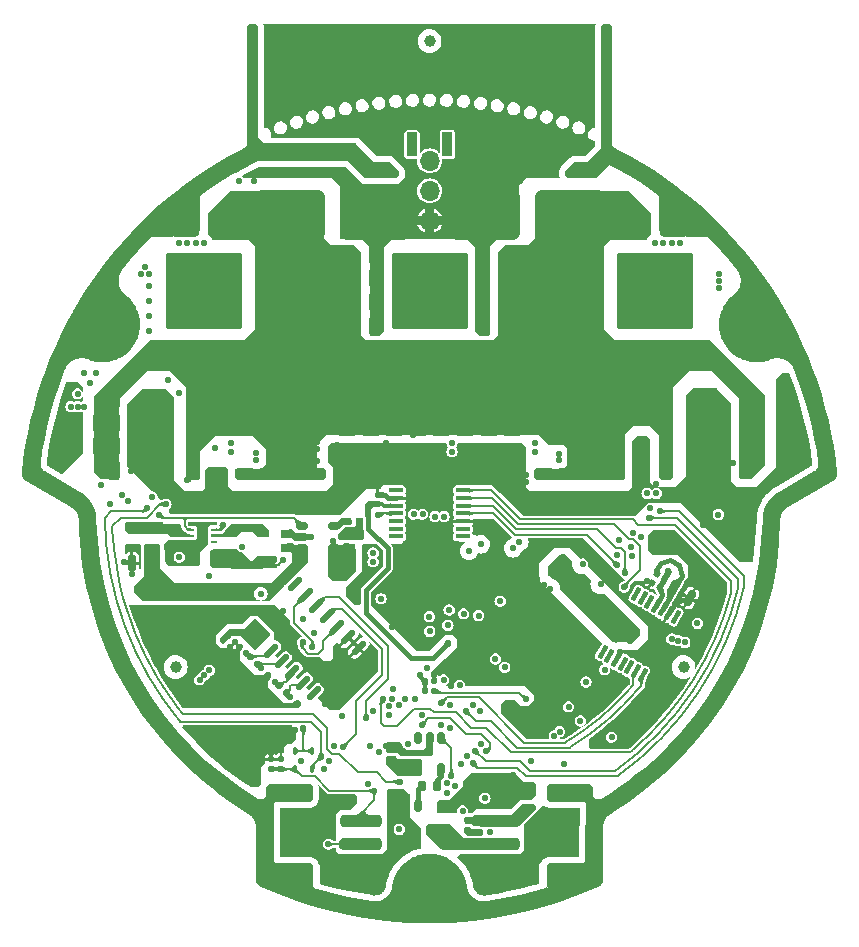
<source format=gbr>
%TF.GenerationSoftware,KiCad,Pcbnew,7.0.6*%
%TF.CreationDate,2023-12-31T16:15:45+01:00*%
%TF.ProjectId,amulet_controller,616d756c-6574-45f6-936f-6e74726f6c6c,1.0*%
%TF.SameCoordinates,PX6c3df60PY7735940*%
%TF.FileFunction,Copper,L6,Bot*%
%TF.FilePolarity,Positive*%
%FSLAX46Y46*%
G04 Gerber Fmt 4.6, Leading zero omitted, Abs format (unit mm)*
G04 Created by KiCad (PCBNEW 7.0.6) date 2023-12-31 16:15:45*
%MOMM*%
%LPD*%
G01*
G04 APERTURE LIST*
G04 Aperture macros list*
%AMRoundRect*
0 Rectangle with rounded corners*
0 $1 Rounding radius*
0 $2 $3 $4 $5 $6 $7 $8 $9 X,Y pos of 4 corners*
0 Add a 4 corners polygon primitive as box body*
4,1,4,$2,$3,$4,$5,$6,$7,$8,$9,$2,$3,0*
0 Add four circle primitives for the rounded corners*
1,1,$1+$1,$2,$3*
1,1,$1+$1,$4,$5*
1,1,$1+$1,$6,$7*
1,1,$1+$1,$8,$9*
0 Add four rect primitives between the rounded corners*
20,1,$1+$1,$2,$3,$4,$5,0*
20,1,$1+$1,$4,$5,$6,$7,0*
20,1,$1+$1,$6,$7,$8,$9,0*
20,1,$1+$1,$8,$9,$2,$3,0*%
%AMRotRect*
0 Rectangle, with rotation*
0 The origin of the aperture is its center*
0 $1 length*
0 $2 width*
0 $3 Rotation angle, in degrees counterclockwise*
0 Add horizontal line*
21,1,$1,$2,0,0,$3*%
%AMFreePoly0*
4,1,11,0.750000,0.885000,0.300000,0.440500,0.300000,-0.440500,0.750000,-0.885000,0.750000,-1.850000,0.225000,-1.850000,-0.300000,-1.325000,-0.300000,1.325000,0.225000,1.850000,0.750000,1.850000,0.750000,0.885000,0.750000,0.885000,$1*%
G04 Aperture macros list end*
%TA.AperFunction,ComponentPad*%
%ADD10C,0.550000*%
%TD*%
%TA.AperFunction,ComponentPad*%
%ADD11C,0.800000*%
%TD*%
%TA.AperFunction,ComponentPad*%
%ADD12C,5.300000*%
%TD*%
%TA.AperFunction,ComponentPad*%
%ADD13C,1.700000*%
%TD*%
%TA.AperFunction,ComponentPad*%
%ADD14O,1.700000X1.700000*%
%TD*%
%TA.AperFunction,ComponentPad*%
%ADD15C,2.000000*%
%TD*%
%TA.AperFunction,ComponentPad*%
%ADD16RoundRect,0.325000X2.925000X2.925000X-2.925000X2.925000X-2.925000X-2.925000X2.925000X-2.925000X0*%
%TD*%
%TA.AperFunction,ComponentPad*%
%ADD17RoundRect,0.325000X-2.925000X-2.925000X2.925000X-2.925000X2.925000X2.925000X-2.925000X2.925000X0*%
%TD*%
%TA.AperFunction,SMDPad,CuDef*%
%ADD18RotRect,4.100000X4.100000X225.000000*%
%TD*%
%TA.AperFunction,SMDPad,CuDef*%
%ADD19RoundRect,0.150000X-0.150000X0.350000X-0.150000X-0.350000X0.150000X-0.350000X0.150000X0.350000X0*%
%TD*%
%TA.AperFunction,SMDPad,CuDef*%
%ADD20RoundRect,0.206521X-0.268479X-0.643479X0.268479X-0.643479X0.268479X0.643479X-0.268479X0.643479X0*%
%TD*%
%TA.AperFunction,SMDPad,CuDef*%
%ADD21RoundRect,0.130000X0.130000X-0.130000X0.130000X0.130000X-0.130000X0.130000X-0.130000X-0.130000X0*%
%TD*%
%TA.AperFunction,SMDPad,CuDef*%
%ADD22RoundRect,0.250000X-1.500000X0.250000X-1.500000X-0.250000X1.500000X-0.250000X1.500000X0.250000X0*%
%TD*%
%TA.AperFunction,SMDPad,CuDef*%
%ADD23RoundRect,0.250000X-1.450000X0.500000X-1.450000X-0.500000X1.450000X-0.500000X1.450000X0.500000X0*%
%TD*%
%TA.AperFunction,TestPad*%
%ADD24C,0.500000*%
%TD*%
%TA.AperFunction,SMDPad,CuDef*%
%ADD25RoundRect,0.206521X0.268479X0.643479X-0.268479X0.643479X-0.268479X-0.643479X0.268479X-0.643479X0*%
%TD*%
%TA.AperFunction,SMDPad,CuDef*%
%ADD26RoundRect,0.137500X-0.137500X-0.137500X0.137500X-0.137500X0.137500X0.137500X-0.137500X0.137500X0*%
%TD*%
%TA.AperFunction,SMDPad,CuDef*%
%ADD27RoundRect,0.322500X0.902500X0.752500X-0.902500X0.752500X-0.902500X-0.752500X0.902500X-0.752500X0*%
%TD*%
%TA.AperFunction,SMDPad,CuDef*%
%ADD28RoundRect,0.187500X-0.462500X0.187500X-0.462500X-0.187500X0.462500X-0.187500X0.462500X0.187500X0*%
%TD*%
%TA.AperFunction,SMDPad,CuDef*%
%ADD29FreePoly0,270.000000*%
%TD*%
%TA.AperFunction,SMDPad,CuDef*%
%ADD30FreePoly0,90.000000*%
%TD*%
%TA.AperFunction,SMDPad,CuDef*%
%ADD31RoundRect,0.206521X-0.643479X0.268479X-0.643479X-0.268479X0.643479X-0.268479X0.643479X0.268479X0*%
%TD*%
%TA.AperFunction,SMDPad,CuDef*%
%ADD32RoundRect,0.175000X0.175000X0.500000X-0.175000X0.500000X-0.175000X-0.500000X0.175000X-0.500000X0*%
%TD*%
%TA.AperFunction,SMDPad,CuDef*%
%ADD33RoundRect,0.150000X-0.350000X-0.150000X0.350000X-0.150000X0.350000X0.150000X-0.350000X0.150000X0*%
%TD*%
%TA.AperFunction,ComponentPad*%
%ADD34RoundRect,0.415000X2.510000X1.660000X-2.510000X1.660000X-2.510000X-1.660000X2.510000X-1.660000X0*%
%TD*%
%TA.AperFunction,ComponentPad*%
%ADD35R,0.900000X2.000000*%
%TD*%
%TA.AperFunction,SMDPad,CuDef*%
%ADD36RoundRect,0.137500X0.335876X0.530330X-0.530330X-0.335876X-0.335876X-0.530330X0.530330X0.335876X0*%
%TD*%
%TA.AperFunction,SMDPad,CuDef*%
%ADD37RoundRect,0.137500X0.187828X0.050328X-0.050328X0.187828X-0.187828X-0.050328X0.050328X-0.187828X0*%
%TD*%
%TA.AperFunction,SMDPad,CuDef*%
%ADD38RoundRect,0.187500X0.262500X-0.187500X0.262500X0.187500X-0.262500X0.187500X-0.262500X-0.187500X0*%
%TD*%
%TA.AperFunction,SMDPad,CuDef*%
%ADD39RoundRect,0.130000X-0.130000X-0.130000X0.130000X-0.130000X0.130000X0.130000X-0.130000X0.130000X0*%
%TD*%
%TA.AperFunction,SMDPad,CuDef*%
%ADD40RoundRect,0.100000X0.517500X0.100000X-0.517500X0.100000X-0.517500X-0.100000X0.517500X-0.100000X0*%
%TD*%
%TA.AperFunction,ComponentPad*%
%ADD41RoundRect,0.090000X0.360000X0.910000X-0.360000X0.910000X-0.360000X-0.910000X0.360000X-0.910000X0*%
%TD*%
%TA.AperFunction,FiducialPad,Global*%
%ADD42C,1.000000*%
%TD*%
%TA.AperFunction,SMDPad,CuDef*%
%ADD43RoundRect,0.100000X-0.100000X0.200000X-0.100000X-0.200000X0.100000X-0.200000X0.100000X0.200000X0*%
%TD*%
%TA.AperFunction,SMDPad,CuDef*%
%ADD44C,0.200000*%
%TD*%
%TA.AperFunction,SMDPad,CuDef*%
%ADD45RotRect,0.200000X0.400000X315.000000*%
%TD*%
%TA.AperFunction,SMDPad,CuDef*%
%ADD46R,0.400000X0.200000*%
%TD*%
%TA.AperFunction,SMDPad,CuDef*%
%ADD47RoundRect,0.130000X-0.183848X0.000000X0.000000X-0.183848X0.183848X0.000000X0.000000X0.183848X0*%
%TD*%
%TA.AperFunction,SMDPad,CuDef*%
%ADD48RoundRect,0.137500X-0.194454X0.000000X0.000000X-0.194454X0.194454X0.000000X0.000000X0.194454X0*%
%TD*%
%TA.AperFunction,SMDPad,CuDef*%
%ADD49RoundRect,0.162500X0.162500X0.287500X-0.162500X0.287500X-0.162500X-0.287500X0.162500X-0.287500X0*%
%TD*%
%TA.AperFunction,SMDPad,CuDef*%
%ADD50RoundRect,0.137500X0.137500X0.137500X-0.137500X0.137500X-0.137500X-0.137500X0.137500X-0.137500X0*%
%TD*%
%TA.AperFunction,SMDPad,CuDef*%
%ADD51RoundRect,0.187500X0.462500X-0.187500X0.462500X0.187500X-0.462500X0.187500X-0.462500X-0.187500X0*%
%TD*%
%TA.AperFunction,SMDPad,CuDef*%
%ADD52RoundRect,0.175000X-0.500000X0.175000X-0.500000X-0.175000X0.500000X-0.175000X0.500000X0.175000X0*%
%TD*%
%TA.AperFunction,SMDPad,CuDef*%
%ADD53RoundRect,0.137500X0.137500X-0.137500X0.137500X0.137500X-0.137500X0.137500X-0.137500X-0.137500X0*%
%TD*%
%TA.AperFunction,SMDPad,CuDef*%
%ADD54RoundRect,0.100000X-0.172147X-0.498168X0.345353X0.398168X0.172147X0.498168X-0.345353X-0.398168X0*%
%TD*%
%TA.AperFunction,SMDPad,CuDef*%
%ADD55RoundRect,0.062500X-0.187500X-0.062500X0.187500X-0.062500X0.187500X0.062500X-0.187500X0.062500X0*%
%TD*%
%TA.AperFunction,ComponentPad*%
%ADD56C,0.600000*%
%TD*%
%TA.AperFunction,HeatsinkPad*%
%ADD57RoundRect,0.090000X-0.360000X-0.710000X0.360000X-0.710000X0.360000X0.710000X-0.360000X0.710000X0*%
%TD*%
%TA.AperFunction,SMDPad,CuDef*%
%ADD58RoundRect,0.322500X-0.902500X-0.752500X0.902500X-0.752500X0.902500X0.752500X-0.902500X0.752500X0*%
%TD*%
%TA.AperFunction,SMDPad,CuDef*%
%ADD59RoundRect,0.175000X-0.401554X-0.345513X-0.098446X-0.520513X0.401554X0.345513X0.098446X0.520513X0*%
%TD*%
%TA.AperFunction,SMDPad,CuDef*%
%ADD60RoundRect,0.150000X-0.150000X0.375000X-0.150000X-0.375000X0.150000X-0.375000X0.150000X0.375000X0*%
%TD*%
%TA.AperFunction,SMDPad,CuDef*%
%ADD61R,0.200000X0.400000*%
%TD*%
%TA.AperFunction,SMDPad,CuDef*%
%ADD62RoundRect,0.250000X1.500000X-0.250000X1.500000X0.250000X-1.500000X0.250000X-1.500000X-0.250000X0*%
%TD*%
%TA.AperFunction,SMDPad,CuDef*%
%ADD63RoundRect,0.250000X1.450000X-0.500000X1.450000X0.500000X-1.450000X0.500000X-1.450000X-0.500000X0*%
%TD*%
%TA.AperFunction,SMDPad,CuDef*%
%ADD64RoundRect,0.187500X0.187500X0.462500X-0.187500X0.462500X-0.187500X-0.462500X0.187500X-0.462500X0*%
%TD*%
%TA.AperFunction,SMDPad,CuDef*%
%ADD65RoundRect,0.130000X-0.130000X0.130000X-0.130000X-0.130000X0.130000X-0.130000X0.130000X0.130000X0*%
%TD*%
%TA.AperFunction,SMDPad,CuDef*%
%ADD66RoundRect,0.130000X0.177583X0.047583X-0.047583X0.177583X-0.177583X-0.047583X0.047583X-0.177583X0*%
%TD*%
%TA.AperFunction,ViaPad*%
%ADD67C,0.550000*%
%TD*%
%TA.AperFunction,ViaPad*%
%ADD68C,0.800000*%
%TD*%
%TA.AperFunction,ViaPad*%
%ADD69C,0.600000*%
%TD*%
%TA.AperFunction,Conductor*%
%ADD70C,0.400000*%
%TD*%
%TA.AperFunction,Conductor*%
%ADD71C,0.200000*%
%TD*%
%TA.AperFunction,Conductor*%
%ADD72C,0.500000*%
%TD*%
%TA.AperFunction,Conductor*%
%ADD73C,0.300000*%
%TD*%
%TA.AperFunction,Conductor*%
%ADD74C,0.250000*%
%TD*%
G04 APERTURE END LIST*
D10*
%TO.P,U10,9,PAD*%
%TO.N,GND*%
X56850400Y37099900D03*
X57350400Y37999900D03*
X57350400Y36199900D03*
X57850400Y37099900D03*
%TD*%
D11*
%TO.P,H2,1,1*%
%TO.N,CHASSIS*%
X6087588Y48921440D03*
X4969366Y50378735D03*
X7908754Y48681679D03*
D12*
X7287588Y50999901D03*
D11*
X9366049Y49799901D03*
X6666422Y53318123D03*
X9605810Y51621067D03*
X8487588Y53078362D03*
%TD*%
D13*
%TO.P,J11,1,Pin_1*%
%TO.N,GND*%
X35000400Y59784900D03*
D14*
%TO.P,J11,2,Pin_2*%
%TO.N,/Project Architecture/Interface - FD-CAN/FDCAN_P*%
X35000400Y62324900D03*
%TO.P,J11,3,Pin_3*%
%TO.N,/Project Architecture/Interface - FD-CAN/FDCAN_N*%
X35000400Y64864900D03*
%TD*%
D11*
%TO.P,H1,1,1*%
%TO.N,CHASSIS*%
X37400400Y2999900D03*
X36697456Y1302844D03*
X36697456Y4696956D03*
D12*
X35000400Y2999900D03*
D11*
X35000400Y5399900D03*
X33303344Y1302844D03*
X33303344Y4696956D03*
X32600400Y2999900D03*
%TD*%
D10*
%TO.P,J3,1,1*%
%TO.N,/Project Architecture/Motor Control - Top Level/Motor Control - Inverter/PHA*%
X57050400Y50849900D03*
X57050400Y52779900D03*
X57050400Y53289900D03*
X57050400Y53799900D03*
X57050400Y54309900D03*
X57050400Y54819900D03*
X57050400Y56749900D03*
X56600400Y53034900D03*
X56600400Y53544900D03*
X56600400Y54054900D03*
X56600400Y54564900D03*
D15*
X56250400Y51649900D03*
X56250400Y55949900D03*
D10*
X56150400Y52779900D03*
X56150400Y53289900D03*
X56150400Y53799900D03*
X56150400Y54309900D03*
X56150400Y54819900D03*
X55120400Y50849900D03*
X55120400Y51749900D03*
X55120400Y55849900D03*
X55120400Y56749900D03*
X54865400Y51299900D03*
X54865400Y56299900D03*
X54610400Y50849900D03*
X54610400Y51749900D03*
X54610400Y55849900D03*
X54610400Y56749900D03*
X54355400Y51299900D03*
X54355400Y56299900D03*
X54100400Y50849900D03*
X54100400Y51749900D03*
D16*
X54100400Y53799900D03*
D10*
X54100400Y55849900D03*
X54100400Y56749900D03*
X53845400Y51299900D03*
X53845400Y56299900D03*
X53590400Y50849900D03*
X53590400Y51749900D03*
X53590400Y55849900D03*
X53590400Y56749900D03*
X53335400Y51299900D03*
X53335400Y56299900D03*
X53080400Y50849900D03*
X53080400Y51749900D03*
X53080400Y55849900D03*
X53080400Y56749900D03*
X52050400Y52779900D03*
X52050400Y53289900D03*
X52050400Y53799900D03*
X52050400Y54309900D03*
X52050400Y54819900D03*
D15*
X51950400Y51649900D03*
X51950400Y55949900D03*
D10*
X51600400Y53034900D03*
X51600400Y53544900D03*
X51600400Y54054900D03*
X51600400Y54564900D03*
X51150400Y50849900D03*
X51150400Y52779900D03*
X51150400Y53289900D03*
X51150400Y53799900D03*
X51150400Y54309900D03*
X51150400Y54819900D03*
X51150400Y56749900D03*
%TD*%
%TO.P,J4,1,1*%
%TO.N,/Project Architecture/Motor Control - Top Level/Motor Control - Inverter/PHB*%
X37950400Y50849900D03*
X37950400Y52779900D03*
X37950400Y53289900D03*
X37950400Y53799900D03*
X37950400Y54309900D03*
X37950400Y54819900D03*
X37950400Y56749900D03*
X37500400Y53034900D03*
X37500400Y53544900D03*
X37500400Y54054900D03*
X37500400Y54564900D03*
D15*
X37150400Y51649900D03*
X37150400Y55949900D03*
D10*
X37050400Y52779900D03*
X37050400Y53289900D03*
X37050400Y53799900D03*
X37050400Y54309900D03*
X37050400Y54819900D03*
X36020400Y50849900D03*
X36020400Y51749900D03*
X36020400Y55849900D03*
X36020400Y56749900D03*
X35765400Y51299900D03*
X35765400Y56299900D03*
X35510400Y50849900D03*
X35510400Y51749900D03*
X35510400Y55849900D03*
X35510400Y56749900D03*
X35255400Y51299900D03*
X35255400Y56299900D03*
X35000400Y50849900D03*
X35000400Y51749900D03*
D16*
X35000400Y53799900D03*
D10*
X35000400Y55849900D03*
X35000400Y56749900D03*
X34745400Y51299900D03*
X34745400Y56299900D03*
X34490400Y50849900D03*
X34490400Y51749900D03*
X34490400Y55849900D03*
X34490400Y56749900D03*
X34235400Y51299900D03*
X34235400Y56299900D03*
X33980400Y50849900D03*
X33980400Y51749900D03*
X33980400Y55849900D03*
X33980400Y56749900D03*
X32950400Y52779900D03*
X32950400Y53289900D03*
X32950400Y53799900D03*
X32950400Y54309900D03*
X32950400Y54819900D03*
D15*
X32850400Y51649900D03*
X32850400Y55949900D03*
D10*
X32500400Y53034900D03*
X32500400Y53544900D03*
X32500400Y54054900D03*
X32500400Y54564900D03*
X32050400Y50849900D03*
X32050400Y52779900D03*
X32050400Y53289900D03*
X32050400Y53799900D03*
X32050400Y54309900D03*
X32050400Y54819900D03*
X32050400Y56749900D03*
%TD*%
%TO.P,J5,1,1*%
%TO.N,/Project Architecture/Motor Control - Top Level/Motor Control - Inverter/PHC*%
X12950400Y56749900D03*
X12950400Y54819900D03*
X12950400Y54309900D03*
X12950400Y53799900D03*
X12950400Y53289900D03*
X12950400Y52779900D03*
X12950400Y50849900D03*
X13400400Y54564900D03*
X13400400Y54054900D03*
X13400400Y53544900D03*
X13400400Y53034900D03*
D15*
X13750400Y55949900D03*
X13750400Y51649900D03*
D10*
X13850400Y54819900D03*
X13850400Y54309900D03*
X13850400Y53799900D03*
X13850400Y53289900D03*
X13850400Y52779900D03*
X14880400Y56749900D03*
X14880400Y55849900D03*
X14880400Y51749900D03*
X14880400Y50849900D03*
X15135400Y56299900D03*
X15135400Y51299900D03*
X15390400Y56749900D03*
X15390400Y55849900D03*
X15390400Y51749900D03*
X15390400Y50849900D03*
X15645400Y56299900D03*
X15645400Y51299900D03*
X15900400Y56749900D03*
X15900400Y55849900D03*
D17*
X15900400Y53799900D03*
D10*
X15900400Y51749900D03*
X15900400Y50849900D03*
X16155400Y56299900D03*
X16155400Y51299900D03*
X16410400Y56749900D03*
X16410400Y55849900D03*
X16410400Y51749900D03*
X16410400Y50849900D03*
X16665400Y56299900D03*
X16665400Y51299900D03*
X16920400Y56749900D03*
X16920400Y55849900D03*
X16920400Y51749900D03*
X16920400Y50849900D03*
X17950400Y54819900D03*
X17950400Y54309900D03*
X17950400Y53799900D03*
X17950400Y53289900D03*
X17950400Y52779900D03*
D15*
X18050400Y55949900D03*
X18050400Y51649900D03*
D10*
X18400400Y54564900D03*
X18400400Y54054900D03*
X18400400Y53544900D03*
X18400400Y53034900D03*
X18850400Y56749900D03*
X18850400Y54819900D03*
X18850400Y54309900D03*
X18850400Y53799900D03*
X18850400Y53289900D03*
X18850400Y52779900D03*
X18850400Y50849900D03*
%TD*%
%TO.P,U6,41,EP*%
%TO.N,GND*%
X36775238Y31056002D03*
X35806502Y32024738D03*
X36775238Y29443798D03*
X35969136Y30249900D03*
X35000400Y31218636D03*
X34194298Y32024738D03*
D18*
X35000400Y30249900D03*
D10*
X35806502Y28475062D03*
X35000400Y29281164D03*
X34031664Y30249900D03*
X33225562Y31056002D03*
X34194298Y28475062D03*
X33225562Y29443798D03*
%TD*%
D11*
%TO.P,H3,1,1*%
%TO.N,CHASSIS*%
X61513211Y53078361D03*
X63334377Y53318122D03*
X60394989Y51621066D03*
D12*
X62713211Y50999900D03*
D11*
X60634750Y49799900D03*
X65031433Y50378734D03*
X62092045Y48681678D03*
X63913211Y48921439D03*
%TD*%
D19*
%TO.P,Q9,1,G*%
%TO.N,/Project Architecture/Interface - Fan Control/FAN_GATE*%
X34050400Y10199900D03*
%TO.P,Q9,2,S*%
%TO.N,GND*%
X35950400Y10199900D03*
%TO.P,Q9,3,D*%
%TO.N,/Project Architecture/Interface - Fan Control/FAN_SW*%
X35000400Y8199900D03*
%TD*%
D20*
%TO.P,C68,1*%
%TO.N,+VBAT*%
X54900400Y40749900D03*
%TO.P,C68,2*%
%TO.N,GND*%
X57700400Y40749900D03*
%TD*%
D21*
%TO.P,C104,1*%
%TO.N,+3V3*%
X30600400Y35799900D03*
%TO.P,C104,2*%
%TO.N,GND*%
X30600400Y36599900D03*
%TD*%
D20*
%TO.P,C87,1*%
%TO.N,+VBAT*%
X27600000Y56900000D03*
%TO.P,C87,2*%
%TO.N,GND*%
X30400000Y56900000D03*
%TD*%
%TO.P,C51,1*%
%TO.N,+VBAT*%
X27600001Y50899999D03*
%TO.P,C51,2*%
%TO.N,GND*%
X30400001Y50899999D03*
%TD*%
D22*
%TO.P,J9,1,Pin_1*%
%TO.N,+12V*%
X40850400Y8999900D03*
%TO.P,J9,2,Pin_2*%
%TO.N,/Project Architecture/Interface - Fan Control/FAN_SW*%
X40850400Y6999900D03*
D23*
%TO.P,J9,MP1,MP1*%
%TO.N,CHASSIS*%
X46600400Y11349900D03*
%TO.P,J9,MP2,MP2*%
X46600400Y4649900D03*
%TD*%
D24*
%TO.P,TP44,1,1*%
%TO.N,/Project Architecture/Power - Generation/F_VIN_3V3*%
X14150400Y33249900D03*
%TD*%
D25*
%TO.P,C65,1*%
%TO.N,+VBAT*%
X42400000Y56900000D03*
%TO.P,C65,2*%
%TO.N,GND*%
X39600000Y56900000D03*
%TD*%
D20*
%TO.P,C31,1*%
%TO.N,+VBAT*%
X27600000Y54900000D03*
%TO.P,C31,2*%
%TO.N,GND*%
X30400000Y54900000D03*
%TD*%
D24*
%TO.P,TP50,1,1*%
%TO.N,+3V3*%
X57680400Y25689900D03*
%TD*%
D25*
%TO.P,C85,1*%
%TO.N,+VBAT*%
X61700400Y40749900D03*
%TO.P,C85,2*%
%TO.N,GND*%
X58900400Y40749900D03*
%TD*%
D24*
%TO.P,TP23,1,1*%
%TO.N,/Project Architecture/Interface - Interconnects/POS_SENSOR_CS*%
X31050400Y19249900D03*
%TD*%
D25*
%TO.P,C78,1*%
%TO.N,+VBAT*%
X15050400Y44699900D03*
%TO.P,C78,2*%
%TO.N,GND*%
X12250400Y44699900D03*
%TD*%
D26*
%TO.P,R31,1*%
%TO.N,+3V3*%
X29800400Y34899900D03*
%TO.P,R31,2*%
%TO.N,/Project Architecture/Sensing - Position/COMM_VDD*%
X30600400Y34899900D03*
%TD*%
D27*
%TO.P,D2,1,A1*%
%TO.N,CHASSIS*%
X55675000Y59500000D03*
%TO.P,D2,2,A2*%
%TO.N,+VBAT*%
X52525000Y59500000D03*
%TD*%
D28*
%TO.P,C52,1*%
%TO.N,/Project Architecture/Power - Generation/F_VIN_3V3*%
X9900400Y33899900D03*
%TO.P,C52,2*%
%TO.N,GND*%
X9900400Y32099900D03*
%TD*%
D29*
%TO.P,L3,1,1*%
%TO.N,/Project Architecture/Power - Generation/SW_3V3*%
X19550400Y33749900D03*
D30*
%TO.P,L3,2,2*%
%TO.N,+3V3*%
X19550400Y30649900D03*
%TD*%
D31*
%TO.P,C55,1*%
%TO.N,+VBAT*%
X19350400Y38299900D03*
%TO.P,C55,2*%
%TO.N,GND*%
X19350400Y35499900D03*
%TD*%
D24*
%TO.P,TP36,1,1*%
%TO.N,/Project Architecture/MCU - IOs/SENSE_TEMP_MOT*%
X30313220Y11524400D03*
%TD*%
D32*
%TO.P,C83,1*%
%TO.N,+3V3*%
X16775401Y31224903D03*
%TO.P,C83,2*%
%TO.N,GND*%
X15175401Y31224903D03*
%TD*%
D33*
%TO.P,U5,1,VIN*%
%TO.N,+5V*%
X24182900Y32059903D03*
%TO.P,U5,2,GND*%
%TO.N,GND*%
X24182900Y33009903D03*
%TO.P,U5,3,ON/~{OFF}*%
%TO.N,/Project Architecture/Power - Generation/PG_5V*%
X24182900Y33959903D03*
%TO.P,U5,4,ADJ*%
%TO.N,/Project Architecture/Power - Generation/ADJ_A3V3*%
X26932900Y33959903D03*
%TO.P,U5,5,VOUT*%
%TO.N,+A3V3*%
X26932900Y32059903D03*
%TD*%
D25*
%TO.P,C74,1*%
%TO.N,+VBAT*%
X15050400Y38699900D03*
%TO.P,C74,2*%
%TO.N,GND*%
X12250400Y38699900D03*
%TD*%
D20*
%TO.P,C80,1*%
%TO.N,+VBAT*%
X62900400Y42749900D03*
%TO.P,C80,2*%
%TO.N,GND*%
X65700400Y42749900D03*
%TD*%
%TO.P,C70,1*%
%TO.N,+VBAT*%
X54900400Y44749900D03*
%TO.P,C70,2*%
%TO.N,GND*%
X57700400Y44749900D03*
%TD*%
D10*
%TO.P,J1,1,Pin_1*%
%TO.N,GND*%
X42280400Y58719900D03*
X42280400Y59229900D03*
X42280400Y59739900D03*
X42280400Y60249900D03*
X42280400Y60759900D03*
X42280400Y61269900D03*
X42280400Y61779900D03*
X41830400Y58464900D03*
X41830400Y58974900D03*
X41830400Y59484900D03*
X41830400Y59994900D03*
X41830400Y60504900D03*
X41830400Y61014900D03*
X41830400Y61524900D03*
X41830400Y62034900D03*
X41380400Y58719900D03*
X41380400Y59229900D03*
X41380400Y59739900D03*
X41380400Y60249900D03*
X41380400Y60759900D03*
X41380400Y61269900D03*
X41380400Y61779900D03*
X40930400Y58464900D03*
X40930400Y58974900D03*
X40930400Y61524900D03*
X40930400Y62034900D03*
X40480400Y58719900D03*
X40480400Y61779900D03*
X40030400Y58464900D03*
X40030400Y62034900D03*
D34*
X39650400Y60249900D03*
D10*
X39270400Y58464900D03*
X39270400Y62034900D03*
X38820400Y58719900D03*
X38820400Y61779900D03*
X38370400Y58464900D03*
X38370400Y58974900D03*
X38370400Y61524900D03*
X38370400Y62034900D03*
X37920400Y58719900D03*
X37920400Y59229900D03*
X37920400Y59739900D03*
X37920400Y60249900D03*
X37920400Y60759900D03*
X37920400Y61269900D03*
X37920400Y61779900D03*
X37470400Y58464900D03*
X37470400Y58974900D03*
X37470400Y59484900D03*
X37470400Y59994900D03*
X37470400Y60504900D03*
X37470400Y61014900D03*
X37470400Y61524900D03*
X37470400Y62034900D03*
X37020400Y58719900D03*
X37020400Y59229900D03*
X37020400Y59739900D03*
X37020400Y60249900D03*
X37020400Y60759900D03*
X37020400Y61269900D03*
X37020400Y61779900D03*
%TO.P,J1,2,Pin_2*%
%TO.N,+VBAT*%
X49480400Y58719900D03*
X49480400Y59229900D03*
X49480400Y59739900D03*
X49480400Y60249900D03*
X49480400Y60759900D03*
X49480400Y61269900D03*
X49480400Y61779900D03*
X49030400Y58464900D03*
X49030400Y58974900D03*
X49030400Y59484900D03*
X49030400Y59994900D03*
X49030400Y60504900D03*
X49030400Y61014900D03*
X49030400Y61524900D03*
X49030400Y62034900D03*
X48580400Y58719900D03*
X48580400Y59229900D03*
X48580400Y59739900D03*
X48580400Y60249900D03*
X48580400Y60759900D03*
X48580400Y61269900D03*
X48580400Y61779900D03*
X48130400Y58464900D03*
X48130400Y58974900D03*
X48130400Y61524900D03*
X48130400Y62034900D03*
X47680400Y58719900D03*
X47680400Y61779900D03*
X47230400Y58464900D03*
X47230400Y62034900D03*
D34*
X46850400Y60249900D03*
D10*
X46470400Y58464900D03*
X46470400Y62034900D03*
X46020400Y58719900D03*
X46020400Y61779900D03*
X45570400Y58464900D03*
X45570400Y58974900D03*
X45570400Y61524900D03*
X45570400Y62034900D03*
X45120400Y58719900D03*
X45120400Y59229900D03*
X45120400Y59739900D03*
X45120400Y60249900D03*
X45120400Y60759900D03*
X45120400Y61269900D03*
X45120400Y61779900D03*
X44670400Y58464900D03*
X44670400Y58974900D03*
X44670400Y59484900D03*
X44670400Y59994900D03*
X44670400Y60504900D03*
X44670400Y61014900D03*
X44670400Y61524900D03*
X44670400Y62034900D03*
X44220400Y58719900D03*
X44220400Y59229900D03*
X44220400Y59739900D03*
X44220400Y60249900D03*
X44220400Y60759900D03*
X44220400Y61269900D03*
X44220400Y61779900D03*
D35*
%TO.P,J1,MP1,MP1*%
%TO.N,unconnected-(J1-PadMP1)*%
X36500400Y66249900D03*
%TO.P,J1,MP2,MP2*%
%TO.N,CHASSIS*%
X50000400Y66249900D03*
%TD*%
D36*
%TO.P,U9,1,NC*%
%TO.N,unconnected-(U9-NC-Pad1)*%
X23608747Y28996613D03*
%TO.P,U9,2,R*%
%TO.N,/Project Architecture/Interface - Interconnects/AUX1_D*%
X24506773Y28098588D03*
%TO.P,U9,3,~{RE}*%
%TO.N,/Project Architecture/Interface - RS-422/RS422_~{RE}*%
X25404799Y27200562D03*
%TO.P,U9,4,DE*%
%TO.N,/Project Architecture/Interface - RS-422/RS422_DE*%
X26302824Y26302536D03*
%TO.P,U9,5,D*%
%TO.N,/Project Architecture/Interface - Interconnects/AUX1_E*%
X27200850Y25404511D03*
%TO.P,U9,6,GND*%
%TO.N,GND*%
X28098876Y24506485D03*
%TO.P,U9,7,GND*%
X28996901Y23608459D03*
%TO.P,U9,8,NC*%
%TO.N,unconnected-(U9-NC-Pad8)*%
X25178525Y19790083D03*
%TO.P,U9,9,Y*%
%TO.N,/Project Architecture/Interface - Interconnects/RS422_D+*%
X24280499Y20688108D03*
%TO.P,U9,10,Z*%
%TO.N,/Project Architecture/Interface - Interconnects/RS422_D-*%
X23382473Y21586134D03*
%TO.P,U9,11,B*%
%TO.N,/Project Architecture/Interface - Interconnects/RS422_R-*%
X22484448Y22484160D03*
%TO.P,U9,12,A*%
%TO.N,/Project Architecture/Interface - Interconnects/RS422_R+*%
X21586422Y23382185D03*
%TO.P,U9,13,VCC*%
%TO.N,+3V3*%
X20688396Y24280211D03*
%TO.P,U9,14,VCC*%
X19790371Y25178237D03*
%TD*%
D37*
%TO.P,R32,1*%
%TO.N,+3V3*%
X54937301Y29512638D03*
%TO.P,R32,2*%
%TO.N,/Project Architecture/Sensing - Position/DIS_VDD3V*%
X54244481Y29912638D03*
%TD*%
D31*
%TO.P,C63,1*%
%TO.N,+VBAT*%
X48650400Y38324900D03*
%TO.P,C63,2*%
%TO.N,GND*%
X48650400Y35524900D03*
%TD*%
D38*
%TO.P,C84,1*%
%TO.N,+A3V3*%
X28300400Y32099900D03*
%TO.P,C84,2*%
%TO.N,GND*%
X28300400Y33299900D03*
%TD*%
D20*
%TO.P,C73,1*%
%TO.N,+VBAT*%
X8250400Y38699900D03*
%TO.P,C73,2*%
%TO.N,GND*%
X11050400Y38699900D03*
%TD*%
%TO.P,C69,1*%
%TO.N,+VBAT*%
X54900400Y42749900D03*
%TO.P,C69,2*%
%TO.N,GND*%
X57700400Y42749900D03*
%TD*%
D25*
%TO.P,C33,1*%
%TO.N,+VBAT*%
X7050400Y42699900D03*
%TO.P,C33,2*%
%TO.N,GND*%
X4250400Y42699900D03*
%TD*%
D24*
%TO.P,TP7,1,1*%
%TO.N,/Project Architecture/MCU - IOs/DRV_CS*%
X31900400Y20099900D03*
%TD*%
D25*
%TO.P,C72,1*%
%TO.N,+VBAT*%
X61700400Y38749900D03*
%TO.P,C72,2*%
%TO.N,GND*%
X58900400Y38749900D03*
%TD*%
D31*
%TO.P,C57,1*%
%TO.N,+VBAT*%
X21350400Y38299900D03*
%TO.P,C57,2*%
%TO.N,GND*%
X21350400Y35499900D03*
%TD*%
D39*
%TO.P,C76,1*%
%TO.N,/Project Architecture/Power - Generation/ADJ_A3V3*%
X28207906Y34309904D03*
%TO.P,C76,2*%
%TO.N,GND*%
X29007906Y34309904D03*
%TD*%
D20*
%TO.P,C71,1*%
%TO.N,+VBAT*%
X8250400Y42699900D03*
%TO.P,C71,2*%
%TO.N,GND*%
X11050400Y42699900D03*
%TD*%
D40*
%TO.P,U7,1,~{CS}*%
%TO.N,/Project Architecture/Interface - Interconnects/POS_SENSOR_CS*%
X37832400Y36949900D03*
%TO.P,U7,2,CLK*%
%TO.N,/Project Architecture/Interface - Interconnects/AUX1_A*%
X37832900Y36299900D03*
%TO.P,U7,3,MISO*%
%TO.N,/Project Architecture/Interface - Interconnects/AUX1_B*%
X37832900Y35649900D03*
%TO.P,U7,4,MOSI*%
%TO.N,/Project Architecture/Interface - Interconnects/AUX1_C*%
X37832900Y34999900D03*
%TO.P,U7,5,TST*%
%TO.N,GND*%
X37832900Y34349900D03*
%TO.P,U7,6,B*%
%TO.N,unconnected-(U7-B-Pad6)*%
X37832900Y33699900D03*
%TO.P,U7,7,A*%
%TO.N,unconnected-(U7-A-Pad7)*%
X37832900Y33049900D03*
%TO.P,U7,8,W/PWM*%
%TO.N,unconnected-(U7-W{slash}PWM-Pad8)*%
X32167900Y33049900D03*
%TO.P,U7,9,V*%
%TO.N,unconnected-(U7-V-Pad9)*%
X32167900Y33699900D03*
%TO.P,U7,10,U*%
%TO.N,unconnected-(U7-U-Pad10)*%
X32167900Y34349900D03*
%TO.P,U7,11,VDD*%
%TO.N,/Project Architecture/Sensing - Position/COMM_VDD*%
X32167900Y34999900D03*
%TO.P,U7,12,VDD3V3*%
%TO.N,+3V3*%
X32167900Y35649900D03*
%TO.P,U7,13,GND*%
%TO.N,GND*%
X32167900Y36299900D03*
%TO.P,U7,14,I/PWM*%
%TO.N,unconnected-(U7-I{slash}PWM-Pad14)*%
X32167900Y36949900D03*
%TD*%
D31*
%TO.P,C61,1*%
%TO.N,+VBAT*%
X44650400Y38324900D03*
%TO.P,C61,2*%
%TO.N,GND*%
X44650400Y35524900D03*
%TD*%
D10*
%TO.P,J2,1,Pin_1*%
%TO.N,GND*%
X32980400Y58719900D03*
X32980400Y59229900D03*
X32980400Y59739900D03*
X32980400Y60249900D03*
X32980400Y60759900D03*
X32980400Y61269900D03*
X32980400Y61779900D03*
X32530400Y58464900D03*
X32530400Y58974900D03*
X32530400Y59484900D03*
X32530400Y59994900D03*
X32530400Y60504900D03*
X32530400Y61014900D03*
X32530400Y61524900D03*
X32530400Y62034900D03*
X32080400Y58719900D03*
X32080400Y59229900D03*
X32080400Y59739900D03*
X32080400Y60249900D03*
X32080400Y60759900D03*
X32080400Y61269900D03*
X32080400Y61779900D03*
X31630400Y58464900D03*
X31630400Y58974900D03*
X31630400Y61524900D03*
X31630400Y62034900D03*
X31180400Y58719900D03*
X31180400Y61779900D03*
X30730400Y58464900D03*
X30730400Y62034900D03*
D34*
X30350400Y60249900D03*
D10*
X29970400Y58464900D03*
X29970400Y62034900D03*
X29520400Y58719900D03*
X29520400Y61779900D03*
X29070400Y58464900D03*
X29070400Y58974900D03*
X29070400Y61524900D03*
X29070400Y62034900D03*
X28620400Y58719900D03*
X28620400Y59229900D03*
X28620400Y59739900D03*
X28620400Y60249900D03*
X28620400Y60759900D03*
X28620400Y61269900D03*
X28620400Y61779900D03*
X28170400Y58464900D03*
X28170400Y58974900D03*
X28170400Y59484900D03*
X28170400Y59994900D03*
X28170400Y60504900D03*
X28170400Y61014900D03*
X28170400Y61524900D03*
X28170400Y62034900D03*
X27720400Y58719900D03*
X27720400Y59229900D03*
X27720400Y59739900D03*
X27720400Y60249900D03*
X27720400Y60759900D03*
X27720400Y61269900D03*
X27720400Y61779900D03*
%TO.P,J2,2,Pin_2*%
%TO.N,+VBAT*%
X25780400Y58719900D03*
X25780400Y59229900D03*
X25780400Y59739900D03*
X25780400Y60249900D03*
X25780400Y60759900D03*
X25780400Y61269900D03*
X25780400Y61779900D03*
X25330400Y58464900D03*
X25330400Y58974900D03*
X25330400Y59484900D03*
X25330400Y59994900D03*
X25330400Y60504900D03*
X25330400Y61014900D03*
X25330400Y61524900D03*
X25330400Y62034900D03*
X24880400Y58719900D03*
X24880400Y59229900D03*
X24880400Y59739900D03*
X24880400Y60249900D03*
X24880400Y60759900D03*
X24880400Y61269900D03*
X24880400Y61779900D03*
X24430400Y58464900D03*
X24430400Y58974900D03*
X24430400Y61524900D03*
X24430400Y62034900D03*
X23980400Y58719900D03*
X23980400Y61779900D03*
X23530400Y58464900D03*
X23530400Y62034900D03*
D34*
X23150400Y60249900D03*
D10*
X22770400Y58464900D03*
X22770400Y62034900D03*
X22320400Y58719900D03*
X22320400Y61779900D03*
X21870400Y58464900D03*
X21870400Y58974900D03*
X21870400Y61524900D03*
X21870400Y62034900D03*
X21420400Y58719900D03*
X21420400Y59229900D03*
X21420400Y59739900D03*
X21420400Y60249900D03*
X21420400Y60759900D03*
X21420400Y61269900D03*
X21420400Y61779900D03*
X20970400Y58464900D03*
X20970400Y58974900D03*
X20970400Y59484900D03*
X20970400Y59994900D03*
X20970400Y60504900D03*
X20970400Y61014900D03*
X20970400Y61524900D03*
X20970400Y62034900D03*
X20520400Y58719900D03*
X20520400Y59229900D03*
X20520400Y59739900D03*
X20520400Y60249900D03*
X20520400Y60759900D03*
X20520400Y61269900D03*
X20520400Y61779900D03*
D41*
%TO.P,J2,MP1,MP1*%
%TO.N,unconnected-(J2-PadMP1)*%
X33500400Y66249900D03*
%TO.P,J2,MP2,MP2*%
%TO.N,CHASSIS*%
X20000400Y66249900D03*
%TD*%
D38*
%TO.P,C110,1*%
%TO.N,+5V*%
X31750400Y14049900D03*
%TO.P,C110,2*%
%TO.N,GND*%
X31750400Y15249900D03*
%TD*%
D42*
%TO.P,FM4,*%
%TO.N,*%
X56500400Y21999900D03*
%TD*%
D43*
%TO.P,D14,1,K*%
%TO.N,+A3V3*%
X25040400Y14892400D03*
%TO.P,D14,2,A*%
%TO.N,/Project Architecture/MCU - IOs/SENSE_TEMP_FET*%
X25040400Y13342400D03*
%TD*%
D31*
%TO.P,C47,1*%
%TO.N,+VBAT*%
X30000401Y42099901D03*
%TO.P,C47,2*%
%TO.N,GND*%
X30000401Y39299901D03*
%TD*%
D44*
%TO.P,NT3,1,1*%
%TO.N,/Project Architecture/Power - Generation/VOS_3V3*%
X22491821Y30941321D03*
D45*
X22350400Y30799900D03*
D44*
%TO.P,NT3,2,2*%
%TO.N,+3V3*%
X22208979Y30658479D03*
%TD*%
%TO.P,NT13,1,1*%
%TO.N,+A3V3*%
X26750400Y6999900D03*
D46*
X26950400Y6999900D03*
D44*
%TO.P,NT13,2,2*%
%TO.N,/Project Architecture/Interface - Interconnects/NTC_MOT_H*%
X27150400Y6999900D03*
%TD*%
D31*
%TO.P,C44,1*%
%TO.N,+VBAT*%
X34000401Y42099899D03*
%TO.P,C44,2*%
%TO.N,GND*%
X34000401Y39299899D03*
%TD*%
D47*
%TO.P,C107,1*%
%TO.N,+3V3*%
X17942557Y24657743D03*
%TO.P,C107,2*%
%TO.N,GND*%
X18508243Y24092057D03*
%TD*%
D21*
%TO.P,C102,1*%
%TO.N,/Project Architecture/MCU - IOs/SENSE_TEMP_MOT*%
X21570400Y13369900D03*
%TO.P,C102,2*%
%TO.N,GND*%
X21570400Y14169900D03*
%TD*%
D26*
%TO.P,R20,1*%
%TO.N,/Project Architecture/MCU - IOs/BOARD_VERSION*%
X34600400Y20799900D03*
%TO.P,R20,2*%
%TO.N,GND*%
X35400400Y20799900D03*
%TD*%
D20*
%TO.P,C53,1*%
%TO.N,+VBAT*%
X8250400Y40699900D03*
%TO.P,C53,2*%
%TO.N,GND*%
X11050400Y40699900D03*
%TD*%
D43*
%TO.P,D15,1,K*%
%TO.N,+A3V3*%
X23570400Y14894900D03*
%TO.P,D15,2,A*%
%TO.N,/Project Architecture/MCU - IOs/SENSE_TEMP_MOT*%
X23570400Y13344900D03*
%TD*%
D20*
%TO.P,C81,1*%
%TO.N,+VBAT*%
X62900400Y40749900D03*
%TO.P,C81,2*%
%TO.N,GND*%
X65700400Y40749900D03*
%TD*%
D48*
%TO.P,R49,1*%
%TO.N,/Project Architecture/Interface - Interconnects/RS422_D-*%
X22274362Y20375030D03*
%TO.P,R49,2*%
%TO.N,/Project Architecture/Interface - Interconnects/RS422_D+*%
X22840048Y19809344D03*
%TD*%
%TO.P,R48,1*%
%TO.N,/Project Architecture/Interface - Interconnects/RS422_R+*%
X19817167Y22832226D03*
%TO.P,R48,2*%
%TO.N,/Project Architecture/Interface - Interconnects/RS422_R-*%
X20382853Y22266540D03*
%TD*%
D49*
%TO.P,R34,1*%
%TO.N,/Project Architecture/Interface - Fan Control/FAN_OUT*%
X35650400Y11939900D03*
%TO.P,R34,2*%
%TO.N,/Project Architecture/Interface - Fan Control/FAN_GATE*%
X34350400Y11939900D03*
%TD*%
D42*
%TO.P,FM2,*%
%TO.N,*%
X13500400Y21999900D03*
%TD*%
D31*
%TO.P,C43,1*%
%TO.N,+VBAT*%
X36000400Y42099899D03*
%TO.P,C43,2*%
%TO.N,GND*%
X36000400Y39299899D03*
%TD*%
D25*
%TO.P,C77,1*%
%TO.N,+VBAT*%
X15050400Y42699900D03*
%TO.P,C77,2*%
%TO.N,GND*%
X12250400Y42699900D03*
%TD*%
D50*
%TO.P,R19,1*%
%TO.N,+3V3*%
X35400400Y19989900D03*
%TO.P,R19,2*%
%TO.N,/Project Architecture/MCU - IOs/BOARD_VERSION*%
X34600400Y19989900D03*
%TD*%
D38*
%TO.P,C60,1*%
%TO.N,+5V*%
X22850400Y32099900D03*
%TO.P,C60,2*%
%TO.N,GND*%
X22850400Y33299900D03*
%TD*%
D20*
%TO.P,C32,1*%
%TO.N,+VBAT*%
X27600000Y52900000D03*
%TO.P,C32,2*%
%TO.N,GND*%
X30400000Y52900000D03*
%TD*%
D51*
%TO.P,FB4,1*%
%TO.N,+5V*%
X11500400Y32099900D03*
%TO.P,FB4,2*%
%TO.N,/Project Architecture/Power - Generation/F_VIN_3V3*%
X11500400Y33899900D03*
%TD*%
D52*
%TO.P,C56,1*%
%TO.N,/Project Architecture/Power - Generation/F_VIN_3V3*%
X13225397Y33799902D03*
%TO.P,C56,2*%
%TO.N,GND*%
X13225397Y32199902D03*
%TD*%
D53*
%TO.P,R28,1*%
%TO.N,/Project Architecture/MCU - IOs/SENSE_TEMP_MOT*%
X22420400Y13369900D03*
%TO.P,R28,2*%
%TO.N,GND*%
X22420400Y14169900D03*
%TD*%
D31*
%TO.P,C46,1*%
%TO.N,+VBAT*%
X32000401Y42099900D03*
%TO.P,C46,2*%
%TO.N,GND*%
X32000401Y39299900D03*
%TD*%
D24*
%TO.P,TP29,1,1*%
%TO.N,/Project Architecture/Interface - RS-422/RS422_~{RE}*%
X29628418Y17708300D03*
%TD*%
%TO.P,TP74,1,1*%
%TO.N,/Project Architecture/Interface - Fan Control/FAN_SW*%
X36700400Y7349900D03*
%TD*%
D25*
%TO.P,C79,1*%
%TO.N,+VBAT*%
X61700400Y44749900D03*
%TO.P,C79,2*%
%TO.N,GND*%
X58900400Y44749900D03*
%TD*%
D24*
%TO.P,TP58,1,1*%
%TO.N,GND*%
X58250401Y27564900D03*
%TD*%
D54*
%TO.P,U8,1,SDA*%
%TO.N,/Project Architecture/Interface - Interconnects/AUX2_B*%
X53026268Y21322416D03*
%TO.P,U8,2,SCL*%
%TO.N,/Project Architecture/Interface - Interconnects/AUX2_C*%
X52463101Y21646983D03*
%TO.P,U8,3,A2*%
%TO.N,unconnected-(U8-A2-Pad3)*%
X51900185Y21971983D03*
%TO.P,U8,4,A1*%
%TO.N,unconnected-(U8-A1-Pad4)*%
X51337268Y22296983D03*
%TO.P,U8,5,TEST*%
%TO.N,GND*%
X50774351Y22621983D03*
%TO.P,U8,6,TEST*%
%TO.N,unconnected-(U8-TEST-Pad6)*%
X50211435Y22946983D03*
%TO.P,U8,7,TEST*%
%TO.N,unconnected-(U8-TEST-Pad7)*%
X49648518Y23271983D03*
%TO.P,U8,8,TEST*%
%TO.N,unconnected-(U8-TEST-Pad8)*%
X52481018Y28178017D03*
%TO.P,U8,9,TEST*%
%TO.N,unconnected-(U8-TEST-Pad9)*%
X53043935Y27853017D03*
%TO.P,U8,10,TEST*%
%TO.N,unconnected-(U8-TEST-Pad10)*%
X53606851Y27528017D03*
%TO.P,U8,11,VDD5V*%
%TO.N,+3V3*%
X54169768Y27203017D03*
%TO.P,U8,12,VDD3V*%
%TO.N,/Project Architecture/Sensing - Position/DIS_VDD3V*%
X54732685Y26878017D03*
%TO.P,U8,13,GND*%
%TO.N,GND*%
X55295601Y26553017D03*
%TO.P,U8,14,PWM*%
%TO.N,unconnected-(U8-PWM-Pad14)*%
X55858518Y26228017D03*
%TD*%
D55*
%TO.P,U4,1,PGND*%
%TO.N,GND*%
X14825399Y32624903D03*
%TO.P,U4,2,VIN*%
%TO.N,/Project Architecture/Power - Generation/F_VIN_3V3*%
X14825399Y33124903D03*
%TO.P,U4,3,EN*%
%TO.N,/Project Architecture/Power - Generation/PG_5V*%
X14825399Y33624903D03*
%TO.P,U4,4,AGND*%
%TO.N,GND*%
X14825399Y34124903D03*
%TO.P,U4,5,FB*%
X16725399Y34124903D03*
%TO.P,U4,6,VOS*%
%TO.N,/Project Architecture/Power - Generation/VOS_3V3*%
X16725399Y33624903D03*
%TO.P,U4,7,SW*%
%TO.N,/Project Architecture/Power - Generation/SW_3V3*%
X16725399Y33124903D03*
%TO.P,U4,8,PG*%
%TO.N,/Project Architecture/Power - Generation/PG_3V3*%
X16725399Y32624903D03*
D56*
%TO.P,U4,9,PAD*%
%TO.N,GND*%
X15775399Y33874903D03*
D57*
X15775399Y33374903D03*
D56*
X15775399Y32874903D03*
%TD*%
D58*
%TO.P,D1,1,A1*%
%TO.N,CHASSIS*%
X14325000Y59500000D03*
%TO.P,D1,2,A2*%
%TO.N,+VBAT*%
X17475000Y59500000D03*
%TD*%
D24*
%TO.P,TP30,1,1*%
%TO.N,/Project Architecture/Interface - RS-422/RS422_DE*%
X27650400Y15199900D03*
%TD*%
D31*
%TO.P,C58,1*%
%TO.N,+VBAT*%
X23350400Y38299900D03*
%TO.P,C58,2*%
%TO.N,GND*%
X23350400Y35499900D03*
%TD*%
D25*
%TO.P,C39,1*%
%TO.N,+VBAT*%
X7050400Y40699900D03*
%TO.P,C39,2*%
%TO.N,GND*%
X4250400Y40699900D03*
%TD*%
D31*
%TO.P,C64,1*%
%TO.N,+VBAT*%
X50650400Y38324900D03*
%TO.P,C64,2*%
%TO.N,GND*%
X50650400Y35524900D03*
%TD*%
D59*
%TO.P,C106,1*%
%TO.N,/Project Architecture/Sensing - Position/DIS_VDD3V*%
X55630597Y28649904D03*
%TO.P,C106,2*%
%TO.N,GND*%
X57016237Y27849904D03*
%TD*%
D25*
%TO.P,C34,1*%
%TO.N,+VBAT*%
X42400000Y50900000D03*
%TO.P,C34,2*%
%TO.N,GND*%
X39600000Y50900000D03*
%TD*%
%TO.P,C35,1*%
%TO.N,+VBAT*%
X42400000Y52900000D03*
%TO.P,C35,2*%
%TO.N,GND*%
X39600000Y52900000D03*
%TD*%
D31*
%TO.P,C41,1*%
%TO.N,+VBAT*%
X40000400Y42099899D03*
%TO.P,C41,2*%
%TO.N,GND*%
X40000400Y39299899D03*
%TD*%
D25*
%TO.P,C82,1*%
%TO.N,+VBAT*%
X61700400Y42749900D03*
%TO.P,C82,2*%
%TO.N,GND*%
X58900400Y42749900D03*
%TD*%
%TO.P,C75,1*%
%TO.N,+VBAT*%
X15050400Y40699900D03*
%TO.P,C75,2*%
%TO.N,GND*%
X12250400Y40699900D03*
%TD*%
D20*
%TO.P,C54,1*%
%TO.N,+VBAT*%
X8250400Y44699900D03*
%TO.P,C54,2*%
%TO.N,GND*%
X11050400Y44699900D03*
%TD*%
D31*
%TO.P,C62,1*%
%TO.N,+VBAT*%
X46650400Y38324900D03*
%TO.P,C62,2*%
%TO.N,GND*%
X46650400Y35524900D03*
%TD*%
%TO.P,C48,1*%
%TO.N,+VBAT*%
X28000400Y42099899D03*
%TO.P,C48,2*%
%TO.N,GND*%
X28000400Y39299899D03*
%TD*%
D24*
%TO.P,TP35,1,1*%
%TO.N,/Project Architecture/MCU - IOs/FAN_CTRL*%
X36839375Y12790565D03*
%TD*%
%TO.P,TP47,1,1*%
%TO.N,+5V*%
X56609274Y24078121D03*
%TD*%
D31*
%TO.P,C40,1*%
%TO.N,+VBAT*%
X42000400Y42099899D03*
%TO.P,C40,2*%
%TO.N,GND*%
X42000400Y39299899D03*
%TD*%
D60*
%TO.P,U11,1,~{IN}*%
%TO.N,/Project Architecture/Interface - Fan Control/FAN_~{IN}*%
X34050400Y16024900D03*
%TO.P,U11,2,COM*%
%TO.N,GND*%
X35000400Y16024900D03*
%TO.P,U11,3,IN*%
%TO.N,/Project Architecture/MCU - IOs/FAN_CTRL*%
X35950400Y16024900D03*
%TO.P,U11,4,OUT*%
%TO.N,/Project Architecture/Interface - Fan Control/FAN_OUT*%
X35950400Y13374900D03*
%TO.P,U11,5,VCC*%
%TO.N,+5V*%
X34050400Y13374900D03*
%TD*%
D44*
%TO.P,NT14,1,1*%
%TO.N,/Project Architecture/MCU - IOs/SENSE_TEMP_MOT*%
X30310400Y11129900D03*
D61*
X30310400Y10929900D03*
D44*
%TO.P,NT14,2,2*%
%TO.N,/Project Architecture/Interface - Interconnects/NTC_MOT_L*%
X30310400Y10729900D03*
%TD*%
D62*
%TO.P,J8,1,Pin_1*%
%TO.N,/Project Architecture/Interface - Interconnects/NTC_MOT_H*%
X29150400Y6999900D03*
%TO.P,J8,2,Pin_2*%
%TO.N,/Project Architecture/Interface - Interconnects/NTC_MOT_L*%
X29150400Y8999900D03*
D63*
%TO.P,J8,MP1,MP1*%
%TO.N,CHASSIS*%
X23400400Y4649900D03*
%TO.P,J8,MP2,MP2*%
X23400400Y11349900D03*
%TD*%
D64*
%TO.P,C45,1*%
%TO.N,+5V*%
X11600400Y30799900D03*
%TO.P,C45,2*%
%TO.N,GND*%
X9800400Y30799900D03*
%TD*%
D31*
%TO.P,C42,1*%
%TO.N,+VBAT*%
X38000400Y42099900D03*
%TO.P,C42,2*%
%TO.N,GND*%
X38000400Y39299900D03*
%TD*%
D65*
%TO.P,C125,1*%
%TO.N,+12V*%
X38140401Y9009897D03*
%TO.P,C125,2*%
%TO.N,GND*%
X38140401Y8209897D03*
%TD*%
D31*
%TO.P,C59,1*%
%TO.N,+VBAT*%
X25350400Y38299900D03*
%TO.P,C59,2*%
%TO.N,GND*%
X25350400Y35499900D03*
%TD*%
D42*
%TO.P,FM6,*%
%TO.N,*%
X35000400Y74999900D03*
%TD*%
D25*
%TO.P,C36,1*%
%TO.N,+VBAT*%
X42400000Y54900000D03*
%TO.P,C36,2*%
%TO.N,GND*%
X39600000Y54900000D03*
%TD*%
D66*
%TO.P,C105,1*%
%TO.N,+3V3*%
X54499795Y28754867D03*
%TO.P,C105,2*%
%TO.N,GND*%
X53806975Y29154867D03*
%TD*%
D20*
%TO.P,C67,1*%
%TO.N,+VBAT*%
X54900400Y38749900D03*
%TO.P,C67,2*%
%TO.N,GND*%
X57700400Y38749900D03*
%TD*%
D21*
%TO.P,C111,1*%
%TO.N,+5V*%
X32850400Y13949900D03*
%TO.P,C111,2*%
%TO.N,GND*%
X32850400Y14749900D03*
%TD*%
D67*
%TO.N,/Project Architecture/Interface - Interconnects/RS422_D-*%
X21900400Y20749900D03*
%TO.N,/Project Architecture/Interface - Interconnects/RS422_D+*%
X23200400Y19449900D03*
%TO.N,/Project Architecture/Interface - Interconnects/RS422_R+*%
X19449946Y23199446D03*
%TO.N,/Project Architecture/Interface - Interconnects/RS422_R-*%
X20749946Y21899446D03*
%TO.N,/Project Architecture/Interface - Interconnects/AUX2_B*%
X38080400Y18269900D03*
X32375400Y18774900D03*
X36700400Y16824900D03*
%TO.N,/Project Architecture/Interface - Interconnects/AUX2_C*%
X33800400Y19299900D03*
X35974423Y18963962D03*
%TO.N,/Project Architecture/Interface - Interconnects/POS_SENSOR_CS*%
X31050400Y19249900D03*
%TO.N,/Project Architecture/Interface - Interconnects/AUX1_A*%
X30710400Y14844400D03*
X51475400Y28774900D03*
%TO.N,GND*%
X42350400Y29919900D03*
X52925400Y40237400D03*
X42575400Y40599900D03*
X17200400Y37749900D03*
X26340400Y70809900D03*
X33730400Y74619900D03*
X17675400Y38574900D03*
X16990400Y23559900D03*
X16293442Y29739484D03*
X27600400Y40524900D03*
X9150400Y30849900D03*
X27125400Y39699900D03*
X5750400Y46899900D03*
X23800400Y72079900D03*
X41225400Y38249900D03*
X40750400Y37974900D03*
X9800400Y29849900D03*
X59500000Y55300000D03*
X49495426Y29022696D03*
X20310400Y40104900D03*
X16725400Y36374900D03*
X25206633Y24856133D03*
X56950400Y42524900D03*
X56950400Y39224900D03*
X30150400Y72079900D03*
X52425400Y39987400D03*
X44930400Y72079900D03*
X27610400Y70809900D03*
X17675400Y36924900D03*
X36225399Y38799900D03*
X40275400Y33574900D03*
X60700400Y39279900D03*
X43030400Y3629900D03*
X14830400Y32219900D03*
X39450400Y65249900D03*
X59147279Y33745140D03*
X17675400Y36374900D03*
X6250400Y46049900D03*
X41550400Y29119900D03*
X54800000Y57900000D03*
X56950400Y40324900D03*
X46200400Y74619900D03*
X40750400Y37424900D03*
X36700400Y39074900D03*
X64840400Y46389900D03*
X48120000Y24760000D03*
X26340400Y72079900D03*
X52925400Y40787400D03*
X40750400Y38524900D03*
X41350400Y22759900D03*
X37900400Y23749900D03*
X44930400Y70809900D03*
X26150400Y19649900D03*
X35750400Y39624900D03*
X22910400Y7309900D03*
X42025400Y12874900D03*
X31480400Y27219900D03*
X27600400Y39974900D03*
X44135400Y29439900D03*
X13050400Y38674900D03*
X51050400Y29409900D03*
X58152374Y34011727D03*
X6750400Y46899900D03*
X25070400Y74619900D03*
X42970400Y17869900D03*
X24975000Y67175000D03*
X24965397Y33009903D03*
X42650400Y38524900D03*
X16711373Y26574522D03*
X52425400Y40537400D03*
X18900400Y23724900D03*
X37650400Y38524900D03*
X53390402Y29249903D03*
X23600400Y24549900D03*
X56950400Y44174900D03*
X36225400Y38249900D03*
X43660400Y70809900D03*
X54140400Y37499900D03*
X53690400Y35499900D03*
X13050400Y40324900D03*
X41950400Y29519900D03*
X25070400Y70809900D03*
X5100400Y41149900D03*
X21300400Y15929900D03*
X20700400Y28199900D03*
X38250400Y40599900D03*
X30600400Y37299900D03*
X41700400Y39624900D03*
X16250400Y38299900D03*
X13050400Y44724900D03*
X14675400Y25099900D03*
X34800400Y38524900D03*
X60810400Y32709900D03*
X34325400Y17899900D03*
X41225400Y38799900D03*
X44560400Y24949900D03*
X42390400Y72079900D03*
X38200400Y14449900D03*
X18860000Y63130000D03*
X52194609Y33374400D03*
X24300400Y26099900D03*
X36270400Y75889900D03*
X14950400Y21449900D03*
X32130400Y26529900D03*
X37175400Y37699900D03*
X23570400Y16639900D03*
X39850400Y73349900D03*
X38650400Y18809900D03*
X38600400Y38524900D03*
X38125400Y38249900D03*
X9700400Y40319900D03*
X20130001Y63130000D03*
X22600400Y26699900D03*
X7200400Y37379900D03*
X35400400Y21349900D03*
X10500400Y25649900D03*
X31275400Y40424900D03*
X21400000Y64050000D03*
X35275400Y39349900D03*
X35275400Y38249900D03*
X41730400Y27459900D03*
X40275400Y37699900D03*
X48960400Y21039900D03*
X13050400Y40874900D03*
X41225400Y37699900D03*
X27125400Y40799900D03*
X17200400Y35549900D03*
X16725400Y38024900D03*
X27600400Y39424900D03*
X56950400Y44724900D03*
X16250400Y36649900D03*
X35000400Y72079900D03*
X29190400Y21399900D03*
X43660400Y73349900D03*
X41120400Y70809900D03*
X17200400Y36099900D03*
X37770400Y65729900D03*
X4525400Y45849900D03*
X10900000Y55900000D03*
X35275400Y37699900D03*
X33730400Y75889900D03*
X23800400Y70809900D03*
X26340400Y73349900D03*
X35975400Y17074900D03*
X42650400Y63189900D03*
X26520400Y4699900D03*
X35000400Y73349900D03*
X3050400Y39324900D03*
X46840400Y7309900D03*
X42390400Y70809900D03*
X42175400Y38249900D03*
X40275400Y38249900D03*
X13230400Y35239900D03*
X17675400Y35274900D03*
X9490400Y36059900D03*
X36270400Y72079900D03*
X36225400Y37699900D03*
X17200400Y38299900D03*
X44930400Y73349900D03*
X38600400Y37974900D03*
X36270400Y74619900D03*
X40750400Y39074900D03*
X42350400Y30479900D03*
X46200400Y72079900D03*
X33730400Y73349900D03*
X64620400Y39059900D03*
X64840400Y42789900D03*
X26725400Y20224900D03*
X17675400Y35824900D03*
X53400400Y39412400D03*
X53950400Y19574900D03*
X21570400Y14759900D03*
X51050400Y16499900D03*
X28880400Y72079900D03*
X26625400Y39999900D03*
X13800000Y57900000D03*
X62080400Y31439900D03*
X16250400Y37749900D03*
X13050400Y42524900D03*
X42175400Y37699900D03*
X23800400Y73349900D03*
X16725400Y36924900D03*
X40700400Y33224900D03*
X15200000Y57900000D03*
X27550400Y33049900D03*
X66580400Y41889900D03*
X25070400Y73349900D03*
X41950400Y30879900D03*
X56950400Y39774900D03*
X56950400Y43624900D03*
X30150400Y74619900D03*
X37650400Y37974900D03*
X28880400Y70809900D03*
X36786082Y20413512D03*
X39100400Y5299900D03*
X46200400Y69539900D03*
X30150400Y73349900D03*
X43450400Y11799900D03*
X28430400Y21969900D03*
X59901930Y34319354D03*
X26625400Y39449900D03*
X35275400Y38799900D03*
X41120400Y74619900D03*
X32130400Y25949900D03*
X44650400Y28959900D03*
X17630400Y14929900D03*
X57750400Y35479900D03*
X13050400Y41424900D03*
X35750400Y38524900D03*
X16725400Y35824900D03*
X29850400Y40149900D03*
X36725400Y18774900D03*
X35750400Y37974900D03*
X43475400Y31749900D03*
X53180400Y26199900D03*
X27610400Y72079900D03*
X41700400Y37974900D03*
X14711422Y31540429D03*
X45925399Y39499902D03*
X56950400Y43074900D03*
X15900000Y57900000D03*
X16800400Y40563479D03*
X15750400Y22249900D03*
X42390400Y74619900D03*
X42650400Y37974900D03*
X16725400Y38574900D03*
X26890400Y15299900D03*
X39610400Y27989900D03*
X46200400Y73349900D03*
X52925400Y39687400D03*
X16360400Y16199900D03*
X56950400Y40874900D03*
X36225400Y39349900D03*
X40275400Y39899900D03*
X21325400Y21299900D03*
X27610400Y73349900D03*
X32930400Y19279900D03*
X16250400Y37199900D03*
X28990400Y22519900D03*
X46200400Y70809900D03*
X17675400Y38024900D03*
X27270400Y19549900D03*
X40275400Y39349900D03*
X15180400Y35369900D03*
X42390400Y73349900D03*
X43660400Y74619900D03*
X44930400Y74619900D03*
X17675400Y37474900D03*
X55500000Y57900000D03*
X39850400Y72079900D03*
X9700400Y38559900D03*
X16250400Y35549900D03*
X13050400Y43074900D03*
X31300400Y15340350D03*
X36700400Y37974900D03*
X43800400Y18649900D03*
X27790400Y3499900D03*
X35425400Y24349900D03*
X62080400Y36519900D03*
X53400400Y40499900D03*
X64840400Y44589900D03*
X14500000Y57900000D03*
X16725400Y37474900D03*
X41225400Y39349900D03*
X43560400Y8859900D03*
X66580400Y40099900D03*
X66580400Y40999900D03*
X36270400Y73349900D03*
X25600400Y22499900D03*
X43030400Y4749900D03*
X36675400Y35349900D03*
X52425400Y39437400D03*
X29600400Y30424900D03*
X56380400Y23339900D03*
X19310400Y21729900D03*
X30050400Y23649900D03*
X35750400Y39074900D03*
X44300400Y7309900D03*
X46840400Y8579900D03*
X31850400Y8799900D03*
X17200400Y37199900D03*
X39850400Y74619900D03*
X30800400Y40699900D03*
X39640400Y26949900D03*
X62080400Y32709900D03*
X31600400Y18709900D03*
X19150400Y32199900D03*
X31275400Y40974900D03*
X40310400Y68269900D03*
X41700400Y38524900D03*
X11280400Y51759900D03*
X45310400Y24199900D03*
X56950400Y41974900D03*
X50900400Y31499900D03*
X18900400Y14929900D03*
X13050400Y41974900D03*
X30900400Y5349900D03*
X38125400Y37699900D03*
X43125400Y37699900D03*
X32130400Y27109900D03*
X41700400Y37424900D03*
X27610400Y74619900D03*
X13050400Y39224900D03*
X27125400Y40249900D03*
X56950400Y41424900D03*
X16725400Y35274900D03*
X39220400Y3499900D03*
X31220400Y65729900D03*
X26625400Y40549900D03*
X16250400Y36099900D03*
X64840400Y41889900D03*
X11280400Y54299900D03*
X7940400Y35839900D03*
X39225400Y7999900D03*
X56200000Y57900000D03*
X26340400Y74619900D03*
X23725400Y18899900D03*
X39880400Y28469900D03*
X17200399Y36649900D03*
X17630400Y16199900D03*
X48200400Y19099900D03*
X30325400Y40424900D03*
X41120400Y73349900D03*
X23800400Y74619900D03*
X31840400Y19329900D03*
X43450400Y11099900D03*
X51025400Y32724900D03*
X26510400Y14079900D03*
X20310400Y39529900D03*
X41775400Y10224900D03*
X5100400Y41699900D03*
X11280400Y53029900D03*
X39350400Y15499900D03*
X35025400Y35424900D03*
X45925397Y40074903D03*
X53400400Y39962400D03*
X10550000Y55300000D03*
X40750400Y39624900D03*
X36700400Y38524900D03*
X13050400Y43624900D03*
X28880400Y73349900D03*
X29550400Y32124900D03*
X40725400Y40624900D03*
X54100000Y57900000D03*
X64840400Y45489900D03*
X58250401Y27564900D03*
X30150400Y68269900D03*
X37175400Y38249900D03*
X59500000Y54700000D03*
X56950400Y38674900D03*
X52080400Y32129900D03*
X17800400Y25979900D03*
X42650400Y37424900D03*
X30325400Y39874900D03*
X42775400Y31049900D03*
X35000400Y67299900D03*
X45230400Y27659900D03*
X59500000Y54100000D03*
X30200400Y18249900D03*
X22910400Y8579900D03*
X56870072Y31807346D03*
X45180400Y28639900D03*
X58050400Y26399900D03*
X43660400Y72079900D03*
X43125400Y38249900D03*
X64840400Y43689900D03*
X40100400Y10229900D03*
X51123195Y23247105D03*
X13050400Y44174900D03*
X64840400Y40989900D03*
X25070400Y72079900D03*
X36450400Y12149900D03*
X38525900Y10149900D03*
X13050400Y39774900D03*
X41120400Y72079900D03*
X41700400Y39074900D03*
X42200400Y22474900D03*
X11250000Y55300000D03*
X11280400Y50489900D03*
X43810400Y21199900D03*
X41225400Y39899900D03*
X33730400Y72079900D03*
X30800400Y40149900D03*
X54506289Y32265916D03*
X29750400Y12099900D03*
X34800400Y37974900D03*
X32450400Y15249900D03*
X28880400Y74619900D03*
X31775400Y25349900D03*
X23800400Y69539900D03*
X18130400Y23669900D03*
X26150400Y18899900D03*
X26060400Y6309900D03*
X40275400Y38799900D03*
X47730400Y65729900D03*
%TO.N,+3V3*%
X36600400Y24049900D03*
X40075400Y7999900D03*
X59440400Y34909900D03*
X27580400Y17839900D03*
X57680400Y25689900D03*
X32425400Y8249900D03*
X19050400Y31399900D03*
X13800400Y31299900D03*
X50404867Y16059900D03*
X43200400Y19249900D03*
X18500400Y31699900D03*
X55210398Y30169902D03*
X26080400Y13384400D03*
X43600400Y13999900D03*
X17520400Y24279900D03*
%TO.N,/Project Architecture/Interface - Interconnects/AUX1_B*%
X51535900Y29999900D03*
X37670400Y13749900D03*
%TO.N,/Project Architecture/Interface - Interconnects/AUX1_C*%
X33168726Y15463819D03*
X50850400Y30674900D03*
%TO.N,+5V*%
X4650400Y44049900D03*
X15928082Y21310846D03*
X11500400Y36399900D03*
X10250400Y28549900D03*
X56063202Y24222053D03*
X46400400Y13799900D03*
X56609274Y24078121D03*
X53420400Y36699900D03*
X5750400Y44049900D03*
X10850400Y28899900D03*
X16330400Y21709900D03*
X10850400Y28199900D03*
X54190400Y36699900D03*
X5200400Y44049900D03*
X32450400Y13089900D03*
X15530400Y20909900D03*
X55516454Y24370942D03*
X24100400Y13999900D03*
%TO.N,/Project Architecture/Interface - Interconnects/AUX2_A*%
X31578994Y17960703D03*
X39275900Y18304400D03*
%TO.N,/Project Architecture/Interface - Interconnects/NRST*%
X49830400Y21769900D03*
X46769167Y18631133D03*
%TO.N,/Project Architecture/Interface - RS-422/RS422_~{RE}*%
X29628418Y17708300D03*
%TO.N,/Project Architecture/Interface - RS-422/RS422_DE*%
X27650400Y15199900D03*
%TO.N,+VBAT*%
X51275400Y41024900D03*
X23300400Y45874900D03*
X33000400Y45874900D03*
X51275400Y39449900D03*
X52300400Y44274900D03*
X31400400Y45874900D03*
X33600400Y41624900D03*
X24100400Y45874900D03*
X24100400Y44274900D03*
X25475400Y41024900D03*
X24900400Y44274900D03*
X24925400Y42749900D03*
X49100400Y44274900D03*
X52300400Y47474900D03*
X24375400Y40449900D03*
X31400400Y45074900D03*
X23825400Y40449900D03*
X51275400Y42174900D03*
X33800400Y47474900D03*
X49075400Y42749900D03*
X32200400Y45874900D03*
X50450400Y39949900D03*
X50175400Y42749900D03*
X26500400Y45074900D03*
X50700400Y46674900D03*
X29800400Y45874900D03*
X30600400Y44274900D03*
X26500400Y47474900D03*
X24650400Y39949900D03*
X24375400Y39449900D03*
X26500400Y45874900D03*
X33000400Y45074900D03*
X51500400Y45874900D03*
X25475400Y40449900D03*
X33175400Y42749899D03*
X33600400Y42174900D03*
X33800400Y45874900D03*
X51500400Y44274900D03*
X32200400Y47474900D03*
X24925400Y39449900D03*
X34275400Y42749900D03*
X49900400Y44274900D03*
D68*
X13220000Y48060000D03*
D67*
X32200400Y45074900D03*
X23550400Y39949900D03*
X51275400Y41599900D03*
X51000400Y39949900D03*
X29800400Y46674900D03*
X29800400Y47474900D03*
X53100400Y46674900D03*
X49900400Y39949900D03*
X51275400Y42749900D03*
X27300400Y44274900D03*
X8225400Y45849900D03*
X53100400Y44274900D03*
X24925400Y40449900D03*
X30600400Y45074900D03*
X49100400Y45074900D03*
X24375400Y42749900D03*
X49900400Y46674900D03*
X53100400Y45074900D03*
X33800400Y45074900D03*
X50725400Y39449900D03*
X50700400Y45074900D03*
X50700400Y47474900D03*
X25700400Y46674900D03*
X24100400Y47474900D03*
X32625400Y42749900D03*
X9325400Y45849900D03*
X51275400Y40449900D03*
X23825400Y39449900D03*
X25700400Y45874900D03*
X25475400Y41599900D03*
X24900400Y46674900D03*
X51500400Y46674900D03*
X24900400Y45874900D03*
X50175400Y40449900D03*
X49900400Y47474900D03*
X38330400Y31809900D03*
X27300400Y45074900D03*
X52300400Y46674900D03*
X42050400Y32049900D03*
X24100400Y45074900D03*
X49350400Y39949900D03*
X33000400Y47474900D03*
X25700400Y45074900D03*
X8775400Y45849900D03*
X9050400Y46324900D03*
X24900400Y45074900D03*
X50175400Y39449900D03*
X49625400Y42749900D03*
X23300400Y45074900D03*
D68*
X41450000Y49480000D03*
D67*
X33000400Y46674900D03*
X33800400Y46674900D03*
X24100400Y39949900D03*
X27300400Y45874900D03*
X31400400Y46674900D03*
X52300400Y45074900D03*
X50700400Y44274900D03*
X29800400Y44274900D03*
X23300400Y44274900D03*
X51500400Y47474900D03*
X50700400Y45874900D03*
X26500400Y44274900D03*
X31400400Y44274900D03*
X33000400Y44274900D03*
X23825400Y42749900D03*
X53100400Y45874900D03*
X23275400Y40449900D03*
X33725400Y42749900D03*
X49100400Y46674900D03*
X51500400Y45074900D03*
X25475400Y39449900D03*
X25700400Y44274900D03*
X30600400Y45874900D03*
X30600400Y47474900D03*
X52300400Y45874900D03*
X25475400Y42749900D03*
X42600400Y32599900D03*
X32200400Y44274900D03*
X49075400Y40449900D03*
X29800400Y45074900D03*
X49625400Y40449900D03*
X8500400Y46324900D03*
X53100400Y47474900D03*
X25475400Y42174900D03*
X24100400Y46674900D03*
X25200400Y39949900D03*
X33800400Y44274900D03*
X23300400Y47474900D03*
X49625400Y39449900D03*
X31400400Y47474900D03*
X49900400Y45874900D03*
X27300400Y46674900D03*
X26500400Y46674900D03*
X14500400Y37799900D03*
X9050400Y45374900D03*
X30600400Y46674900D03*
X23275400Y42749900D03*
X50725400Y40449900D03*
X24900400Y47474900D03*
X23300400Y46674900D03*
X49100400Y45874900D03*
X49100400Y47474900D03*
X27300400Y47474900D03*
X32200400Y46674900D03*
X25700400Y47474900D03*
X49900400Y45074900D03*
X50725400Y42749900D03*
X39320400Y32379900D03*
%TO.N,/Project Architecture/Interface - Interconnects/SWCLK*%
X48240400Y20739900D03*
X47756633Y17424400D03*
%TO.N,/Project Architecture/Interface - Interconnects/AUX1_D*%
X37803208Y9808071D03*
X25050400Y23692813D03*
X52110400Y31369900D03*
%TO.N,+A3V3*%
X26800400Y29724900D03*
X27670400Y29579900D03*
X13750400Y45224900D03*
X26425400Y6999900D03*
X24316667Y16796167D03*
X26850400Y32699900D03*
X30890057Y27780243D03*
%TO.N,/Project Architecture/Interface - Interconnects/AUX1_E*%
X24250400Y24099900D03*
X52856633Y33016133D03*
X39680400Y10889900D03*
%TO.N,/Project Architecture/Interface - FD-CAN/FDCAN_RX*%
X54500400Y35204400D03*
X38705730Y13855230D03*
%TO.N,/Project Architecture/Interface - FD-CAN/FDCAN_TX*%
X38850400Y14899900D03*
X53590400Y34639900D03*
%TO.N,/Project Architecture/Interface - Interconnects/AUX2_D*%
X34350900Y17111188D03*
X39800400Y14873142D03*
%TO.N,/Project Architecture/Motor Control - Top Level/SA_P*%
X43950400Y40949900D03*
X36216733Y34739576D03*
%TO.N,/Project Architecture/Motor Control - Top Level/SA_N*%
X35466733Y34739576D03*
X43950400Y40199900D03*
%TO.N,/Project Architecture/Motor Control - Top Level/SB_N*%
X34401061Y34926332D03*
X36900400Y40224900D03*
%TO.N,/Project Architecture/Motor Control - Top Level/SB_P*%
X33651061Y34926332D03*
X36900400Y40974900D03*
%TO.N,/Project Architecture/Motor Control - Top Level/SC_P*%
X18200400Y40933480D03*
X30213881Y31652926D03*
%TO.N,/Project Architecture/Motor Control - Top Level/SC_N*%
X30213881Y30902926D03*
X18200400Y40183480D03*
%TO.N,/Project Architecture/Power - Generation/FB_5V*%
X8940400Y36599900D03*
X5200000Y45130000D03*
D69*
%TO.N,CHASSIS*%
X57277735Y16535529D03*
X48930414Y5307662D03*
X63925786Y34476925D03*
X5472061Y35831376D03*
X50000000Y72950000D03*
X43037912Y2019894D03*
X62825797Y27079200D03*
X62378215Y25647712D03*
X68336824Y38150134D03*
X10892710Y18941082D03*
X8103718Y24241351D03*
X44486721Y2407964D03*
X68417049Y40881516D03*
X20000000Y68450000D03*
X4222066Y36650163D03*
X15810470Y13306213D03*
X12683079Y16535558D03*
X59867469Y20210113D03*
X6101049Y32978573D03*
X66862171Y46668460D03*
X20000000Y75950000D03*
X53001097Y12342481D03*
X61857096Y24241322D03*
X38608600Y1244300D03*
X2193277Y43809390D03*
X41573382Y1696193D03*
X18157334Y11439620D03*
X9360779Y21518898D03*
X3098643Y46668489D03*
X68124640Y42352615D03*
X50560709Y10599937D03*
X14712672Y14328142D03*
X6244494Y31485616D03*
X48710683Y3950201D03*
X63495750Y30002063D03*
D67*
X30450400Y63749900D03*
D69*
X60600035Y21518869D03*
X56291541Y15405529D03*
X21030400Y5307691D03*
X1316610Y39398968D03*
X29864830Y1437522D03*
X20000000Y72950000D03*
X59068104Y18941053D03*
X50000000Y75950000D03*
X13669273Y15405558D03*
X1836174Y42352644D03*
X67767537Y43809361D03*
X63716320Y31485587D03*
X50000000Y68450000D03*
X7135017Y27079229D03*
X20595814Y9710185D03*
X50000000Y74450000D03*
X67037789Y37400134D03*
D67*
X47000400Y63749900D03*
D69*
X68644204Y39398939D03*
X10093345Y20210142D03*
X1623990Y38150163D03*
X50000000Y71450000D03*
X2923025Y37400163D03*
D67*
X31850400Y63749900D03*
D69*
X55248142Y14328113D03*
X8696975Y22863841D03*
X16959717Y12342510D03*
D67*
X48400400Y63749900D03*
D69*
X21250131Y3950230D03*
X64488753Y35831347D03*
X20000000Y71450000D03*
X21030400Y6807693D03*
X50000000Y69950000D03*
X45916972Y2859649D03*
X63198646Y28531949D03*
X49365000Y9710156D03*
X54150344Y13306184D03*
X11756725Y17715123D03*
X21030400Y8307695D03*
X31352214Y1244329D03*
X58204089Y17715094D03*
X6465064Y30002092D03*
X1543765Y40881545D03*
X3645136Y48065263D03*
X6035028Y34476954D03*
X25474093Y2407993D03*
X2614370Y45248942D03*
X65738748Y36650134D03*
X61263839Y22863812D03*
X20000000Y74450000D03*
X6762168Y28531978D03*
X24043842Y2859678D03*
X28387432Y1696222D03*
X51803480Y11439591D03*
X66315678Y48065234D03*
X47325873Y3374060D03*
X7582599Y25647741D03*
X22634941Y3374089D03*
X67346444Y45248913D03*
X26922902Y2019923D03*
X48930414Y6807664D03*
X20000000Y69950000D03*
X48930414Y8307666D03*
X19400105Y10599966D03*
X63859765Y32978544D03*
X40095984Y1437493D03*
D67*
%TO.N,+12V*%
X46010400Y16529900D03*
X45550400Y16159900D03*
X43000400Y9389900D03*
X43700400Y10089900D03*
X43000400Y10089900D03*
%TO.N,/Project Architecture/Power - Generation/FB_12V*%
X40975400Y27574900D03*
X47957468Y30712934D03*
%TO.N,/Project Architecture/Power - Generation/VOS_3V3*%
X17480400Y34059900D03*
X22547998Y31096500D03*
%TO.N,/Project Architecture/MCU - IOs/FAN_CTRL*%
X36839375Y12790565D03*
%TO.N,/Project Architecture/MCU - IOs/MOTOR_FAULT*%
X29950400Y15339900D03*
X34800400Y21899900D03*
%TO.N,/Project Architecture/MCU - IOs/DRV_MISO*%
X37170891Y11898961D03*
X36194167Y20893667D03*
%TO.N,/Project Architecture/MCU - IOs/SENSE_VBAT*%
X12674900Y35774900D03*
X32452325Y12294292D03*
%TO.N,/Project Architecture/MCU - IOs/SENSE_TEMP_FET*%
X25818535Y14389900D03*
X12840000Y46280000D03*
X11101490Y35501629D03*
%TO.N,/Project Architecture/MCU - IOs/SENSE_TEMP_MOT*%
X30313220Y11524400D03*
%TO.N,/Project Architecture/MCU - IOs/BOARD_VERSION*%
X34150400Y21299900D03*
%TO.N,/Project Architecture/MCU - IOs/DRV_SCLK*%
X37540400Y20459900D03*
X36462313Y11368840D03*
%TO.N,/Project Architecture/MCU - IOs/DRV_CS*%
X34971105Y26270605D03*
X31900400Y20099900D03*
%TO.N,/Project Architecture/MCU - IOs/MOTOR_HIZ*%
X39150400Y26359900D03*
X36654370Y26828870D03*
X37875400Y26499900D03*
%TO.N,/Project Architecture/MCU - IOs/MOTOR_ENABLE*%
X36547263Y25521763D03*
X40576633Y22686133D03*
%TO.N,/Project Architecture/MCU - IOs/DRV_MOSI*%
X35019167Y25018667D03*
X41361721Y21980558D03*
%TO.N,/Project Architecture/Power - Generation/F_VIN_12V*%
X52440665Y24697934D03*
X46810665Y30812934D03*
X51965665Y24222934D03*
X46335665Y31287934D03*
%TO.N,/Project Architecture/Power - Generation/PG_5V*%
X12100400Y34874900D03*
%TD*%
D70*
%TO.N,/Project Architecture/Interface - Fan Control/FAN_OUT*%
X35650400Y12469900D02*
X35650400Y11939900D01*
X35950400Y12769900D02*
X35650400Y12469900D01*
X35950400Y13374900D02*
X35950400Y12769900D01*
%TO.N,/Project Architecture/Interface - Fan Control/FAN_GATE*%
X34050400Y11639900D02*
X34350400Y11939900D01*
X34050400Y10349900D02*
X34050400Y11639900D01*
D71*
%TO.N,/Project Architecture/Interface - Interconnects/RS422_D-*%
X23382473Y21586134D02*
X23382473Y21256867D01*
X22274362Y20375030D02*
X22274362Y20375938D01*
X22852729Y20727121D02*
X22626453Y20727121D01*
X23382473Y21256867D02*
X22852729Y20727121D01*
X22626453Y20727121D02*
X22274362Y20375030D01*
X22274362Y20375938D02*
X21900400Y20749900D01*
%TO.N,/Project Architecture/Interface - Interconnects/RS422_D+*%
X22840048Y19809344D02*
X23192139Y20161435D01*
X23192139Y20387711D02*
X23255740Y20451310D01*
X23255740Y20451310D02*
X24043701Y20451310D01*
X22840048Y19809344D02*
X22840956Y19809344D01*
X22840956Y19809344D02*
X23200400Y19449900D01*
X24280499Y20688108D02*
X24043701Y20451310D01*
X23192139Y20161435D02*
X23192139Y20387711D01*
%TO.N,/Project Architecture/Interface - Interconnects/RS422_R+*%
X19449946Y23199446D02*
X19449947Y23199446D01*
X19449947Y23199446D02*
X19817167Y22832226D01*
X19883434Y22898493D02*
X21102730Y22898493D01*
X19817167Y22832226D02*
X19883434Y22898493D01*
X21102730Y22898493D02*
X21586422Y23382185D01*
%TO.N,/Project Architecture/Interface - Interconnects/RS422_R-*%
X20382853Y22266539D02*
X20749946Y21899446D01*
X22266828Y22266540D02*
X22484448Y22484160D01*
X20382853Y22266540D02*
X22266828Y22266540D01*
X20382853Y22266540D02*
X20382853Y22266539D01*
%TO.N,/Project Architecture/Interface - Interconnects/AUX2_B*%
X38950400Y17399900D02*
X40200400Y17399900D01*
X40200400Y17399900D02*
X42415400Y15184900D01*
X52928409Y20417909D02*
X52928409Y21224557D01*
X46852011Y15184900D02*
X46877889Y15210778D01*
X52928409Y21224557D02*
X53026268Y21322416D01*
X38080400Y18269900D02*
X38950400Y17399900D01*
X42415400Y15184900D02*
X46852011Y15184900D01*
X52710400Y20199900D02*
X52928409Y20417909D01*
X46877889Y15210778D02*
G75*
G03*
X52710400Y20199900I-11877489J19789122D01*
G01*
%TO.N,/Project Architecture/Interface - Interconnects/AUX2_C*%
X35989462Y18963962D02*
X36450400Y19424900D01*
X52230000Y20449500D02*
X52230000Y21413882D01*
X36450400Y19424900D02*
X39150400Y19424900D01*
X52230000Y21413882D02*
X52463101Y21646983D01*
X42990400Y15584900D02*
X46442969Y15584900D01*
X35974423Y18963962D02*
X35989462Y18963962D01*
X52050400Y20269900D02*
X52230000Y20449500D01*
X39150400Y19424900D02*
X42990400Y15584900D01*
X46442969Y15584900D02*
X46455483Y15597414D01*
X46455483Y15597414D02*
G75*
G03*
X52050400Y20269900I-11455083J19402486D01*
G01*
D70*
%TO.N,/Project Architecture/Sensing - Position/DIS_VDD3V*%
X54244480Y29912637D02*
X54171445Y30185210D01*
X55785955Y28691533D02*
X55630594Y28649906D01*
X55670246Y28501922D02*
X55630594Y28649906D01*
X54551884Y30844155D02*
X55334286Y31053802D01*
X54732685Y26878018D02*
X55670246Y28501922D01*
X56369089Y29701547D02*
X55785955Y28691533D01*
X56129819Y30594498D02*
X56369089Y29701547D01*
X54171445Y30185210D02*
X54551884Y30844155D01*
X55334286Y31053802D02*
X56129819Y30594498D01*
D71*
%TO.N,/Project Architecture/Interface - Interconnects/POS_SENSOR_CS*%
X51985399Y14784900D02*
X52100400Y14899901D01*
X55735400Y34064900D02*
X52660400Y34064900D01*
X30850400Y17299900D02*
X31175400Y16974900D01*
X32200400Y16974900D02*
X33700400Y18474900D01*
X38490400Y16859900D02*
X39790400Y16859900D01*
X31175400Y16974900D02*
X32200400Y16974900D01*
X39790400Y16859900D02*
X41865400Y14784900D01*
X41865400Y14784900D02*
X51985399Y14784900D01*
X42625400Y34524900D02*
X40200400Y36949900D01*
X35350400Y18149900D02*
X37200400Y18149900D01*
X37200400Y18149900D02*
X38490400Y16859900D01*
X60497431Y28193920D02*
X60497431Y29302869D01*
X60497431Y29302869D02*
X55735400Y34064900D01*
X52660400Y34064900D02*
X52200400Y34524900D01*
X30850400Y19049900D02*
X30850400Y17299900D01*
X31050400Y19249900D02*
X30850400Y19049900D01*
X33700400Y18474900D02*
X35025400Y18474900D01*
X52200400Y34524900D02*
X42625400Y34524900D01*
X35025400Y18474900D02*
X35350400Y18149900D01*
X40200400Y36949900D02*
X37832400Y36949900D01*
X52100399Y14899902D02*
G75*
G03*
X60497430Y28193920I-17099999J20099998D01*
G01*
%TO.N,/Project Architecture/Interface - Interconnects/AUX1_A*%
X50575400Y34074900D02*
X42475400Y34074900D01*
X52850400Y32209900D02*
X52260400Y32799900D01*
X51475400Y28824900D02*
X52850400Y30199900D01*
X40250400Y36299900D02*
X37832900Y36299900D01*
X51850400Y32799900D02*
X50575400Y34074900D01*
X42475400Y34074900D02*
X40250400Y36299900D01*
X51475400Y28774900D02*
X51475400Y28824900D01*
X52850400Y30199900D02*
X52850400Y32209900D01*
X52260400Y32799900D02*
X51850400Y32799900D01*
D70*
%TO.N,GND*%
X57016235Y27849906D02*
X55866494Y27541836D01*
X51123195Y23247105D02*
X50687782Y22492946D01*
D72*
X24965397Y33009903D02*
X24182900Y33009903D01*
D70*
X31193293Y36599900D02*
X31493293Y36299900D01*
D73*
X28098876Y24506484D02*
X28996901Y23608459D01*
D70*
X30600400Y36599900D02*
X31193293Y36599900D01*
D74*
X9800400Y29849900D02*
X9800400Y30799900D01*
D70*
X31493293Y36299900D02*
X32167900Y36299900D01*
D73*
X28098876Y24506485D02*
X28098876Y24506484D01*
D74*
X9750400Y30849900D02*
X9800400Y30799900D01*
X9150400Y30849900D02*
X9750400Y30849900D01*
D70*
X55866494Y27541836D02*
X55295601Y26553017D01*
D71*
X35400400Y20799900D02*
X35400400Y21349900D01*
D70*
%TO.N,+3V3*%
X54937298Y29512636D02*
X54499798Y28754865D01*
D71*
X21520400Y30619900D02*
X22170400Y30619900D01*
D70*
X31475400Y30399900D02*
X29610602Y28535102D01*
X29610602Y28535102D02*
X29610602Y26560102D01*
X54679189Y28085360D02*
X54499795Y28754867D01*
D71*
X22170400Y30619900D02*
X22190913Y30640413D01*
X35400400Y19989900D02*
X35551788Y19838512D01*
D70*
X36600400Y24049900D02*
X35300400Y22749900D01*
D72*
X55244120Y30044061D02*
X55210398Y30169902D01*
D70*
X29800400Y34899900D02*
X29800400Y33724900D01*
D72*
X54937303Y29512639D02*
X55244120Y30044061D01*
D71*
X20525396Y30649899D02*
X19550399Y30649901D01*
X42611788Y19838512D02*
X43200400Y19249900D01*
D70*
X31475400Y32049900D02*
X31475400Y30399900D01*
X29800400Y33724900D02*
X31475400Y32049900D01*
X33420805Y22749900D02*
X29610602Y26560102D01*
D71*
X35551788Y19838512D02*
X42611788Y19838512D01*
D73*
X31150400Y35649900D02*
X32167900Y35649900D01*
D70*
X35300400Y22749900D02*
X33420805Y22749900D01*
D71*
X20980397Y31104903D02*
X20525396Y30649899D01*
D73*
X31000400Y35799900D02*
X30600400Y35799900D01*
D70*
X54169768Y27203017D02*
X54679189Y28085360D01*
D73*
X31150400Y35649900D02*
X31000400Y35799900D01*
D71*
%TO.N,/Project Architecture/Interface - Interconnects/AUX1_B*%
X49200400Y33649900D02*
X42334714Y33649900D01*
X51535900Y29999900D02*
X51535900Y31764400D01*
X50775400Y32074900D02*
X49200400Y33649900D01*
X51535900Y31764400D02*
X51225400Y32074900D01*
X42334714Y33649900D02*
X40334714Y35649900D01*
X51225400Y32074900D02*
X50775400Y32074900D01*
X40334714Y35649900D02*
X37832900Y35649900D01*
%TO.N,/Project Architecture/Interface - Interconnects/AUX1_C*%
X48300400Y33199900D02*
X42200400Y33199900D01*
X42200400Y33199900D02*
X40400400Y34999900D01*
X40400400Y34999900D02*
X37832900Y34999900D01*
X50825400Y30674900D02*
X48300400Y33199900D01*
X50850400Y30674900D02*
X50825400Y30674900D01*
%TO.N,+5V*%
X24182903Y32059900D02*
X24182900Y32059903D01*
%TO.N,/Project Architecture/Sensing - Position/COMM_VDD*%
X32167900Y34999900D02*
X30700400Y34999900D01*
X30700400Y34999900D02*
X30600400Y34899900D01*
%TO.N,/Project Architecture/Interface - RS-422/RS422_~{RE}*%
X27300400Y27949900D02*
X26154137Y27949900D01*
X29600400Y17736318D02*
X29600400Y19099900D01*
X31500400Y23749900D02*
X27300400Y27949900D01*
X31500400Y20999900D02*
X31500400Y23749900D01*
X29600400Y19099900D02*
X31500400Y20999900D01*
X26154137Y27949900D02*
X25404799Y27200562D01*
%TO.N,/Project Architecture/Interface - RS-422/RS422_DE*%
X27600400Y26949900D02*
X26950188Y26949900D01*
X26950188Y26949900D02*
X26302824Y26302536D01*
X28790400Y16339900D02*
X28790400Y19139900D01*
X31000400Y23549900D02*
X27600400Y26949900D01*
X27650400Y15199900D02*
X28790400Y16339900D01*
X31000400Y21349900D02*
X31000400Y23549900D01*
X28790400Y19139900D02*
X31000400Y21349900D01*
%TO.N,+VBAT*%
X14850400Y38149900D02*
X15200400Y38149900D01*
X14500400Y37799900D02*
X14850400Y38149900D01*
%TO.N,/Project Architecture/Interface - Interconnects/AUX1_D*%
X23485400Y27077215D02*
X24506773Y28098588D01*
X23485400Y25764900D02*
X23485400Y27077215D01*
X25050400Y24199900D02*
X23485400Y25764900D01*
X25050400Y23692813D02*
X25050400Y24199900D01*
%TO.N,+A3V3*%
X26750400Y6999900D02*
X26425400Y6999900D01*
X24442934Y14894900D02*
X24316667Y15021167D01*
X25037900Y14894900D02*
X25040400Y14892400D01*
X24316667Y16796167D02*
X24316667Y15021167D01*
X24316667Y15021167D02*
X24190400Y14894900D01*
X26850400Y32142403D02*
X26932900Y32059903D01*
X24640400Y14894900D02*
X25037900Y14894900D01*
X24190400Y14894900D02*
X24640400Y14894900D01*
X23570400Y14894900D02*
X24190400Y14894900D01*
X26850400Y32699900D02*
X26850400Y32142403D01*
X24640400Y14894900D02*
X24442934Y14894900D01*
%TO.N,/Project Architecture/Interface - Interconnects/AUX1_E*%
X24250400Y23586727D02*
X24718813Y23118313D01*
X26000400Y24204061D02*
X27200850Y25404511D01*
X24250400Y24099900D02*
X24250400Y23586727D01*
X25568813Y23118313D02*
X26000400Y23549900D01*
X26000400Y23549900D02*
X26000400Y24204061D01*
X24718813Y23118313D02*
X25568813Y23118313D01*
%TO.N,/Project Architecture/Interface - FD-CAN/FDCAN_RX*%
X39111060Y13449900D02*
X42420400Y13449900D01*
X56146528Y35204400D02*
X54500400Y35204400D01*
X43120400Y12749900D02*
X50887825Y12749900D01*
X56146528Y35204400D02*
X61650399Y29700529D01*
X61650399Y29700529D02*
X61650399Y28899900D01*
X42420400Y13449900D02*
X43120400Y12749900D01*
X50887825Y12749900D02*
X50890994Y12753069D01*
X38705730Y13855230D02*
X39111060Y13449900D01*
X50890993Y12753070D02*
G75*
G03*
X61650398Y28899900I-15890593J22246830D01*
G01*
%TO.N,/Project Architecture/Interface - FD-CAN/FDCAN_TX*%
X50712838Y13197953D02*
X43462347Y13197953D01*
X42660400Y13999900D02*
X39750400Y13999900D01*
X39750400Y13999900D02*
X38850400Y14899900D01*
X61125399Y29474901D02*
X61125399Y28699900D01*
X55970400Y34629900D02*
X61125399Y29474901D01*
X53590400Y34639900D02*
X53600400Y34629900D01*
X53600400Y34629900D02*
X55970400Y34629900D01*
X43462347Y13197953D02*
X42660400Y13999900D01*
X50712837Y13197954D02*
G75*
G03*
X61125398Y28699900I-15712437J21801946D01*
G01*
%TO.N,/Project Architecture/Interface - Interconnects/AUX2_D*%
X36763573Y17649900D02*
X38103573Y16309900D01*
X38103573Y16309900D02*
X39366809Y16309900D01*
X40100400Y15173142D02*
X39800400Y14873142D01*
X34889612Y17649900D02*
X36763573Y17649900D01*
X40100400Y15576309D02*
X40100400Y15173142D01*
X34350900Y17111188D02*
X34889612Y17649900D01*
X39366809Y16309900D02*
X40100400Y15576309D01*
%TO.N,/Project Architecture/Interface - Interconnects/NTC_MOT_H*%
X27150400Y6999900D02*
X29150400Y6999900D01*
%TO.N,/Project Architecture/Interface - Interconnects/NTC_MOT_L*%
X30310400Y10729900D02*
X29150400Y9569900D01*
X29150400Y9569900D02*
X29150400Y8999900D01*
%TO.N,/Project Architecture/Power - Generation/VOS_3V3*%
X17480400Y33904904D02*
X17200399Y33624903D01*
X22547998Y31096500D02*
X22547998Y30997498D01*
X17200399Y33624903D02*
X16725399Y33624903D01*
X22547998Y30997498D02*
X22491821Y30941321D01*
X17480400Y34059900D02*
X17480400Y33904904D01*
%TO.N,/Project Architecture/MCU - IOs/FAN_CTRL*%
X36839375Y15135925D02*
X36839375Y12790565D01*
X35950400Y16024900D02*
X36839375Y15135925D01*
%TO.N,/Project Architecture/MCU - IOs/SENSE_VBAT*%
X31346008Y12294292D02*
X32452325Y12294292D01*
X26290400Y16859900D02*
X26290400Y15086727D01*
X9367742Y26867865D02*
X9703962Y25875571D01*
X25100400Y18049900D02*
X26290400Y16859900D01*
X30540400Y13099900D02*
X31346008Y12294292D01*
X28900400Y13099900D02*
X30540400Y13099900D01*
X8150400Y33549900D02*
X8181179Y33026945D01*
X12674900Y35774900D02*
X12187227Y35774900D01*
X14047502Y18147569D02*
X14145171Y18049900D01*
X8278385Y31983757D02*
X8416154Y30945147D01*
X14145171Y18049900D02*
X25100400Y18049900D01*
X11062227Y34649900D02*
X8900400Y34649900D01*
X11426844Y22059627D02*
X11948796Y21151191D01*
X12187227Y35774900D02*
X11062227Y34649900D01*
X12505738Y20263775D02*
X13096825Y19398728D01*
X10491026Y23934018D02*
X10940675Y22987706D01*
X11948796Y21151191D02*
X12505738Y20263775D01*
X10078579Y24897127D02*
X10491026Y23934018D01*
X9070429Y27872502D02*
X9367742Y26867865D01*
X26290400Y15086727D02*
X26747227Y14629900D01*
X9703962Y25875571D02*
X10078579Y24897127D01*
X8416154Y30945147D02*
X8594274Y29912692D01*
X27370400Y14629900D02*
X28900400Y13099900D01*
X13096825Y19398728D02*
X13721159Y18557361D01*
X26747227Y14629900D02*
X27370400Y14629900D01*
X10940675Y22987706D02*
X11426844Y22059627D01*
X8900400Y34649900D02*
X8150400Y33899900D01*
X8812476Y28887958D02*
X9070429Y27872502D01*
X8150400Y33899900D02*
X8150400Y33549900D01*
X8181179Y33026945D02*
X8278385Y31983757D01*
X13721159Y18557361D02*
X14047502Y18147569D01*
X8594274Y29912692D02*
X8812476Y28887958D01*
%TO.N,/Project Architecture/MCU - IOs/SENSE_TEMP_FET*%
X10774761Y35174900D02*
X8050400Y35174900D01*
X25818535Y16481765D02*
X25818535Y14389900D01*
X13853670Y17411032D02*
X13893535Y17371167D01*
X24929133Y17371167D02*
X25818535Y16481765D01*
X7500400Y34624900D02*
X7500400Y34449900D01*
X13893535Y17371167D02*
X24929133Y17371167D01*
X25040400Y13342400D02*
X25040400Y13611765D01*
X25040400Y13611765D02*
X25818535Y14389900D01*
X11101490Y35501629D02*
X10774761Y35174900D01*
X8050400Y35174900D02*
X7500400Y34624900D01*
X7500401Y34449900D02*
G75*
G03*
X13853671Y17411033I27499999J550000D01*
G01*
%TO.N,/Project Architecture/MCU - IOs/SENSE_TEMP_MOT*%
X25277900Y12742400D02*
X24172900Y12742400D01*
X22420400Y13369900D02*
X21570400Y13369900D01*
X30313220Y11524400D02*
X26495900Y11524400D01*
X26495900Y11524400D02*
X25277900Y12742400D01*
X30310400Y11521580D02*
X30313220Y11524400D01*
X24172900Y12742400D02*
X23570400Y13344900D01*
X23570400Y13344900D02*
X22445400Y13344900D01*
X30310400Y11129900D02*
X30310400Y11521580D01*
%TO.N,/Project Architecture/MCU - IOs/BOARD_VERSION*%
X34150400Y21299900D02*
X34150400Y21249900D01*
X34150400Y21249900D02*
X34600400Y20799900D01*
X34600400Y20799900D02*
X34600400Y19989900D01*
%TO.N,/Project Architecture/Power - Generation/PG_5V*%
X14275399Y34374900D02*
X14275399Y34534899D01*
X14600400Y34634900D02*
X14375400Y34634900D01*
X23507903Y34634900D02*
X14600400Y34634900D01*
X14425398Y34634900D02*
X14275399Y34484901D01*
X14275399Y34374900D02*
X14275399Y34484901D01*
X12100400Y34874900D02*
X12340400Y34634900D01*
X14275399Y34484901D02*
X14125400Y34634900D01*
X24182900Y33959903D02*
X23507903Y34634900D01*
X12340400Y34634900D02*
X14125400Y34634900D01*
X14375400Y34634900D02*
X14125400Y34634900D01*
X14600400Y34634900D02*
X14425398Y34634900D01*
X14275399Y33912251D02*
X14275399Y34374900D01*
X14562747Y33624903D02*
X14275399Y33912251D01*
X14825399Y33624903D02*
X14562747Y33624903D01*
%TD*%
%TA.AperFunction,Conductor*%
%TO.N,CHASSIS*%
G36*
X63420952Y54896597D02*
G01*
X63420952Y54896595D01*
X63951034Y54121329D01*
X64554860Y53173686D01*
X65126816Y52208519D01*
X65666585Y51226647D01*
X66173869Y50228892D01*
X66648359Y49216074D01*
X67089744Y48189015D01*
X67497722Y47148539D01*
X67871980Y46095466D01*
X68212222Y45030617D01*
X68518132Y43954812D01*
X68789404Y42868871D01*
X69025735Y41773619D01*
X69226814Y40669875D01*
X69392341Y39558461D01*
X69521979Y38440352D01*
X69522006Y38440045D01*
X69525194Y38389221D01*
X69525206Y38388795D01*
X69524693Y38338438D01*
X69524674Y38338015D01*
X69520552Y38288211D01*
X69520502Y38287794D01*
X69512857Y38238700D01*
X69512778Y38238289D01*
X69501706Y38190131D01*
X69501598Y38189729D01*
X69487172Y38142627D01*
X69487037Y38142235D01*
X69469351Y38096364D01*
X69469189Y38095984D01*
X69448334Y38051532D01*
X69448146Y38051164D01*
X69424212Y38008307D01*
X69423998Y38007953D01*
X69397056Y37966827D01*
X69396817Y37966488D01*
X69366977Y37927308D01*
X69366713Y37926986D01*
X69334028Y37889871D01*
X69333741Y37889567D01*
X69298357Y37854748D01*
X69298047Y37854463D01*
X69260001Y37822067D01*
X69259668Y37821805D01*
X69219045Y37792004D01*
X69218693Y37791765D01*
X69175439Y37764638D01*
X65337153Y35548623D01*
X65300588Y35526709D01*
X65264908Y35503706D01*
X65230128Y35479647D01*
X65196266Y35454556D01*
X65163338Y35428464D01*
X65131357Y35401398D01*
X65100346Y35373388D01*
X65070320Y35344457D01*
X65041291Y35314637D01*
X65013279Y35283952D01*
X64986298Y35252434D01*
X64960366Y35220113D01*
X64935500Y35187007D01*
X64911721Y35153152D01*
X64889034Y35118574D01*
X64867463Y35083300D01*
X64847025Y35047361D01*
X64827734Y35010780D01*
X64809610Y34973586D01*
X64792664Y34935814D01*
X64776913Y34897485D01*
X64762379Y34858624D01*
X64749075Y34819263D01*
X64737016Y34779435D01*
X64726223Y34739158D01*
X64716704Y34698466D01*
X64708486Y34657385D01*
X64701580Y34615948D01*
X64695998Y34574171D01*
X64691767Y34532092D01*
X64688897Y34489740D01*
X64687404Y34447130D01*
X64590675Y32542818D01*
X64590646Y32542464D01*
X64481978Y31599059D01*
X64374072Y30662274D01*
X64374018Y30661906D01*
X64040376Y28810496D01*
X64040299Y28810134D01*
X63592407Y26992395D01*
X63592308Y26992040D01*
X63032949Y25212788D01*
X63032828Y25212441D01*
X62364808Y23476529D01*
X62364666Y23476192D01*
X61590783Y21788457D01*
X61590620Y21788130D01*
X60713677Y20153438D01*
X60713494Y20153122D01*
X59736291Y18576320D01*
X59736089Y18576016D01*
X58661413Y17061945D01*
X58661192Y17061653D01*
X57491867Y15615179D01*
X57491628Y15614901D01*
X56230414Y14240840D01*
X56230156Y14240576D01*
X55544655Y13582229D01*
X54879890Y12943799D01*
X54879640Y12943574D01*
X53443095Y11728931D01*
X53442815Y11728707D01*
X51922803Y10601045D01*
X51922495Y10600832D01*
X50729292Y9828682D01*
X50321682Y9564908D01*
X50285529Y9542311D01*
X50250285Y9518647D01*
X50215962Y9493938D01*
X50182572Y9468221D01*
X50150137Y9441515D01*
X50118667Y9413859D01*
X50088183Y9385272D01*
X50058700Y9355780D01*
X50030233Y9325423D01*
X50002799Y9294221D01*
X49976411Y9262202D01*
X49951090Y9229398D01*
X49926848Y9195836D01*
X49903700Y9161541D01*
X49860760Y9090874D01*
X49860759Y9090873D01*
X49822387Y9017612D01*
X49804965Y8980097D01*
X49788732Y8942010D01*
X49773703Y8903392D01*
X49759892Y8864264D01*
X49747329Y8824668D01*
X49736018Y8784614D01*
X49725975Y8744144D01*
X49717221Y8703283D01*
X49709773Y8662055D01*
X49703642Y8620490D01*
X49698845Y8578619D01*
X49695399Y8536471D01*
X49693319Y8494071D01*
X49692621Y8451442D01*
X49692622Y4019410D01*
X49690762Y3968376D01*
X49690731Y3967950D01*
X49685231Y3917876D01*
X49685170Y3917458D01*
X49676145Y3868323D01*
X49676055Y3867912D01*
X49663590Y3819827D01*
X49663471Y3819426D01*
X49647673Y3772580D01*
X49647526Y3772191D01*
X49628513Y3726753D01*
X49628339Y3726376D01*
X49606200Y3682491D01*
X49606001Y3682128D01*
X49580843Y3639961D01*
X49580619Y3639614D01*
X49552557Y3599332D01*
X49552309Y3599001D01*
X49521420Y3560741D01*
X49521148Y3560427D01*
X49487574Y3524399D01*
X49487280Y3524106D01*
X49451089Y3490418D01*
X49450773Y3490144D01*
X49412100Y3458996D01*
X49411763Y3458744D01*
X49370685Y3430274D01*
X49370329Y3430046D01*
X49326959Y3404417D01*
X49326584Y3404213D01*
X49281013Y3381586D01*
X49280681Y3381435D01*
X48858381Y3204096D01*
X47562961Y2660106D01*
X47562669Y2659992D01*
X45817735Y2034836D01*
X45817439Y2034739D01*
X44049184Y1505755D01*
X44048892Y1505677D01*
X42261215Y1072872D01*
X42260912Y1072807D01*
X40457711Y736185D01*
X40457406Y736137D01*
X38642530Y495690D01*
X38642223Y495658D01*
X36819576Y351389D01*
X36819268Y351373D01*
X34992755Y303285D01*
X34992447Y303285D01*
X33165931Y351373D01*
X33165623Y351389D01*
X31342979Y495657D01*
X31342672Y495689D01*
X29527797Y736141D01*
X29527492Y736189D01*
X29425421Y755244D01*
X27724283Y1072813D01*
X27723997Y1072874D01*
X25936310Y1505682D01*
X25936039Y1505755D01*
X25051901Y1770251D01*
X24167776Y2034743D01*
X24167480Y2034840D01*
X22422541Y2660004D01*
X22422260Y2660113D01*
X20704513Y3381456D01*
X20704272Y3381563D01*
X20681140Y3392527D01*
X20658440Y3404321D01*
X20636293Y3416870D01*
X20614711Y3430161D01*
X20593707Y3444167D01*
X20573292Y3458870D01*
X20553483Y3474251D01*
X20534287Y3490289D01*
X20515725Y3506961D01*
X20497801Y3524252D01*
X20480535Y3542136D01*
X20463936Y3560596D01*
X20463815Y3560741D01*
X20448023Y3579612D01*
X20432803Y3599164D01*
X20419320Y3617812D01*
X20418296Y3619229D01*
X20404502Y3639788D01*
X20403236Y3641827D01*
X20391446Y3660823D01*
X20379136Y3682308D01*
X20367587Y3704230D01*
X20356811Y3726563D01*
X20346825Y3749290D01*
X20337640Y3772386D01*
X20329266Y3795840D01*
X20321714Y3819626D01*
X20315006Y3843720D01*
X20309150Y3868108D01*
X20304154Y3892764D01*
X20300040Y3917673D01*
X20296821Y3942809D01*
X20294500Y3968161D01*
X20293101Y3993699D01*
X20292631Y4019406D01*
X20292631Y8451442D01*
X20292320Y8460962D01*
X20289855Y8536468D01*
X20281616Y8620479D01*
X20281616Y8620480D01*
X20268034Y8703282D01*
X20249238Y8784617D01*
X20249238Y8784618D01*
X20225364Y8864261D01*
X20221159Y8875598D01*
X20196529Y8942010D01*
X20196529Y8942011D01*
X20162865Y9017622D01*
X20162865Y9017621D01*
X20124497Y9090872D01*
X20124496Y9090873D01*
X20081558Y9161543D01*
X20081553Y9161550D01*
X20034175Y9229396D01*
X20034176Y9229395D01*
X19982461Y9294227D01*
X19940350Y9340604D01*
X19926568Y9355783D01*
X19866607Y9413852D01*
X19866608Y9413852D01*
X19834093Y9441515D01*
X19802705Y9468220D01*
X19802702Y9468222D01*
X19802703Y9468222D01*
X19749231Y9508046D01*
X19734998Y9518646D01*
X19663604Y9564909D01*
X18853206Y10071135D01*
X18062629Y10600934D01*
X17292220Y11153694D01*
X16542328Y11728809D01*
X15813312Y12325674D01*
X15105516Y12943685D01*
X14419290Y13582229D01*
X14419289Y13582230D01*
X13755082Y14240609D01*
X13754891Y14240808D01*
X12493649Y15614901D01*
X12493410Y15615179D01*
X11324082Y17061650D01*
X11323861Y17061942D01*
X10680801Y17967926D01*
X10249174Y18576030D01*
X10248998Y18576296D01*
X9271775Y20153122D01*
X9271592Y20153438D01*
X8869333Y20903277D01*
X8394640Y21788138D01*
X8394493Y21788433D01*
X7620586Y23476215D01*
X7620468Y23476495D01*
X6952426Y25212464D01*
X6952319Y25212769D01*
X6392933Y26992107D01*
X6392867Y26992339D01*
X6154796Y27896764D01*
X5944911Y28810327D01*
X5763600Y29732299D01*
X5611209Y30662080D01*
X5488087Y31599059D01*
X5394588Y32542630D01*
X5331059Y33492193D01*
X5297854Y34447133D01*
X5293482Y34532095D01*
X5293482Y34532096D01*
X5283672Y34615933D01*
X5283672Y34615932D01*
X5268540Y34698467D01*
X5248228Y34779435D01*
X5222862Y34858625D01*
X5192587Y34935797D01*
X5192586Y34935798D01*
X5192586Y34935799D01*
X5192581Y34935812D01*
X5157505Y35010778D01*
X5117776Y35083299D01*
X5073522Y35153152D01*
X5073521Y35153154D01*
X5024878Y35220104D01*
X4971967Y35283947D01*
X4971964Y35283951D01*
X4943034Y35314637D01*
X4914919Y35344460D01*
X4853880Y35401395D01*
X4853880Y35401396D01*
X4788975Y35454553D01*
X4788975Y35454554D01*
X4720322Y35503706D01*
X4648075Y35548623D01*
X809818Y37764637D01*
X787788Y37777900D01*
X766367Y37791882D01*
X745573Y37806563D01*
X725412Y37821926D01*
X705896Y37837945D01*
X687038Y37854600D01*
X668848Y37871864D01*
X651337Y37889726D01*
X634510Y37908154D01*
X618390Y37927135D01*
X602978Y37946641D01*
X588292Y37966654D01*
X574338Y37987154D01*
X561126Y38008115D01*
X548674Y38029521D01*
X536984Y38051347D01*
X526077Y38073569D01*
X515956Y38096172D01*
X506638Y38119126D01*
X498128Y38142416D01*
X498059Y38142627D01*
X490434Y38166023D01*
X483582Y38189919D01*
X477570Y38214083D01*
X472411Y38238501D01*
X468119Y38263142D01*
X464707Y38287993D01*
X462183Y38313022D01*
X460555Y38338216D01*
X459839Y38363551D01*
X460043Y38389005D01*
X461178Y38414559D01*
X463260Y38440189D01*
X592909Y39558451D01*
X758422Y40669869D01*
X959498Y41773613D01*
X1195821Y42868864D01*
X1467093Y43954805D01*
X1772998Y45030610D01*
X2113237Y46095461D01*
X2487497Y47148536D01*
X2895475Y48189011D01*
X3336860Y49216070D01*
X3811352Y50228888D01*
X4318635Y51226641D01*
X4858409Y52208510D01*
X5430361Y53173681D01*
X6034189Y54121325D01*
X6665909Y55045251D01*
X6670230Y55048185D01*
X6671246Y55049664D01*
X6671248Y55049663D01*
X6671248Y55049664D01*
X8879820Y53774560D01*
X9013741Y53692871D01*
X9142314Y53605652D01*
X9206214Y53557654D01*
X9206214Y53557653D01*
X9265358Y53513226D01*
X9265579Y53513052D01*
X9383041Y53415661D01*
X9383224Y53415503D01*
X9495145Y53313290D01*
X9495337Y53313107D01*
X9601628Y53206331D01*
X9601802Y53206148D01*
X9702387Y53095043D01*
X9702555Y53094849D01*
X9758533Y53026837D01*
X9797378Y52979641D01*
X9797546Y52979428D01*
X9886519Y52860372D01*
X9886521Y52860370D01*
X9886679Y52860147D01*
X9969717Y52737497D01*
X9969864Y52737269D01*
X10046946Y52611202D01*
X10047081Y52610968D01*
X10118078Y52481789D01*
X10118203Y52481550D01*
X10183074Y52349444D01*
X10183187Y52349200D01*
X10241869Y52214401D01*
X10241970Y52214153D01*
X10294359Y52076966D01*
X10294449Y52076714D01*
X10340504Y51937285D01*
X10340582Y51937029D01*
X10380210Y51795648D01*
X10380271Y51795408D01*
X10413412Y51652288D01*
X10413460Y51652055D01*
X10440023Y51507480D01*
X10440065Y51507215D01*
X10459996Y51361398D01*
X10460027Y51361130D01*
X10473239Y51214291D01*
X10473257Y51214021D01*
X10479690Y51066417D01*
X10479695Y51066145D01*
X10479273Y50918014D01*
X10479265Y50917742D01*
X10471916Y50769298D01*
X10471896Y50769025D01*
X10457545Y50620533D01*
X10457513Y50620260D01*
X10436088Y50471939D01*
X10436042Y50471666D01*
X10407472Y50323750D01*
X10407413Y50323478D01*
X10371627Y50176233D01*
X10371554Y50175963D01*
X10328478Y50029606D01*
X10328393Y50029338D01*
X10277952Y49884089D01*
X10277853Y49883824D01*
X10219965Y49739929D01*
X10219853Y49739670D01*
X10154481Y49597410D01*
X10154357Y49597156D01*
X10082171Y49458184D01*
X10082046Y49457957D01*
X10031168Y49370593D01*
X10003993Y49323929D01*
X10003846Y49323689D01*
X9920157Y49194711D01*
X9919999Y49194479D01*
X9830902Y49070621D01*
X9830734Y49070398D01*
X9736462Y48951745D01*
X9736284Y48951531D01*
X9637064Y48838177D01*
X9636876Y48837973D01*
X9532961Y48730019D01*
X9532765Y48729825D01*
X9424344Y48627326D01*
X9424141Y48627142D01*
X9311479Y48530213D01*
X9311268Y48530040D01*
X9194601Y48438770D01*
X9194383Y48438608D01*
X9073902Y48353058D01*
X9073678Y48352907D01*
X8949672Y48273208D01*
X8949453Y48273074D01*
X8822082Y48199269D01*
X8821868Y48199151D01*
X8691427Y48131365D01*
X8691187Y48131247D01*
X8557903Y48069559D01*
X8557657Y48069452D01*
X8421720Y48013938D01*
X8421478Y48013846D01*
X8318631Y47977235D01*
X8283173Y47964613D01*
X8282919Y47964529D01*
X8142440Y47921652D01*
X8142182Y47921579D01*
X7999767Y47885154D01*
X7999506Y47885093D01*
X7892892Y47862981D01*
X7855386Y47855203D01*
X7855127Y47855155D01*
X7709556Y47831892D01*
X7709288Y47831856D01*
X7562489Y47815308D01*
X7562218Y47815284D01*
X7414383Y47805537D01*
X7414110Y47805526D01*
X7265533Y47802668D01*
X7265258Y47802669D01*
X7116100Y47806797D01*
X7115847Y47806810D01*
X6966407Y47818001D01*
X6966134Y47818027D01*
X6816605Y47836380D01*
X6816330Y47836421D01*
X6666960Y47862018D01*
X6666686Y47862072D01*
X6517725Y47894993D01*
X6517452Y47895060D01*
X6369078Y47935418D01*
X6368808Y47935499D01*
X6221280Y47983364D01*
X6221022Y47983454D01*
X6074462Y48038964D01*
X6004407Y48065434D01*
X5957848Y48080423D01*
X5933440Y48088281D01*
X5861686Y48107507D01*
X5801861Y48120405D01*
X5789292Y48123114D01*
X5716391Y48135103D01*
X5684707Y48138724D01*
X5643130Y48143476D01*
X5643129Y48143476D01*
X5643119Y48143477D01*
X5643116Y48143477D01*
X5569602Y48148234D01*
X5505412Y48149229D01*
X5495992Y48149375D01*
X5495989Y48149375D01*
X5495984Y48149375D01*
X5476865Y48148734D01*
X5422403Y48146905D01*
X5422404Y48146905D01*
X5385335Y48143836D01*
X5348980Y48140826D01*
X5321245Y48137150D01*
X5275870Y48131135D01*
X5275869Y48131134D01*
X5203194Y48117832D01*
X5203193Y48117832D01*
X5131092Y48100921D01*
X5059699Y48080407D01*
X5015915Y48065436D01*
X4989154Y48056286D01*
X4945693Y48038964D01*
X4919593Y48028562D01*
X4891942Y48015911D01*
X4851489Y47997401D01*
X4803490Y47972477D01*
X4788160Y47964516D01*
X4785321Y47963042D01*
X4721173Y47925579D01*
X4659141Y47885113D01*
X4659134Y47885109D01*
X4659131Y47885106D01*
X4599316Y47841733D01*
X4541818Y47795560D01*
X4541815Y47795557D01*
X4486711Y47746659D01*
X4434101Y47695148D01*
X4384066Y47641105D01*
X4384067Y47641105D01*
X4336735Y47584658D01*
X4336731Y47584653D01*
X4336731Y47584654D01*
X4292172Y47525876D01*
X4292173Y47525876D01*
X4250498Y47464884D01*
X4250495Y47464879D01*
X4250491Y47464873D01*
X4211771Y47401738D01*
X4176120Y47336572D01*
X4143624Y47269466D01*
X4114383Y47200522D01*
X3753172Y46243184D01*
X3421866Y45275859D01*
X3120635Y44299255D01*
X2849669Y43314080D01*
X2609146Y42321033D01*
X2399257Y41320814D01*
X2220175Y40314130D01*
X2072086Y39301688D01*
X2072085Y39301679D01*
X2072085Y39301680D01*
X2066874Y39245447D01*
X2065898Y39189550D01*
X2069049Y39134186D01*
X2076234Y39079549D01*
X2087346Y39025881D01*
X2087346Y39025882D01*
X2087347Y39025880D01*
X2102301Y38973345D01*
X2120986Y38922151D01*
X2143301Y38872512D01*
X2143302Y38872511D01*
X2143303Y38872508D01*
X2169162Y38824605D01*
X2198449Y38778651D01*
X2231079Y38734845D01*
X2266948Y38693389D01*
X2266952Y38693385D01*
X2266951Y38693385D01*
X2305950Y38654482D01*
X2347993Y38618327D01*
X2392974Y38585119D01*
X2417533Y38569686D01*
X2440798Y38555066D01*
X5398103Y36847659D01*
X5476859Y36800458D01*
X5553714Y36750917D01*
X5628626Y36699096D01*
X5701563Y36645057D01*
X5772491Y36588863D01*
X5841367Y36530569D01*
X5908162Y36470238D01*
X5972840Y36407927D01*
X6035363Y36343696D01*
X6095698Y36277609D01*
X6153810Y36209725D01*
X6209662Y36140103D01*
X6263217Y36068802D01*
X6314447Y35995887D01*
X6363308Y35921409D01*
X6409765Y35845437D01*
X6453791Y35768024D01*
X6495339Y35689238D01*
X6534382Y35609133D01*
X6570883Y35527770D01*
X6604804Y35445211D01*
X6636114Y35361515D01*
X6664771Y35276740D01*
X6690743Y35190950D01*
X6713999Y35104202D01*
X6734497Y35016558D01*
X6752203Y34928076D01*
X6767086Y34838817D01*
X6779105Y34748841D01*
X6788224Y34658211D01*
X6794415Y34566984D01*
X6797635Y34475221D01*
X6843694Y33568507D01*
X6889495Y32666893D01*
X7095181Y30881327D01*
X7412034Y29123099D01*
X7489104Y28810324D01*
X7837402Y27396819D01*
X7837403Y27396816D01*
X7837404Y27396813D01*
X8368620Y25707090D01*
X8368620Y25707089D01*
X9003026Y24058525D01*
X9737972Y22455721D01*
X10570791Y20903285D01*
X10570795Y20903278D01*
X11498833Y19405814D01*
X12519436Y17967927D01*
X13629933Y16594228D01*
X13629933Y16594229D01*
X14827668Y15289323D01*
X14827669Y15289323D01*
X14827669Y15289322D01*
X16109988Y14057807D01*
X17474248Y12904279D01*
X18917738Y11833381D01*
X20437864Y10849674D01*
X20515720Y10801008D01*
X20474383Y10801008D01*
X20474383Y9778418D01*
X21792547Y8460254D01*
X21792692Y8451447D01*
X21792690Y5682610D01*
X21792690Y5682609D01*
X21792690Y5036630D01*
X21794815Y4980192D01*
X21801085Y4924634D01*
X21811383Y4870147D01*
X21825576Y4816915D01*
X21843552Y4765131D01*
X21865177Y4714974D01*
X21890332Y4666632D01*
X21918888Y4620293D01*
X21950720Y4576143D01*
X21985711Y4534369D01*
X22023734Y4495153D01*
X22064658Y4458688D01*
X22108369Y4425157D01*
X22154737Y4394746D01*
X22203633Y4367641D01*
X22254940Y4344030D01*
X23205771Y3966061D01*
X24167111Y3617812D01*
X25138263Y3299475D01*
X26118520Y3011246D01*
X27107190Y2753319D01*
X28103564Y2525884D01*
X29106948Y2329148D01*
X30116636Y2163293D01*
X30190968Y2154145D01*
X30190977Y2154145D01*
X30190980Y2154144D01*
X30238187Y2150709D01*
X30265336Y2148732D01*
X30339603Y2147022D01*
X30339607Y2147023D01*
X30339613Y2147022D01*
X30388963Y2148329D01*
X30413644Y2148982D01*
X30437926Y2150826D01*
X30487321Y2154576D01*
X30487320Y2154576D01*
X30560505Y2163776D01*
X30591069Y2169153D01*
X30633076Y2176542D01*
X30689882Y2189441D01*
X30704868Y2192843D01*
X30704873Y2192845D01*
X30704880Y2192846D01*
X30775801Y2212651D01*
X30845706Y2235930D01*
X30845706Y2235931D01*
X30845712Y2235932D01*
X30914457Y2262639D01*
X30914457Y2262640D01*
X30914458Y2262640D01*
X30981934Y2292754D01*
X31016493Y2310272D01*
X31047984Y2326233D01*
X31112519Y2363063D01*
X31175356Y2403183D01*
X31236383Y2446573D01*
X31236382Y2446573D01*
X31236388Y2446577D01*
X31295176Y2492959D01*
X31351336Y2541994D01*
X31404799Y2593565D01*
X31455495Y2647553D01*
X31503350Y2703847D01*
X31507997Y2709893D01*
X31548293Y2762311D01*
X31548293Y2762312D01*
X31548297Y2762320D01*
X31548304Y2762327D01*
X31590278Y2822869D01*
X31590281Y2822874D01*
X31629202Y2885350D01*
X31665026Y2949684D01*
X31665026Y2949685D01*
X31665034Y2949699D01*
X31697674Y3015748D01*
X31727065Y3083401D01*
X31753135Y3152532D01*
X31753135Y3152535D01*
X31753142Y3152551D01*
X31753141Y3152550D01*
X31775817Y3223036D01*
X31795044Y3294787D01*
X31810740Y3367672D01*
X31813006Y3381504D01*
X31822844Y3441577D01*
X31825640Y3458863D01*
X31846636Y3588649D01*
X31846681Y3588891D01*
X31846682Y3588893D01*
X31876922Y3733313D01*
X31876983Y3733575D01*
X31913536Y3875357D01*
X31913609Y3875615D01*
X31941973Y3967950D01*
X31956302Y4014599D01*
X31956377Y4014824D01*
X32005062Y4150903D01*
X32005150Y4151131D01*
X32012699Y4169551D01*
X32059655Y4284125D01*
X32059756Y4284354D01*
X32110675Y4394199D01*
X32119925Y4414154D01*
X32120029Y4414364D01*
X32185691Y4540800D01*
X32185798Y4540993D01*
X32256856Y4664032D01*
X32333151Y4783535D01*
X32414464Y4899241D01*
X32500632Y5011029D01*
X32591491Y5118743D01*
X32686878Y5222244D01*
X32786633Y5321394D01*
X32890590Y5416046D01*
X32998586Y5506061D01*
X33110461Y5591297D01*
X33226050Y5671610D01*
X33345194Y5746865D01*
X33467725Y5816912D01*
X33593481Y5881613D01*
X33722301Y5940822D01*
X33853907Y5994358D01*
X33854151Y5994451D01*
X33854154Y5994452D01*
X33988381Y6042178D01*
X33988602Y6042250D01*
X34125392Y6084068D01*
X34125623Y6084134D01*
X34264879Y6119924D01*
X34265050Y6119964D01*
X34406547Y6149563D01*
X34406754Y6149601D01*
X34550339Y6172870D01*
X34550560Y6172899D01*
X34569832Y6175124D01*
X34696044Y6189694D01*
X34696235Y6189712D01*
X34843504Y6199895D01*
X34843700Y6199905D01*
X34992545Y6203330D01*
X34992805Y6203330D01*
X35141647Y6199903D01*
X35141847Y6199893D01*
X35289079Y6189714D01*
X35289331Y6189690D01*
X35434783Y6172902D01*
X35435027Y6172869D01*
X35578585Y6149606D01*
X35578809Y6149564D01*
X35720286Y6119969D01*
X35720477Y6119924D01*
X35859715Y6084138D01*
X35859957Y6084069D01*
X35996744Y6042252D01*
X35996977Y6042176D01*
X36086513Y6010341D01*
X36131201Y5994452D01*
X36131445Y5994359D01*
X36263050Y5940824D01*
X36391875Y5881613D01*
X36517635Y5816910D01*
X36640166Y5746865D01*
X36759308Y5671610D01*
X36874900Y5591297D01*
X36986772Y5506060D01*
X37094774Y5416046D01*
X37198731Y5321391D01*
X37298485Y5222243D01*
X37393875Y5118744D01*
X37463140Y5036630D01*
X37484738Y5011025D01*
X37570905Y4899244D01*
X37652218Y4783530D01*
X37728518Y4664033D01*
X37799630Y4540889D01*
X37859736Y4425157D01*
X37865342Y4414364D01*
X37865453Y4414139D01*
X37874443Y4394746D01*
X37925616Y4284353D01*
X37925722Y4284111D01*
X37980222Y4151135D01*
X37980317Y4150887D01*
X38028990Y4014845D01*
X38029074Y4014592D01*
X38071765Y3875618D01*
X38071838Y3875360D01*
X38108391Y3733573D01*
X38108452Y3733311D01*
X38138693Y3588893D01*
X38138742Y3588629D01*
X38162534Y3441577D01*
X38174634Y3367683D01*
X38174634Y3367684D01*
X38174635Y3367677D01*
X38174637Y3367668D01*
X38190335Y3294789D01*
X38209557Y3223033D01*
X38232237Y3152532D01*
X38232239Y3152527D01*
X38232239Y3152526D01*
X38258304Y3083401D01*
X38258303Y3083402D01*
X38284316Y3023519D01*
X38287692Y3015747D01*
X38287692Y3015746D01*
X38287696Y3015738D01*
X38287696Y3015737D01*
X38320326Y2949709D01*
X38320327Y2949709D01*
X38320332Y2949699D01*
X38324400Y2942393D01*
X38356161Y2885349D01*
X38395083Y2822874D01*
X38395085Y2822871D01*
X38437061Y2762324D01*
X38437067Y2762317D01*
X38437072Y2762309D01*
X38437072Y2762308D01*
X38470216Y2719194D01*
X38482013Y2703847D01*
X38529870Y2647556D01*
X38529873Y2647553D01*
X38529880Y2647545D01*
X38529881Y2647544D01*
X38580579Y2593551D01*
X38580580Y2593551D01*
X38634032Y2541996D01*
X38634038Y2541991D01*
X38634037Y2541991D01*
X38690195Y2492954D01*
X38748985Y2446579D01*
X38810022Y2403183D01*
X38810024Y2403182D01*
X38872865Y2363060D01*
X38872877Y2363053D01*
X38872882Y2363050D01*
X38872882Y2363049D01*
X38926000Y2332734D01*
X38937378Y2326239D01*
X38937393Y2326231D01*
X38954413Y2317605D01*
X39003440Y2292756D01*
X39003442Y2292755D01*
X39070914Y2262638D01*
X39115197Y2245434D01*
X39139665Y2235927D01*
X39209569Y2212653D01*
X39280488Y2192846D01*
X39280501Y2192843D01*
X39280500Y2192843D01*
X39352296Y2176541D01*
X39424854Y2163777D01*
X39498018Y2154581D01*
X39498019Y2154581D01*
X39498034Y2154579D01*
X39571706Y2148982D01*
X39596383Y2148329D01*
X39645729Y2147022D01*
X39645734Y2147023D01*
X39645739Y2147022D01*
X39660199Y2147356D01*
X39719998Y2148735D01*
X39719998Y2148736D01*
X39720000Y2148736D01*
X39774276Y2152687D01*
X39794345Y2154147D01*
X39794346Y2154148D01*
X39794358Y2154148D01*
X39868679Y2163292D01*
X40813921Y2317605D01*
X41753732Y2498993D01*
X42687535Y2707311D01*
X43614757Y2942393D01*
X44534823Y3204096D01*
X45447149Y3492252D01*
X46351170Y3806719D01*
X47246303Y4147337D01*
X47299284Y4169551D01*
X47351085Y4193627D01*
X47401664Y4219514D01*
X47451002Y4247169D01*
X47499056Y4276534D01*
X47545797Y4307565D01*
X47591191Y4340217D01*
X47635208Y4374436D01*
X47677812Y4410179D01*
X47718971Y4447396D01*
X47758651Y4486040D01*
X47796819Y4526059D01*
X47833453Y4567411D01*
X47868506Y4610039D01*
X47901949Y4653902D01*
X47933754Y4698950D01*
X47963884Y4745137D01*
X47992306Y4792404D01*
X48018990Y4840716D01*
X48043904Y4890020D01*
X48067012Y4940266D01*
X48088285Y4991409D01*
X48107683Y5043395D01*
X48125181Y5096179D01*
X48140741Y5149718D01*
X48154335Y5203959D01*
X48165927Y5258852D01*
X48175481Y5314352D01*
X48182972Y5370410D01*
X48188361Y5426972D01*
X48191621Y5484000D01*
X48192712Y5541439D01*
X48192714Y8451441D01*
X48198688Y8634424D01*
X48198709Y8634738D01*
X48200400Y8651979D01*
X48200400Y8450493D01*
X49527371Y9777464D01*
X49527371Y10800054D01*
X49470970Y10800054D01*
X49547542Y10849671D01*
X50317011Y11330334D01*
X51067663Y11833374D01*
X51799156Y12358217D01*
X52511170Y12904287D01*
X53203368Y13471008D01*
X53875417Y14057803D01*
X54526982Y14664102D01*
X55157738Y15289320D01*
X56355474Y16594226D01*
X56355474Y16594225D01*
X57465971Y17967926D01*
X58486572Y19405813D01*
X59414611Y20903285D01*
X60247430Y22455720D01*
X60982372Y24058522D01*
X61616776Y25707086D01*
X61616776Y25707087D01*
X62020795Y26992220D01*
X62147991Y27396816D01*
X62374068Y28255675D01*
X62573354Y29123098D01*
X62745511Y29998511D01*
X62890207Y30881329D01*
X63007109Y31770989D01*
X63095886Y32666905D01*
X63156211Y33568507D01*
X63187740Y34475220D01*
X63197138Y34658033D01*
X63197170Y34658402D01*
X63201860Y34698466D01*
X63218272Y34838664D01*
X63218321Y34838988D01*
X63250847Y35016373D01*
X63250927Y35016741D01*
X63258609Y35047361D01*
X63294591Y35190786D01*
X63294682Y35191103D01*
X63349210Y35361347D01*
X63349323Y35361664D01*
X63414437Y35527628D01*
X63414564Y35527923D01*
X63489977Y35689107D01*
X63490114Y35689374D01*
X63575534Y35845294D01*
X63575696Y35845568D01*
X63670850Y35995750D01*
X63671020Y35996001D01*
X63775627Y36139978D01*
X63775815Y36140219D01*
X63889568Y36277476D01*
X63889804Y36277741D01*
X64012437Y36407812D01*
X64012656Y36408029D01*
X64143894Y36530455D01*
X64144140Y36530670D01*
X64283683Y36644949D01*
X64283944Y36645149D01*
X64431516Y36750810D01*
X64431821Y36751015D01*
X64587276Y36847658D01*
X67544518Y38555068D01*
X67568780Y38569686D01*
X67592342Y38585120D01*
X67615194Y38601344D01*
X67637323Y38618329D01*
X67658716Y38636052D01*
X67679361Y38654485D01*
X67699247Y38673612D01*
X67718364Y38693392D01*
X67736692Y38713817D01*
X67754224Y38734851D01*
X67770947Y38756473D01*
X67786843Y38778656D01*
X67801912Y38801379D01*
X67816131Y38824614D01*
X67829493Y38848330D01*
X67833745Y38856566D01*
X67841981Y38872512D01*
X67853588Y38897128D01*
X67864297Y38922159D01*
X67874096Y38947573D01*
X67882976Y38973348D01*
X67890922Y38999461D01*
X67897922Y39025883D01*
X67903965Y39052593D01*
X67909036Y39079561D01*
X67913121Y39106768D01*
X67916217Y39134184D01*
X67918299Y39161783D01*
X67919366Y39189545D01*
X67919395Y39217440D01*
X67918382Y39245445D01*
X67916312Y39273537D01*
X67913172Y39301688D01*
X67765079Y40314129D01*
X67586000Y41320808D01*
X67376108Y42321029D01*
X67135589Y43314079D01*
X66864621Y44299263D01*
X66563394Y45275866D01*
X66232084Y46243187D01*
X65870876Y47200528D01*
X65841634Y47269471D01*
X65809148Y47336572D01*
X65773496Y47401746D01*
X65773492Y47401753D01*
X65773492Y47401754D01*
X65734786Y47464875D01*
X65725249Y47478833D01*
X65693102Y47525886D01*
X65648547Y47584664D01*
X65601212Y47641120D01*
X65601207Y47641125D01*
X65601199Y47641135D01*
X65551190Y47695158D01*
X65498578Y47746671D01*
X65443474Y47795570D01*
X65385980Y47841742D01*
X65385981Y47841742D01*
X65326169Y47885117D01*
X65326155Y47885127D01*
X65310984Y47895025D01*
X65264141Y47925587D01*
X65264137Y47925589D01*
X65264133Y47925592D01*
X65199986Y47963053D01*
X65133822Y47997416D01*
X65097819Y48013891D01*
X65065730Y48028575D01*
X64996162Y48056300D01*
X64925615Y48080423D01*
X64854219Y48100937D01*
X64782116Y48117849D01*
X64709429Y48131150D01*
X64709430Y48131150D01*
X64675067Y48135703D01*
X64636316Y48140838D01*
X64603153Y48143586D01*
X64562889Y48146921D01*
X64507817Y48148770D01*
X64489301Y48149391D01*
X64489295Y48149391D01*
X64489293Y48149391D01*
X64489292Y48149391D01*
X64415671Y48148241D01*
X64415670Y48148241D01*
X64342158Y48143482D01*
X64342153Y48143482D01*
X64342146Y48143481D01*
X64304077Y48139133D01*
X64268874Y48135112D01*
X64195971Y48123119D01*
X64195953Y48123116D01*
X64180265Y48119733D01*
X64123569Y48107510D01*
X64123568Y48107510D01*
X64051821Y48088283D01*
X63980863Y48065441D01*
X63980859Y48065440D01*
X63980848Y48065436D01*
X63910792Y48038964D01*
X63910793Y48038964D01*
X63764216Y47983451D01*
X63763949Y47983358D01*
X63616440Y47935492D01*
X63616170Y47935411D01*
X63467804Y47895061D01*
X63467531Y47894994D01*
X63318563Y47862067D01*
X63318288Y47862013D01*
X63168919Y47836418D01*
X63168643Y47836377D01*
X63019117Y47818024D01*
X63018840Y47817997D01*
X62869402Y47806806D01*
X62869147Y47806792D01*
X62719993Y47802668D01*
X62719719Y47802667D01*
X62571138Y47805519D01*
X62570865Y47805530D01*
X62423025Y47815285D01*
X62422760Y47815309D01*
X62340132Y47824619D01*
X62275954Y47831849D01*
X62275707Y47831883D01*
X62130117Y47855151D01*
X62129862Y47855197D01*
X62061509Y47869374D01*
X61985733Y47885090D01*
X61985472Y47885151D01*
X61843055Y47921579D01*
X61842816Y47921646D01*
X61722373Y47958404D01*
X61702347Y47964516D01*
X61702093Y47964600D01*
X61563755Y48013841D01*
X61563505Y48013937D01*
X61427570Y48069453D01*
X61427324Y48069560D01*
X61294048Y48131241D01*
X61293808Y48131359D01*
X61182872Y48189011D01*
X61163353Y48199155D01*
X61163166Y48199257D01*
X61035760Y48273082D01*
X61035577Y48273194D01*
X60958632Y48322648D01*
X60911556Y48352905D01*
X60911333Y48353056D01*
X60790845Y48438604D01*
X60790640Y48438756D01*
X60673953Y48530040D01*
X60673749Y48530207D01*
X60561083Y48627138D01*
X60560880Y48627322D01*
X60452465Y48729818D01*
X60452269Y48730012D01*
X60348348Y48837966D01*
X60348160Y48838170D01*
X60248939Y48951529D01*
X60248937Y48951531D01*
X60248933Y48951536D01*
X60248761Y48951743D01*
X60154488Y49070391D01*
X60154319Y49070614D01*
X60154314Y49070621D01*
X60065210Y49194493D01*
X60065084Y49194677D01*
X59981356Y49323720D01*
X59981256Y49323882D01*
X59903178Y49457953D01*
X59903054Y49458180D01*
X59830874Y49597144D01*
X59830750Y49597398D01*
X59765362Y49739683D01*
X59765250Y49739943D01*
X59707373Y49883830D01*
X59707274Y49884094D01*
X59656833Y50029327D01*
X59656747Y50029595D01*
X59613669Y50175965D01*
X59613597Y50176233D01*
X59577801Y50323516D01*
X59577751Y50323751D01*
X59549183Y50471666D01*
X59549137Y50471939D01*
X59542541Y50517598D01*
X59527709Y50620278D01*
X59527680Y50620532D01*
X59513331Y50769024D01*
X59513311Y50769297D01*
X59505961Y50917741D01*
X59505953Y50917991D01*
X59505529Y51066163D01*
X59505533Y51066381D01*
X59511971Y51214028D01*
X59511989Y51214290D01*
X59525206Y51361130D01*
X59525209Y51361163D01*
X59525237Y51361398D01*
X59545169Y51507227D01*
X59545204Y51507450D01*
X59571784Y51652107D01*
X59571813Y51652250D01*
X59604973Y51795451D01*
X59605014Y51795611D01*
X59644661Y51937054D01*
X59644733Y51937284D01*
X59690792Y52076712D01*
X59690871Y52076936D01*
X59743274Y52214170D01*
X59743368Y52214400D01*
X59802053Y52349204D01*
X59802161Y52349436D01*
X59867046Y52481556D01*
X59867168Y52481789D01*
X59938194Y52611018D01*
X59938274Y52611157D01*
X60015397Y52737303D01*
X60015501Y52737463D01*
X60098602Y52860204D01*
X60098724Y52860372D01*
X60187722Y52979452D01*
X60187857Y52979624D01*
X60282713Y53094872D01*
X60282833Y53095011D01*
X60383469Y53206171D01*
X60383600Y53206310D01*
X60489928Y53313123D01*
X60490075Y53313263D01*
X60602037Y53415509D01*
X60602201Y53415650D01*
X60719689Y53513067D01*
X60719893Y53513227D01*
X60842850Y53605587D01*
X60843048Y53605727D01*
X60971515Y53692869D01*
X61105432Y53774559D01*
X63315637Y55050624D01*
X63420952Y54896597D01*
G37*
%TD.AperFunction*%
%TD*%
%TA.AperFunction,Conductor*%
%TO.N,CHASSIS*%
G36*
X50304029Y76445971D02*
G01*
X50446573Y76303427D01*
X50450000Y76295154D01*
X50450000Y66871006D01*
X50449989Y66870791D01*
X50449929Y66821026D01*
X50449903Y66820488D01*
X50449900Y66820456D01*
X50449900Y66569648D01*
X50449908Y66569476D01*
X50449914Y66526846D01*
X50449976Y66526172D01*
X50450000Y66525643D01*
X50450000Y66025000D01*
X49650000Y66025000D01*
X49550000Y65925000D01*
X49550000Y76295155D01*
X49553427Y76303427D01*
X49695971Y76445971D01*
X49704244Y76449398D01*
X50295756Y76449398D01*
X50304029Y76445971D01*
G37*
%TD.AperFunction*%
%TD*%
%TA.AperFunction,Conductor*%
%TO.N,CHASSIS*%
G36*
X20304029Y76445971D02*
G01*
X20446572Y76303428D01*
X20449999Y76295155D01*
X20450000Y67250001D01*
X20450000Y66825000D01*
X20275000Y67000000D01*
X20275000Y65250000D01*
X19550000Y65250000D01*
X19550000Y66520911D01*
X19550189Y66523002D01*
X19550232Y66523242D01*
X19550887Y66526842D01*
X19550892Y66569082D01*
X19550898Y66569152D01*
X19550898Y66638674D01*
X19550898Y66750491D01*
X19550904Y66750543D01*
X19550903Y66751624D01*
X19550905Y66751626D01*
X19550900Y66790953D01*
X19550902Y66790958D01*
X19550900Y66795796D01*
X19550901Y66795796D01*
X19550899Y66800163D01*
X19550900Y66820436D01*
X19550899Y66820441D01*
X19550899Y66820648D01*
X19550893Y66820747D01*
X19550883Y66863453D01*
X19550189Y66867270D01*
X19550000Y66869363D01*
X19550000Y76295155D01*
X19553426Y76303427D01*
X19695971Y76445972D01*
X19704242Y76449398D01*
X20295756Y76449398D01*
X20304029Y76445971D01*
G37*
%TD.AperFunction*%
%TD*%
%TA.AperFunction,Conductor*%
%TO.N,GND*%
G36*
X40315400Y32574900D02*
G01*
X40315400Y31794900D01*
X39450400Y30929900D01*
X37890400Y30929900D01*
X37345400Y31474900D01*
X37345400Y31934900D01*
X37754161Y32343662D01*
X37756631Y32337701D01*
X37753204Y32329428D01*
X37720254Y32296478D01*
X37627276Y32148503D01*
X37569558Y31983556D01*
X37569558Y31983555D01*
X37549993Y31809904D01*
X37549993Y31809897D01*
X37569558Y31636246D01*
X37569558Y31636245D01*
X37627276Y31471298D01*
X37627277Y31471296D01*
X37627278Y31471294D01*
X37720253Y31323324D01*
X37720256Y31323320D01*
X37843819Y31199757D01*
X37843821Y31199756D01*
X37843824Y31199753D01*
X37991794Y31106778D01*
X38156743Y31049059D01*
X38214628Y31042538D01*
X38330396Y31029493D01*
X38330400Y31029493D01*
X38330404Y31029493D01*
X38429632Y31040674D01*
X38504057Y31049059D01*
X38669006Y31106778D01*
X38816976Y31199753D01*
X38940547Y31323324D01*
X39033522Y31471294D01*
X39088074Y31627196D01*
X39094041Y31633871D01*
X39102979Y31634373D01*
X39146743Y31619059D01*
X39221167Y31610674D01*
X39320396Y31599493D01*
X39320400Y31599493D01*
X39320404Y31599493D01*
X39419632Y31610674D01*
X39494057Y31619059D01*
X39659006Y31676778D01*
X39806976Y31769753D01*
X39930547Y31893324D01*
X40023522Y32041294D01*
X40081241Y32206243D01*
X40095120Y32329428D01*
X40100807Y32379897D01*
X40100807Y32379904D01*
X40087763Y32495672D01*
X40081241Y32553557D01*
X40023522Y32718506D01*
X39930547Y32866476D01*
X39930544Y32866479D01*
X39930543Y32866481D01*
X39806980Y32990044D01*
X39806977Y32990046D01*
X39806976Y32990047D01*
X39659006Y33083022D01*
X39659004Y33083023D01*
X39659002Y33083024D01*
X39494054Y33140742D01*
X39320404Y33160307D01*
X39320396Y33160307D01*
X39146745Y33140742D01*
X39146744Y33140742D01*
X38981797Y33083024D01*
X38981792Y33083021D01*
X38968823Y33074873D01*
X38959995Y33073374D01*
X38952692Y33078556D01*
X38950899Y33084780D01*
X38950899Y33169900D01*
X39720400Y33169900D01*
X40315400Y32574900D01*
G37*
%TD.AperFunction*%
%TD*%
%TA.AperFunction,Conductor*%
%TO.N,GND*%
G36*
X41944527Y33030802D02*
G01*
X41947954Y33022529D01*
X41946160Y33016304D01*
X41897278Y32938506D01*
X41897277Y32938505D01*
X41897276Y32938502D01*
X41851057Y32806422D01*
X41845090Y32799745D01*
X41843878Y32799243D01*
X41711798Y32753024D01*
X41711795Y32753023D01*
X41711794Y32753022D01*
X41595827Y32680156D01*
X41563819Y32660044D01*
X41440256Y32536481D01*
X41347276Y32388503D01*
X41289558Y32223556D01*
X41289558Y32223555D01*
X41269993Y32049904D01*
X41269993Y32049897D01*
X41289558Y31876246D01*
X41289558Y31876245D01*
X41347276Y31711298D01*
X41347277Y31711296D01*
X41347278Y31711294D01*
X41440253Y31563324D01*
X41440256Y31563320D01*
X41563819Y31439757D01*
X41563821Y31439756D01*
X41563824Y31439753D01*
X41711794Y31346778D01*
X41876743Y31289059D01*
X41934628Y31282538D01*
X42050396Y31269493D01*
X42050400Y31269493D01*
X42050404Y31269493D01*
X42149632Y31280674D01*
X42224057Y31289059D01*
X42389006Y31346778D01*
X42536976Y31439753D01*
X42660547Y31563324D01*
X42753522Y31711294D01*
X42799741Y31843381D01*
X42805708Y31850057D01*
X42806920Y31850559D01*
X42939006Y31896778D01*
X43086976Y31989753D01*
X43210547Y32113324D01*
X43303522Y32261294D01*
X43361241Y32426243D01*
X43380807Y32599900D01*
X43361241Y32773557D01*
X43322652Y32883837D01*
X43323154Y32892776D01*
X43329831Y32898743D01*
X43333695Y32899400D01*
X43730900Y32899400D01*
X43815400Y32814900D01*
X43815400Y32034900D01*
X42950400Y31169900D01*
X41390400Y31169900D01*
X40845400Y31714900D01*
X40845400Y32544900D01*
X41637914Y33337415D01*
X41944527Y33030802D01*
G37*
%TD.AperFunction*%
%TD*%
%TA.AperFunction,Conductor*%
%TO.N,GND*%
G36*
X49061447Y76445971D02*
G01*
X49064874Y76437698D01*
X49064755Y76436033D01*
X49044500Y76295155D01*
X49044500Y67659201D01*
X49041073Y67650928D01*
X49032800Y67647501D01*
X49032281Y67647501D01*
X48918958Y67647501D01*
X48881220Y67642314D01*
X48806698Y67632072D01*
X48806692Y67632070D01*
X48667898Y67571784D01*
X48550509Y67476281D01*
X48463238Y67352647D01*
X48412563Y67210061D01*
X48412562Y67210057D01*
X48404471Y67091762D01*
X48402235Y67059077D01*
X48433023Y66910918D01*
X48433023Y66910917D01*
X48433024Y66910916D01*
X48502645Y66776554D01*
X48605936Y66665957D01*
X48735234Y66587329D01*
X48880951Y66546501D01*
X48994271Y66546501D01*
X48994274Y66546501D01*
X49031207Y66551578D01*
X49039870Y66549310D01*
X49044391Y66541580D01*
X49044500Y66539987D01*
X49044500Y66139230D01*
X49041073Y66130957D01*
X48910016Y65999900D01*
X45750400Y65999900D01*
X43150400Y63399900D01*
X43150398Y63399900D01*
X42550399Y62799901D01*
X42550400Y61661600D01*
X42546973Y61653327D01*
X42538700Y61649900D01*
X35805414Y61649900D01*
X35878085Y61738450D01*
X35975632Y61920946D01*
X36035700Y62118966D01*
X36055983Y62324900D01*
X36035700Y62530834D01*
X35975632Y62728854D01*
X35975630Y62728858D01*
X35878089Y62911344D01*
X35878083Y62911354D01*
X35746812Y63071309D01*
X35746808Y63071313D01*
X35586853Y63202584D01*
X35586843Y63202590D01*
X35404357Y63300131D01*
X35404351Y63300133D01*
X35206342Y63360198D01*
X35206336Y63360200D01*
X35206334Y63360200D01*
X35000400Y63380483D01*
X35000399Y63380483D01*
X34794466Y63360200D01*
X34794457Y63360198D01*
X34596448Y63300133D01*
X34596442Y63300131D01*
X34413956Y63202590D01*
X34413946Y63202584D01*
X34253991Y63071313D01*
X34253987Y63071309D01*
X34122716Y62911354D01*
X34122710Y62911344D01*
X34025169Y62728858D01*
X34025167Y62728852D01*
X33965102Y62530843D01*
X33965100Y62530834D01*
X33944817Y62324900D01*
X33953200Y62239793D01*
X33965100Y62118967D01*
X33965102Y62118958D01*
X34025167Y61920949D01*
X34025169Y61920943D01*
X34122710Y61738457D01*
X34122716Y61738448D01*
X34139206Y61718355D01*
X34192573Y61653327D01*
X34195386Y61649900D01*
X28500400Y61649900D01*
X27450400Y62699900D01*
X27450400Y62699901D01*
X26750401Y63399900D01*
X26750400Y63399900D01*
X25805800Y64344500D01*
X27910770Y64344500D01*
X27919043Y64341074D01*
X29214131Y63045985D01*
X29254379Y63009831D01*
X29378116Y62936410D01*
X29386389Y62932983D01*
X29437430Y62914976D01*
X29579846Y62894500D01*
X29579853Y62894500D01*
X32170161Y62894500D01*
X32184908Y62895292D01*
X32224200Y62897398D01*
X32363611Y62932983D01*
X32371884Y62936410D01*
X32420687Y62959760D01*
X32535869Y63045985D01*
X32754015Y63264131D01*
X32790169Y63304379D01*
X32863590Y63428116D01*
X32867017Y63436389D01*
X32885024Y63487430D01*
X32905500Y63629846D01*
X32905500Y63970154D01*
X32902602Y64024200D01*
X32867017Y64163611D01*
X32863590Y64171884D01*
X32840240Y64220687D01*
X32754015Y64335869D01*
X32754007Y64335878D01*
X31960870Y65129014D01*
X31960869Y65129015D01*
X31920621Y65165169D01*
X31920616Y65165172D01*
X31920612Y65165175D01*
X31796886Y65238589D01*
X31796882Y65238591D01*
X31788616Y65242015D01*
X31788611Y65242017D01*
X31767319Y65249529D01*
X31737578Y65260022D01*
X31737566Y65260025D01*
X31615310Y65277602D01*
X31595154Y65280500D01*
X31595153Y65280500D01*
X30514230Y65280500D01*
X30505957Y65283927D01*
X30493356Y65296528D01*
X32849900Y65296528D01*
X32852717Y65272238D01*
X32896587Y65172884D01*
X32896588Y65172882D01*
X32973381Y65096089D01*
X32973383Y65096088D01*
X32973384Y65096087D01*
X33015268Y65077594D01*
X33072734Y65052219D01*
X33072736Y65052219D01*
X33072738Y65052218D01*
X33097027Y65049400D01*
X33903772Y65049401D01*
X33928062Y65052218D01*
X33946533Y65060375D01*
X33955484Y65060581D01*
X33961961Y65054397D01*
X33962902Y65048524D01*
X33944817Y64864901D01*
X33965100Y64658967D01*
X33965102Y64658958D01*
X34025167Y64460949D01*
X34025169Y64460943D01*
X34122710Y64278457D01*
X34122716Y64278447D01*
X34253987Y64118492D01*
X34253991Y64118488D01*
X34413946Y63987217D01*
X34413956Y63987211D01*
X34596442Y63889670D01*
X34596446Y63889668D01*
X34794466Y63829600D01*
X35000400Y63809317D01*
X35206334Y63829600D01*
X35404354Y63889668D01*
X35514837Y63948724D01*
X35586843Y63987211D01*
X35586853Y63987217D01*
X35746808Y64118488D01*
X35746812Y64118492D01*
X35878083Y64278447D01*
X35878089Y64278457D01*
X35975630Y64460943D01*
X35975632Y64460946D01*
X36035700Y64658966D01*
X36055983Y64864900D01*
X36039076Y65036554D01*
X36041676Y65045122D01*
X36049573Y65049344D01*
X36050720Y65049400D01*
X36970147Y65049400D01*
X36970148Y65049400D01*
X37028631Y65061033D01*
X37094952Y65105348D01*
X37139267Y65171669D01*
X37150900Y65230152D01*
X37150900Y67269648D01*
X37139267Y67328131D01*
X37094952Y67394452D01*
X37081092Y67403713D01*
X37028631Y67438767D01*
X37028630Y67438768D01*
X36970148Y67450400D01*
X36030652Y67450400D01*
X36016485Y67447582D01*
X35972168Y67438767D01*
X35905848Y67394453D01*
X35905847Y67394452D01*
X35861533Y67328132D01*
X35849900Y67269648D01*
X35849900Y65518394D01*
X35846473Y65510121D01*
X35838200Y65506694D01*
X35829927Y65510121D01*
X35829156Y65510972D01*
X35746812Y65611309D01*
X35746808Y65611313D01*
X35586853Y65742584D01*
X35586843Y65742590D01*
X35404357Y65840131D01*
X35404351Y65840133D01*
X35206342Y65900198D01*
X35206336Y65900200D01*
X35206334Y65900200D01*
X35000400Y65920483D01*
X34794466Y65900200D01*
X34794457Y65900198D01*
X34596448Y65840133D01*
X34596442Y65840131D01*
X34413956Y65742590D01*
X34413946Y65742584D01*
X34253991Y65611313D01*
X34253987Y65611309D01*
X34171643Y65510971D01*
X34163746Y65506749D01*
X34155177Y65509349D01*
X34150955Y65517246D01*
X34150899Y65518393D01*
X34150899Y67203273D01*
X34148082Y67227563D01*
X34123566Y67283085D01*
X34104213Y67326916D01*
X34104212Y67326917D01*
X34104211Y67326919D01*
X34027418Y67403712D01*
X34027416Y67403713D01*
X33928065Y67447582D01*
X33928058Y67447583D01*
X33903783Y67450399D01*
X33903780Y67450400D01*
X33903773Y67450400D01*
X33903764Y67450400D01*
X33097027Y67450400D01*
X33072737Y67447583D01*
X32973383Y67403713D01*
X32973381Y67403712D01*
X32896588Y67326919D01*
X32896587Y67326917D01*
X32852718Y67227566D01*
X32852717Y67227559D01*
X32849901Y67203284D01*
X32849900Y67203265D01*
X32849900Y65296528D01*
X30493356Y65296528D01*
X29110871Y66679013D01*
X29110869Y66679015D01*
X29070621Y66715169D01*
X29070616Y66715172D01*
X29070612Y66715175D01*
X28946886Y66788589D01*
X28946882Y66788591D01*
X28938616Y66792015D01*
X28938611Y66792017D01*
X28915754Y66800081D01*
X28887578Y66810022D01*
X28887566Y66810025D01*
X28781158Y66825324D01*
X28745154Y66830500D01*
X28745153Y66830500D01*
X21550278Y66830500D01*
X21542005Y66833927D01*
X21538578Y66842200D01*
X21539254Y66846118D01*
X21544981Y66862231D01*
X21588238Y66983944D01*
X21598565Y67134921D01*
X21567776Y67283085D01*
X21498155Y67417447D01*
X21394864Y67528044D01*
X21269401Y67604340D01*
X21817640Y67604340D01*
X21848428Y67456182D01*
X21848428Y67456181D01*
X21848429Y67456180D01*
X21918050Y67321818D01*
X22021341Y67211221D01*
X22150639Y67132593D01*
X22296356Y67091765D01*
X22409676Y67091765D01*
X22409679Y67091765D01*
X22521941Y67107195D01*
X22621065Y67150251D01*
X22660738Y67167483D01*
X22660739Y67167485D01*
X22660741Y67167485D01*
X22778129Y67262987D01*
X22865398Y67386618D01*
X22916075Y67529209D01*
X22926402Y67680186D01*
X22895613Y67828350D01*
X22825992Y67962712D01*
X22722701Y68073309D01*
X22687530Y68094697D01*
X23166721Y68094697D01*
X23197509Y67946538D01*
X23197509Y67946537D01*
X23197510Y67946536D01*
X23267131Y67812174D01*
X23370422Y67701577D01*
X23499720Y67622949D01*
X23645437Y67582121D01*
X23758757Y67582121D01*
X23758760Y67582121D01*
X23871022Y67597551D01*
X23950494Y67632071D01*
X24009819Y67657839D01*
X24009820Y67657841D01*
X24009822Y67657841D01*
X24127210Y67753343D01*
X24214479Y67876974D01*
X24265156Y68019565D01*
X24275483Y68170542D01*
X24244694Y68318706D01*
X24175073Y68453068D01*
X24103852Y68529327D01*
X24534770Y68529327D01*
X24565558Y68381168D01*
X24565558Y68381167D01*
X24565559Y68381166D01*
X24635180Y68246804D01*
X24738471Y68136207D01*
X24867769Y68057579D01*
X25013486Y68016751D01*
X25126806Y68016751D01*
X25126809Y68016751D01*
X25239071Y68032181D01*
X25308470Y68062327D01*
X25377868Y68092469D01*
X25377869Y68092471D01*
X25377871Y68092471D01*
X25495259Y68187973D01*
X25582528Y68311604D01*
X25633205Y68454195D01*
X25643532Y68605172D01*
X25612743Y68753336D01*
X25543122Y68887698D01*
X25524632Y68907496D01*
X25919494Y68907496D01*
X25950282Y68759337D01*
X25950282Y68759336D01*
X25950283Y68759335D01*
X26019904Y68624973D01*
X26123195Y68514376D01*
X26252493Y68435748D01*
X26398210Y68394920D01*
X26511530Y68394920D01*
X26511533Y68394920D01*
X26623795Y68410350D01*
X26722134Y68453065D01*
X26762592Y68470638D01*
X26762593Y68470640D01*
X26762595Y68470640D01*
X26879983Y68566142D01*
X26967252Y68689773D01*
X27017929Y68832364D01*
X27028256Y68983341D01*
X26997467Y69131505D01*
X26947174Y69228565D01*
X27318558Y69228565D01*
X27349346Y69080406D01*
X27349346Y69080405D01*
X27349347Y69080404D01*
X27418968Y68946042D01*
X27522259Y68835445D01*
X27651557Y68756817D01*
X27797274Y68715989D01*
X27910594Y68715989D01*
X27910597Y68715989D01*
X28022859Y68731419D01*
X28092258Y68761564D01*
X28161656Y68791707D01*
X28161657Y68791709D01*
X28161659Y68791709D01*
X28279047Y68887211D01*
X28366316Y69010842D01*
X28416993Y69153433D01*
X28427320Y69304410D01*
X28396531Y69452574D01*
X28376101Y69492002D01*
X28729612Y69492002D01*
X28760400Y69343843D01*
X28760400Y69343842D01*
X28760401Y69343841D01*
X28830022Y69209479D01*
X28933313Y69098882D01*
X29062611Y69020254D01*
X29208328Y68979426D01*
X29321648Y68979426D01*
X29321651Y68979426D01*
X29433913Y68994856D01*
X29542520Y69042031D01*
X29572710Y69055144D01*
X29572711Y69055146D01*
X29572713Y69055146D01*
X29690101Y69150648D01*
X29777370Y69274279D01*
X29828047Y69416870D01*
X29838374Y69567847D01*
X29811462Y69697354D01*
X30150278Y69697354D01*
X30181066Y69549196D01*
X30181066Y69549195D01*
X30181067Y69549194D01*
X30250688Y69414832D01*
X30316993Y69343837D01*
X30353815Y69304410D01*
X30353979Y69304235D01*
X30483277Y69225607D01*
X30628994Y69184779D01*
X30742314Y69184779D01*
X30742317Y69184779D01*
X30854579Y69200209D01*
X30923978Y69230354D01*
X30993376Y69260497D01*
X30993377Y69260499D01*
X30993379Y69260499D01*
X31110767Y69356001D01*
X31198036Y69479632D01*
X31248713Y69622223D01*
X31259040Y69773200D01*
X31244268Y69844284D01*
X31578171Y69844284D01*
X31608959Y69696125D01*
X31608959Y69696124D01*
X31608960Y69696123D01*
X31678581Y69561761D01*
X31781872Y69451164D01*
X31911170Y69372536D01*
X32056887Y69331708D01*
X32170207Y69331708D01*
X32170210Y69331708D01*
X32282472Y69347138D01*
X32357089Y69379549D01*
X32421269Y69407426D01*
X32421270Y69407428D01*
X32421272Y69407428D01*
X32538660Y69502930D01*
X32625929Y69626561D01*
X32676606Y69769152D01*
X32686933Y69920129D01*
X32684354Y69932539D01*
X33010886Y69932539D01*
X33041674Y69784380D01*
X33041674Y69784379D01*
X33041675Y69784378D01*
X33111296Y69650016D01*
X33214587Y69539419D01*
X33343885Y69460791D01*
X33489602Y69419963D01*
X33602922Y69419963D01*
X33602925Y69419963D01*
X33715187Y69435393D01*
X33784586Y69465539D01*
X33853984Y69495681D01*
X33853985Y69495683D01*
X33853987Y69495683D01*
X33971375Y69591185D01*
X34058644Y69714816D01*
X34109321Y69857407D01*
X34116474Y69961975D01*
X34446019Y69961975D01*
X34476807Y69813816D01*
X34476807Y69813815D01*
X34476808Y69813814D01*
X34546429Y69679452D01*
X34649720Y69568855D01*
X34779018Y69490227D01*
X34924735Y69449399D01*
X35038055Y69449399D01*
X35038058Y69449399D01*
X35150320Y69464829D01*
X35238034Y69502929D01*
X35289117Y69525117D01*
X35289118Y69525119D01*
X35289120Y69525119D01*
X35406508Y69620621D01*
X35493777Y69744252D01*
X35544454Y69886843D01*
X35547580Y69932540D01*
X35881150Y69932540D01*
X35911938Y69784381D01*
X35911938Y69784380D01*
X35911939Y69784379D01*
X35981560Y69650017D01*
X36084851Y69539420D01*
X36214149Y69460792D01*
X36359866Y69419964D01*
X36473186Y69419964D01*
X36473189Y69419964D01*
X36585451Y69435394D01*
X36654850Y69465539D01*
X36724248Y69495682D01*
X36724249Y69495684D01*
X36724251Y69495684D01*
X36841639Y69591186D01*
X36928908Y69714817D01*
X36974921Y69844285D01*
X37313867Y69844285D01*
X37344655Y69696126D01*
X37344655Y69696125D01*
X37344656Y69696124D01*
X37414277Y69561762D01*
X37517568Y69451165D01*
X37646866Y69372537D01*
X37792583Y69331709D01*
X37905903Y69331709D01*
X37905906Y69331709D01*
X38018168Y69347139D01*
X38156966Y69407428D01*
X38156967Y69407428D01*
X38208556Y69449399D01*
X38274356Y69502931D01*
X38361625Y69626562D01*
X38386784Y69697352D01*
X38741761Y69697352D01*
X38772549Y69549193D01*
X38772549Y69549192D01*
X38772550Y69549191D01*
X38842171Y69414829D01*
X38945462Y69304232D01*
X39074760Y69225604D01*
X39220477Y69184776D01*
X39333797Y69184776D01*
X39333800Y69184776D01*
X39446062Y69200206D01*
X39515461Y69230351D01*
X39584859Y69260494D01*
X39584860Y69260496D01*
X39584862Y69260496D01*
X39702250Y69355998D01*
X39789519Y69479629D01*
X39793915Y69491998D01*
X40162428Y69491998D01*
X40193216Y69343839D01*
X40193216Y69343838D01*
X40193217Y69343837D01*
X40262838Y69209475D01*
X40348501Y69117753D01*
X40362912Y69102322D01*
X40366129Y69098878D01*
X40495427Y69020250D01*
X40641144Y68979422D01*
X40754464Y68979422D01*
X40754467Y68979422D01*
X40866729Y68994852D01*
X40936128Y69024997D01*
X41005526Y69055140D01*
X41005527Y69055142D01*
X41005529Y69055142D01*
X41122917Y69150644D01*
X41177921Y69228566D01*
X41573480Y69228566D01*
X41604268Y69080408D01*
X41604268Y69080407D01*
X41604269Y69080406D01*
X41673890Y68946044D01*
X41777181Y68835447D01*
X41906479Y68756819D01*
X42052196Y68715991D01*
X42165516Y68715991D01*
X42165519Y68715991D01*
X42277781Y68731421D01*
X42347181Y68761566D01*
X42416578Y68791709D01*
X42416579Y68791711D01*
X42416581Y68791711D01*
X42533969Y68887213D01*
X42548287Y68907497D01*
X42972544Y68907497D01*
X43003332Y68759338D01*
X43003332Y68759337D01*
X43003333Y68759336D01*
X43072954Y68624974D01*
X43176245Y68514377D01*
X43305543Y68435749D01*
X43451260Y68394921D01*
X43564580Y68394921D01*
X43564583Y68394921D01*
X43676845Y68410351D01*
X43746245Y68440497D01*
X43815642Y68470639D01*
X43815643Y68470641D01*
X43815645Y68470641D01*
X43887781Y68529328D01*
X44357267Y68529328D01*
X44388055Y68381170D01*
X44388055Y68381169D01*
X44388056Y68381168D01*
X44457677Y68246806D01*
X44560968Y68136209D01*
X44690266Y68057581D01*
X44835983Y68016753D01*
X44949303Y68016753D01*
X44949306Y68016753D01*
X45061568Y68032183D01*
X45156249Y68073309D01*
X45200365Y68092471D01*
X45200366Y68092473D01*
X45200368Y68092473D01*
X45203103Y68094698D01*
X45725320Y68094698D01*
X45756108Y67946539D01*
X45756108Y67946538D01*
X45756109Y67946537D01*
X45825730Y67812175D01*
X45929021Y67701578D01*
X46058319Y67622950D01*
X46204036Y67582122D01*
X46317356Y67582122D01*
X46317359Y67582122D01*
X46429621Y67597552D01*
X46445244Y67604338D01*
X47074399Y67604338D01*
X47105187Y67456179D01*
X47105187Y67456178D01*
X47105188Y67456177D01*
X47174809Y67321815D01*
X47278100Y67211218D01*
X47407398Y67132590D01*
X47553115Y67091762D01*
X47666435Y67091762D01*
X47666438Y67091762D01*
X47778700Y67107192D01*
X47877831Y67150251D01*
X47917497Y67167480D01*
X47917498Y67167482D01*
X47917500Y67167482D01*
X48034888Y67262984D01*
X48122157Y67386615D01*
X48172834Y67529206D01*
X48183161Y67680183D01*
X48152372Y67828347D01*
X48082751Y67962709D01*
X47979460Y68073306D01*
X47850162Y68151934D01*
X47704445Y68192762D01*
X47591122Y68192762D01*
X47556272Y68187972D01*
X47478862Y68177333D01*
X47478856Y68177331D01*
X47340062Y68117045D01*
X47222673Y68021542D01*
X47135402Y67897908D01*
X47104932Y67812173D01*
X47084726Y67755318D01*
X47074559Y67606672D01*
X47074399Y67604338D01*
X46445244Y67604338D01*
X46509093Y67632072D01*
X46568418Y67657840D01*
X46568419Y67657842D01*
X46568421Y67657842D01*
X46685809Y67753344D01*
X46773078Y67876975D01*
X46823755Y68019566D01*
X46834082Y68170543D01*
X46803293Y68318707D01*
X46733672Y68453069D01*
X46630381Y68563666D01*
X46501083Y68642294D01*
X46355366Y68683122D01*
X46242043Y68683122D01*
X46201349Y68677529D01*
X46129783Y68667693D01*
X46129777Y68667691D01*
X45990983Y68607405D01*
X45873594Y68511902D01*
X45786323Y68388268D01*
X45735648Y68245682D01*
X45735647Y68245678D01*
X45726849Y68117045D01*
X45725320Y68094698D01*
X45203103Y68094698D01*
X45317756Y68187975D01*
X45405025Y68311606D01*
X45455702Y68454197D01*
X45466029Y68605174D01*
X45435240Y68753338D01*
X45365619Y68887700D01*
X45262328Y68998297D01*
X45133030Y69076925D01*
X44987313Y69117753D01*
X44873990Y69117753D01*
X44833296Y69112160D01*
X44761730Y69102324D01*
X44761724Y69102322D01*
X44622930Y69042036D01*
X44505541Y68946533D01*
X44418270Y68822899D01*
X44368593Y68683121D01*
X44367594Y68680309D01*
X44359616Y68563666D01*
X44357267Y68529331D01*
X44357267Y68529328D01*
X43887781Y68529328D01*
X43933033Y68566143D01*
X44020302Y68689774D01*
X44070979Y68832365D01*
X44081306Y68983342D01*
X44050517Y69131506D01*
X43980896Y69265868D01*
X43877605Y69376465D01*
X43748307Y69455093D01*
X43602590Y69495921D01*
X43489267Y69495921D01*
X43448573Y69490328D01*
X43377007Y69480492D01*
X43377001Y69480490D01*
X43238207Y69420204D01*
X43120818Y69324701D01*
X43033547Y69201067D01*
X42982872Y69058481D01*
X42982871Y69058477D01*
X42975181Y68946043D01*
X42972544Y68907497D01*
X42548287Y68907497D01*
X42621238Y69010844D01*
X42671915Y69153435D01*
X42682242Y69304412D01*
X42678026Y69324698D01*
X42674049Y69343839D01*
X42651453Y69452576D01*
X42581832Y69586938D01*
X42478541Y69697535D01*
X42349243Y69776163D01*
X42203526Y69816991D01*
X42090203Y69816991D01*
X42049509Y69811398D01*
X41977943Y69801562D01*
X41977937Y69801560D01*
X41839143Y69741274D01*
X41721754Y69645771D01*
X41634483Y69522137D01*
X41593715Y69407426D01*
X41583807Y69379547D01*
X41578656Y69304233D01*
X41573480Y69228569D01*
X41573480Y69228566D01*
X41177921Y69228566D01*
X41210186Y69274275D01*
X41260863Y69416866D01*
X41271190Y69567843D01*
X41270979Y69568856D01*
X41260223Y69620620D01*
X41240401Y69716007D01*
X41170780Y69850369D01*
X41067489Y69960966D01*
X40938191Y70039594D01*
X40792474Y70080422D01*
X40679151Y70080422D01*
X40638457Y70074829D01*
X40566891Y70064993D01*
X40566885Y70064991D01*
X40428091Y70004705D01*
X40310702Y69909202D01*
X40223431Y69785568D01*
X40172756Y69642982D01*
X40172755Y69642978D01*
X40163176Y69502929D01*
X40162428Y69491998D01*
X39793915Y69491998D01*
X39840196Y69622220D01*
X39850523Y69773197D01*
X39819734Y69921361D01*
X39750113Y70055723D01*
X39646822Y70166320D01*
X39517524Y70244948D01*
X39371807Y70285776D01*
X39258484Y70285776D01*
X39217790Y70280183D01*
X39146224Y70270347D01*
X39146218Y70270345D01*
X39007424Y70210059D01*
X38890035Y70114556D01*
X38802764Y69990922D01*
X38752090Y69848339D01*
X38752088Y69848332D01*
X38741774Y69697535D01*
X38741761Y69697352D01*
X38386784Y69697352D01*
X38412302Y69769153D01*
X38422629Y69920130D01*
X38391840Y70068294D01*
X38322219Y70202656D01*
X38218928Y70313253D01*
X38089630Y70391881D01*
X37943913Y70432709D01*
X37830590Y70432709D01*
X37789896Y70427116D01*
X37718330Y70417280D01*
X37718324Y70417278D01*
X37579530Y70356992D01*
X37462141Y70261489D01*
X37374870Y70137855D01*
X37324195Y69995269D01*
X37324194Y69995265D01*
X37314284Y69850375D01*
X37313867Y69844285D01*
X36974921Y69844285D01*
X36979585Y69857408D01*
X36989912Y70008385D01*
X36959123Y70156549D01*
X36889502Y70290911D01*
X36786211Y70401508D01*
X36656913Y70480136D01*
X36511196Y70520964D01*
X36397873Y70520964D01*
X36357179Y70515371D01*
X36285613Y70505535D01*
X36285607Y70505533D01*
X36146813Y70445247D01*
X36029424Y70349744D01*
X35942153Y70226110D01*
X35891478Y70083524D01*
X35891477Y70083520D01*
X35883095Y69960970D01*
X35881150Y69932540D01*
X35547580Y69932540D01*
X35554781Y70037820D01*
X35523992Y70185984D01*
X35454371Y70320346D01*
X35351080Y70430943D01*
X35221782Y70509571D01*
X35076065Y70550399D01*
X34962742Y70550399D01*
X34922048Y70544806D01*
X34850482Y70534970D01*
X34850476Y70534968D01*
X34711682Y70474682D01*
X34594293Y70379179D01*
X34507022Y70255545D01*
X34465195Y70137855D01*
X34456346Y70112955D01*
X34448942Y70004702D01*
X34446019Y69961975D01*
X34116474Y69961975D01*
X34119648Y70008384D01*
X34088859Y70156548D01*
X34019238Y70290910D01*
X33915947Y70401507D01*
X33786649Y70480135D01*
X33640932Y70520963D01*
X33527609Y70520963D01*
X33486915Y70515370D01*
X33415349Y70505534D01*
X33415343Y70505532D01*
X33276549Y70445246D01*
X33159160Y70349743D01*
X33071889Y70226109D01*
X33021214Y70083523D01*
X33021213Y70083519D01*
X33012900Y69961978D01*
X33010886Y69932539D01*
X32684354Y69932539D01*
X32656144Y70068293D01*
X32586523Y70202655D01*
X32483232Y70313252D01*
X32353934Y70391880D01*
X32208217Y70432708D01*
X32094894Y70432708D01*
X32054200Y70427115D01*
X31982634Y70417279D01*
X31982628Y70417277D01*
X31843834Y70356991D01*
X31726445Y70261488D01*
X31639174Y70137854D01*
X31588499Y69995268D01*
X31588498Y69995264D01*
X31578588Y69850375D01*
X31578171Y69844284D01*
X31244268Y69844284D01*
X31228251Y69921364D01*
X31158630Y70055726D01*
X31055339Y70166323D01*
X30926041Y70244951D01*
X30780324Y70285779D01*
X30667001Y70285779D01*
X30626307Y70280186D01*
X30554741Y70270350D01*
X30554735Y70270348D01*
X30415941Y70210062D01*
X30298552Y70114559D01*
X30211281Y69990925D01*
X30160606Y69848339D01*
X30160605Y69848335D01*
X30155466Y69773197D01*
X30150278Y69697357D01*
X30150278Y69697354D01*
X29811462Y69697354D01*
X29807585Y69716011D01*
X29737964Y69850373D01*
X29634673Y69960970D01*
X29505375Y70039598D01*
X29359658Y70080426D01*
X29246335Y70080426D01*
X29205641Y70074833D01*
X29134075Y70064997D01*
X29134069Y70064995D01*
X28995275Y70004709D01*
X28877886Y69909206D01*
X28790615Y69785572D01*
X28739940Y69642986D01*
X28739939Y69642982D01*
X28729864Y69495681D01*
X28729612Y69492002D01*
X28376101Y69492002D01*
X28326910Y69586936D01*
X28223619Y69697533D01*
X28094321Y69776161D01*
X27948604Y69816989D01*
X27835281Y69816989D01*
X27794587Y69811396D01*
X27723021Y69801560D01*
X27723015Y69801558D01*
X27584221Y69741272D01*
X27466832Y69645769D01*
X27379561Y69522135D01*
X27328887Y69379551D01*
X27328885Y69379545D01*
X27321110Y69265868D01*
X27318558Y69228565D01*
X26947174Y69228565D01*
X26927846Y69265867D01*
X26824555Y69376464D01*
X26695257Y69455092D01*
X26549540Y69495920D01*
X26436217Y69495920D01*
X26395523Y69490327D01*
X26323957Y69480491D01*
X26323951Y69480489D01*
X26185157Y69420203D01*
X26067768Y69324700D01*
X25980497Y69201066D01*
X25929822Y69058480D01*
X25929821Y69058476D01*
X25922131Y68946042D01*
X25919494Y68907496D01*
X25524632Y68907496D01*
X25439831Y68998295D01*
X25310533Y69076923D01*
X25164816Y69117751D01*
X25051493Y69117751D01*
X25010799Y69112158D01*
X24939233Y69102322D01*
X24939227Y69102320D01*
X24800433Y69042034D01*
X24683044Y68946531D01*
X24595773Y68822897D01*
X24548461Y68689773D01*
X24545097Y68680307D01*
X24540111Y68607405D01*
X24534770Y68529327D01*
X24103852Y68529327D01*
X24071782Y68563665D01*
X23942484Y68642293D01*
X23796767Y68683121D01*
X23683444Y68683121D01*
X23642750Y68677528D01*
X23571184Y68667692D01*
X23571178Y68667690D01*
X23432384Y68607404D01*
X23314995Y68511901D01*
X23227724Y68388267D01*
X23177049Y68245681D01*
X23177048Y68245677D01*
X23168250Y68117045D01*
X23166721Y68094697D01*
X22687530Y68094697D01*
X22593403Y68151937D01*
X22447686Y68192765D01*
X22334363Y68192765D01*
X22293669Y68187172D01*
X22222103Y68177336D01*
X22222097Y68177334D01*
X22083303Y68117048D01*
X21965914Y68021545D01*
X21878643Y67897911D01*
X21848172Y67812173D01*
X21827967Y67755321D01*
X21819537Y67632070D01*
X21817640Y67604343D01*
X21817640Y67604340D01*
X21269401Y67604340D01*
X21265566Y67606672D01*
X21119849Y67647500D01*
X21006526Y67647500D01*
X20968792Y67642314D01*
X20960129Y67644583D01*
X20955608Y67652312D01*
X20955499Y67653905D01*
X20955499Y74999900D01*
X33995059Y74999900D01*
X34014376Y74803768D01*
X34071586Y74615173D01*
X34134799Y74496909D01*
X34164490Y74441361D01*
X34164491Y74441360D01*
X34289514Y74289019D01*
X34289518Y74289015D01*
X34441859Y74163992D01*
X34441860Y74163991D01*
X34441862Y74163990D01*
X34615673Y74071086D01*
X34804268Y74013876D01*
X35000400Y73994559D01*
X35196532Y74013876D01*
X35385127Y74071086D01*
X35558938Y74163990D01*
X35711283Y74289017D01*
X35836310Y74441362D01*
X35929214Y74615173D01*
X35986424Y74803768D01*
X36005741Y74999900D01*
X35986424Y75196032D01*
X35929214Y75384627D01*
X35836310Y75558438D01*
X35836309Y75558440D01*
X35836308Y75558441D01*
X35711285Y75710782D01*
X35711281Y75710786D01*
X35558940Y75835809D01*
X35558939Y75835810D01*
X35503391Y75865501D01*
X35385127Y75928714D01*
X35322261Y75947785D01*
X35196540Y75985922D01*
X35196534Y75985924D01*
X35196532Y75985924D01*
X35000400Y76005241D01*
X35000399Y76005241D01*
X34804268Y75985924D01*
X34804259Y75985922D01*
X34615676Y75928715D01*
X34615673Y75928714D01*
X34552955Y75895191D01*
X34441860Y75835810D01*
X34441859Y75835809D01*
X34289518Y75710786D01*
X34289514Y75710782D01*
X34164491Y75558441D01*
X34164490Y75558440D01*
X34105109Y75447345D01*
X34071586Y75384627D01*
X34071585Y75384625D01*
X34071585Y75384624D01*
X34014378Y75196041D01*
X34014376Y75196032D01*
X33995059Y74999900D01*
X20955499Y74999900D01*
X20955499Y76295162D01*
X20954675Y76310509D01*
X20952601Y76349201D01*
X20930750Y76434805D01*
X20932025Y76443668D01*
X20939193Y76449035D01*
X20942087Y76449398D01*
X49053174Y76449398D01*
X49061447Y76445971D01*
G37*
%TD.AperFunction*%
%TD*%
%TA.AperFunction,Conductor*%
%TO.N,GND*%
G36*
X28500400Y61649900D02*
G01*
X34195384Y61649900D01*
X34253987Y61578492D01*
X34253991Y61578488D01*
X34413946Y61447217D01*
X34413956Y61447211D01*
X34596442Y61349670D01*
X34596446Y61349668D01*
X34794466Y61289600D01*
X35000400Y61269317D01*
X35206334Y61289600D01*
X35404354Y61349668D01*
X35586850Y61447215D01*
X35586850Y61447216D01*
X35586853Y61447217D01*
X35746808Y61578488D01*
X35746812Y61578492D01*
X35805415Y61649900D01*
X42250400Y61649900D01*
X42250400Y58211600D01*
X42246973Y58203327D01*
X42238700Y58199900D01*
X27462100Y58199900D01*
X27453827Y58203327D01*
X27450400Y58211600D01*
X27450400Y59409900D01*
X33963438Y59409900D01*
X33970286Y59385829D01*
X33970288Y59385826D01*
X34061152Y59203348D01*
X34061155Y59203343D01*
X34184010Y59040657D01*
X34334660Y58903322D01*
X34334659Y58903322D01*
X34507993Y58795998D01*
X34625400Y58750516D01*
X34625400Y59409900D01*
X33963438Y59409900D01*
X27450400Y59409900D01*
X27450400Y59713011D01*
X34500400Y59713011D01*
X34540907Y59575056D01*
X34618639Y59454102D01*
X34727300Y59359948D01*
X34858085Y59300220D01*
X34964637Y59284900D01*
X35036163Y59284900D01*
X35142715Y59300220D01*
X35273500Y59359948D01*
X35331148Y59409900D01*
X35375400Y59409900D01*
X35375400Y58750517D01*
X35492806Y58795998D01*
X35666139Y58903322D01*
X35816789Y59040657D01*
X35939644Y59203343D01*
X35939647Y59203348D01*
X36030511Y59385826D01*
X36030513Y59385829D01*
X36037362Y59409900D01*
X35375400Y59409900D01*
X35331148Y59409900D01*
X35382161Y59454102D01*
X35459893Y59575056D01*
X35500400Y59713011D01*
X35500400Y59856789D01*
X35459893Y59994744D01*
X35382161Y60115698D01*
X35273500Y60209852D01*
X35142715Y60269580D01*
X35036163Y60284900D01*
X34964637Y60284900D01*
X34858085Y60269580D01*
X34727300Y60209852D01*
X34618639Y60115698D01*
X34540907Y59994744D01*
X34500400Y59856789D01*
X34500400Y59713011D01*
X27450400Y59713011D01*
X27450400Y60159901D01*
X33963437Y60159901D01*
X33963438Y60159900D01*
X34625400Y60159900D01*
X34625400Y60819286D01*
X35375400Y60819286D01*
X35375400Y60159900D01*
X36037362Y60159900D01*
X36037362Y60159901D01*
X36030513Y60183972D01*
X36030511Y60183975D01*
X35939647Y60366453D01*
X35939644Y60366458D01*
X35816789Y60529144D01*
X35666139Y60666479D01*
X35666140Y60666479D01*
X35492808Y60773802D01*
X35375400Y60819286D01*
X34625400Y60819286D01*
X34507991Y60773802D01*
X34334660Y60666479D01*
X34184010Y60529144D01*
X34061155Y60366458D01*
X34061152Y60366453D01*
X33970288Y60183975D01*
X33970286Y60183972D01*
X33963437Y60159901D01*
X27450400Y60159901D01*
X27450400Y62699900D01*
X28500400Y61649900D01*
G37*
%TD.AperFunction*%
%TD*%
%TA.AperFunction,Conductor*%
%TO.N,/Project Architecture/MCU - IOs/SENSE_TEMP_MOT*%
G36*
X23377802Y13537535D02*
G01*
X23563065Y13353194D01*
X23566512Y13344929D01*
X23563106Y13336647D01*
X23563064Y13336606D01*
X23377804Y13152268D01*
X23369523Y13148862D01*
X23362243Y13151426D01*
X23330400Y13176899D01*
X23330393Y13176904D01*
X23290399Y13202900D01*
X23250400Y13222901D01*
X23247730Y13223836D01*
X23210402Y13236901D01*
X23179805Y13243020D01*
X23172365Y13248003D01*
X23170400Y13254493D01*
X23170400Y13435309D01*
X23173827Y13443582D01*
X23179803Y13446781D01*
X23210400Y13452900D01*
X23250400Y13466900D01*
X23290399Y13486901D01*
X23330399Y13512901D01*
X23362243Y13538376D01*
X23370844Y13540867D01*
X23377802Y13537535D01*
G37*
%TD.AperFunction*%
%TD*%
%TA.AperFunction,Conductor*%
%TO.N,/Project Architecture/Interface - Interconnects/POS_SENSOR_CS*%
G36*
X38392034Y37139999D02*
G01*
X38392800Y37139591D01*
X38440514Y37111811D01*
X38492860Y37087333D01*
X38545207Y37068856D01*
X38597553Y37056378D01*
X38597556Y37056378D01*
X38597563Y37056376D01*
X38597562Y37056376D01*
X38639637Y37051170D01*
X38647426Y37046754D01*
X38649900Y37039559D01*
X38649900Y36860242D01*
X38646473Y36851969D01*
X38639637Y36848631D01*
X38597563Y36843426D01*
X38545224Y36830950D01*
X38545204Y36830944D01*
X38492865Y36812470D01*
X38492841Y36812460D01*
X38440519Y36787993D01*
X38440516Y36787992D01*
X38392804Y36760212D01*
X38383930Y36759011D01*
X38383096Y36759265D01*
X38057127Y36871902D01*
X37863400Y36938843D01*
X37856701Y36944782D01*
X37856164Y36953721D01*
X37862104Y36960421D01*
X37863397Y36960957D01*
X38383097Y37140536D01*
X38392034Y37139999D01*
G37*
%TD.AperFunction*%
%TD*%
%TA.AperFunction,Conductor*%
%TO.N,GND*%
G36*
X40080000Y57550002D02*
G01*
X40080000Y50164846D01*
X40076573Y50156573D01*
X39973427Y50053427D01*
X39965154Y50050000D01*
X39244846Y50050000D01*
X39236573Y50053427D01*
X38873427Y50416573D01*
X38870000Y50424846D01*
X38870000Y57550001D01*
X38243427Y58176574D01*
X38240000Y58184847D01*
X38240000Y58199900D01*
X40729898Y58199900D01*
X40080000Y57550002D01*
G37*
%TD.AperFunction*%
%TD*%
%TA.AperFunction,Conductor*%
%TO.N,/Project Architecture/MCU - IOs/SENSE_TEMP_MOT*%
G36*
X22619577Y13626993D02*
G01*
X22620135Y13626563D01*
X22682482Y13575537D01*
X22682486Y13575535D01*
X22682495Y13575527D01*
X22754471Y13527120D01*
X22826447Y13489214D01*
X22898423Y13461807D01*
X22898426Y13461807D01*
X22898430Y13461805D01*
X22961375Y13447020D01*
X22968646Y13441792D01*
X22970400Y13435630D01*
X22970400Y13255532D01*
X22966973Y13247259D01*
X22959818Y13243885D01*
X22929779Y13241003D01*
X22898423Y13237994D01*
X22898420Y13237994D01*
X22898416Y13237993D01*
X22826456Y13220590D01*
X22826439Y13220585D01*
X22754475Y13192684D01*
X22754466Y13192680D01*
X22682488Y13154271D01*
X22619921Y13111757D01*
X22611152Y13109941D01*
X22603861Y13114582D01*
X22547436Y13192681D01*
X22424350Y13363049D01*
X22422283Y13371762D01*
X22424348Y13376750D01*
X22603243Y13624363D01*
X22610864Y13629060D01*
X22619577Y13626993D01*
G37*
%TD.AperFunction*%
%TD*%
%TA.AperFunction,Conductor*%
%TO.N,GND*%
G36*
X48194043Y65283927D02*
G01*
X48185770Y65280500D01*
X47254839Y65280500D01*
X47200799Y65277602D01*
X47061384Y65242016D01*
X47056339Y65239926D01*
X47053116Y65238590D01*
X47053108Y65238586D01*
X47004312Y65215240D01*
X46889132Y65129017D01*
X46889122Y65129008D01*
X46145986Y64385870D01*
X46145987Y64385871D01*
X46109831Y64345621D01*
X46109825Y64345613D01*
X46036411Y64221887D01*
X46036409Y64221883D01*
X46032985Y64213616D01*
X46032983Y64213611D01*
X46026974Y64196580D01*
X46014978Y64162579D01*
X46014975Y64162567D01*
X45994500Y64020154D01*
X45994500Y63629839D01*
X45997398Y63575800D01*
X46032984Y63436385D01*
X46034661Y63432337D01*
X46036410Y63428116D01*
X46036414Y63428108D01*
X46041896Y63416650D01*
X46042376Y63407708D01*
X46036392Y63401046D01*
X46031342Y63399900D01*
X43150400Y63399900D01*
X45750400Y65999900D01*
X48910016Y65999900D01*
X48194043Y65283927D01*
G37*
%TD.AperFunction*%
%TD*%
%TA.AperFunction,Conductor*%
%TO.N,/Project Architecture/Power - Generation/VOS_3V3*%
G36*
X16917648Y33748890D02*
G01*
X16950399Y33741904D01*
X16987899Y33735404D01*
X17025399Y33730403D01*
X17062898Y33726903D01*
X17067931Y33726635D01*
X17089322Y33725494D01*
X17097401Y33721632D01*
X17100399Y33713811D01*
X17100399Y33535996D01*
X17096972Y33527723D01*
X17089322Y33524313D01*
X17062899Y33522904D01*
X17025399Y33519404D01*
X16987899Y33514403D01*
X16950399Y33507903D01*
X16917707Y33500929D01*
X16908901Y33502555D01*
X16908800Y33502621D01*
X16878213Y33522904D01*
X16739102Y33615153D01*
X16734102Y33622580D01*
X16735818Y33631369D01*
X16739101Y33634653D01*
X16908802Y33747187D01*
X16917589Y33748902D01*
X16917648Y33748890D01*
G37*
%TD.AperFunction*%
%TD*%
%TA.AperFunction,Conductor*%
%TO.N,/Project Architecture/Interface - Interconnects/AUX1_B*%
G36*
X51633195Y30546473D02*
G01*
X51636598Y30538944D01*
X51643275Y30434152D01*
X51643277Y30434138D01*
X51664190Y30354302D01*
X51664191Y30354301D01*
X51664193Y30354295D01*
X51696828Y30287846D01*
X51696830Y30287843D01*
X51739258Y30212472D01*
X51739450Y30212101D01*
X51784739Y30116207D01*
X51785174Y30107262D01*
X51779157Y30100631D01*
X51778674Y30100416D01*
X51540414Y30000788D01*
X51531459Y30000758D01*
X51531386Y30000788D01*
X51376662Y30065486D01*
X51293124Y30100417D01*
X51286815Y30106769D01*
X51286845Y30115724D01*
X51287042Y30116170D01*
X51332358Y30212124D01*
X51332539Y30212472D01*
X51374971Y30287846D01*
X51407606Y30354295D01*
X51428522Y30434146D01*
X51435201Y30538944D01*
X51439148Y30546983D01*
X51446878Y30549900D01*
X51624922Y30549900D01*
X51633195Y30546473D01*
G37*
%TD.AperFunction*%
%TD*%
%TA.AperFunction,Conductor*%
%TO.N,CHASSIS*%
G36*
X19550000Y65250000D02*
G01*
X20275000Y65250000D01*
X20275000Y65025000D01*
X20450000Y64850000D01*
X20449999Y64850000D01*
X20449996Y64849999D01*
X20172119Y64709842D01*
X19168153Y64187228D01*
X18573998Y63851725D01*
X18572110Y63850870D01*
X18521397Y63833124D01*
X18373419Y63740144D01*
X18370686Y63737411D01*
X18368167Y63735497D01*
X18182582Y63630700D01*
X17216551Y63040906D01*
X16271183Y62418529D01*
X15550000Y61900002D01*
X15550000Y61900001D01*
X15550000Y61900000D01*
X15550000Y61690000D01*
X13600000Y61700000D01*
X13623024Y62333662D01*
X14155453Y62741273D01*
X15084550Y63415618D01*
X16035446Y64058859D01*
X17007100Y64670293D01*
X17998449Y65249249D01*
X19008407Y65795094D01*
X19550000Y66070000D01*
X19550000Y65250000D01*
G37*
%TD.AperFunction*%
%TD*%
%TA.AperFunction,Conductor*%
%TO.N,/Project Architecture/MCU - IOs/SENSE_TEMP_MOT*%
G36*
X21759627Y13613149D02*
G01*
X21790739Y13590646D01*
X21818194Y13570787D01*
X21818196Y13570786D01*
X21818199Y13570784D01*
X21886249Y13531163D01*
X21954299Y13501142D01*
X22022349Y13480721D01*
X22080538Y13471469D01*
X22088170Y13466785D01*
X22090400Y13459914D01*
X22090400Y13279887D01*
X22086973Y13271614D01*
X22080537Y13268332D01*
X22051713Y13263749D01*
X22022349Y13259080D01*
X22022347Y13259080D01*
X22022344Y13259079D01*
X22022340Y13259078D01*
X21954300Y13238660D01*
X21886249Y13208639D01*
X21818196Y13169016D01*
X21818194Y13169015D01*
X21759632Y13126656D01*
X21750920Y13124584D01*
X21743296Y13129279D01*
X21574351Y13363049D01*
X21572284Y13371759D01*
X21574351Y13376751D01*
X21743293Y13610519D01*
X21750917Y13615216D01*
X21759627Y13613149D01*
G37*
%TD.AperFunction*%
%TD*%
%TA.AperFunction,Conductor*%
%TO.N,+A3V3*%
G36*
X24848019Y15086267D02*
G01*
X24940533Y14993521D01*
X25033101Y14900720D01*
X25036517Y14892442D01*
X25033080Y14884173D01*
X25033043Y14884137D01*
X24847831Y14700999D01*
X24839539Y14697619D01*
X24832263Y14700211D01*
X24800399Y14725900D01*
X24800398Y14725901D01*
X24760404Y14752147D01*
X24760398Y14752151D01*
X24720406Y14772398D01*
X24680408Y14786648D01*
X24680400Y14786650D01*
X24649736Y14792975D01*
X24642326Y14798003D01*
X24640400Y14804434D01*
X24640400Y14985248D01*
X24643827Y14993521D01*
X24649875Y14996735D01*
X24680449Y15002652D01*
X24720499Y15016403D01*
X24760549Y15036154D01*
X24800599Y15061905D01*
X24832469Y15087172D01*
X24841080Y15089626D01*
X24848019Y15086267D01*
G37*
%TD.AperFunction*%
%TD*%
%TA.AperFunction,Conductor*%
%TO.N,/Project Architecture/Interface - Fan Control/FAN_OUT*%
G36*
X35690614Y12775461D02*
G01*
X35693359Y12773422D01*
X35961777Y12505004D01*
X35965199Y12497077D01*
X35967129Y12431856D01*
X35969197Y12369492D01*
X35971264Y12314628D01*
X35973332Y12267264D01*
X35975107Y12233032D01*
X35972114Y12224592D01*
X35971176Y12223664D01*
X35660913Y11949122D01*
X35652447Y11946206D01*
X35644398Y11950131D01*
X35642780Y11952485D01*
X35499793Y12227400D01*
X35426200Y12368893D01*
X35425424Y12377812D01*
X35427338Y12381464D01*
X35474636Y12442349D01*
X35526532Y12516652D01*
X35578427Y12598456D01*
X35630323Y12687759D01*
X35674776Y12770679D01*
X35681703Y12776349D01*
X35690614Y12775461D01*
G37*
%TD.AperFunction*%
%TD*%
%TA.AperFunction,Conductor*%
%TO.N,GND*%
G36*
X35533306Y21256924D02*
G01*
X35566213Y21174448D01*
X35599119Y21102472D01*
X35632026Y21040996D01*
X35664933Y20990019D01*
X35517092Y20883208D01*
X35407252Y20803851D01*
X35398539Y20801784D01*
X35393548Y20803851D01*
X35144865Y20983518D01*
X35140166Y20991141D01*
X35141886Y20999344D01*
X35168773Y21040996D01*
X35188370Y21077608D01*
X35201680Y21102471D01*
X35201680Y21102472D01*
X35210315Y21121362D01*
X35234586Y21174448D01*
X35267493Y21256924D01*
X35300400Y21349900D01*
X35500400Y21349900D01*
X35533306Y21256924D01*
G37*
%TD.AperFunction*%
%TD*%
%TA.AperFunction,Conductor*%
%TO.N,/Project Architecture/Interface - Interconnects/RS422_D-*%
G36*
X22677212Y20813268D02*
G01*
X22678523Y20807887D01*
X22678523Y20629342D01*
X22677710Y20625057D01*
X22661988Y20585123D01*
X22645453Y20533652D01*
X22645450Y20533640D01*
X22645449Y20533640D01*
X22628919Y20472710D01*
X22612384Y20402296D01*
X22598122Y20333393D01*
X22593090Y20325986D01*
X22584781Y20324218D01*
X22528544Y20333393D01*
X22281774Y20373658D01*
X22274161Y20378372D01*
X22272090Y20383456D01*
X22226670Y20684399D01*
X22228824Y20693089D01*
X22236493Y20697712D01*
X22237590Y20697825D01*
X22315505Y20702118D01*
X22406259Y20717619D01*
X22497014Y20743620D01*
X22587768Y20780121D01*
X22661444Y20818277D01*
X22670365Y20819038D01*
X22677212Y20813268D01*
G37*
%TD.AperFunction*%
%TD*%
%TA.AperFunction,Conductor*%
%TO.N,GND*%
G36*
X30808400Y36840700D02*
G01*
X30860400Y36830300D01*
X30886400Y36825100D01*
X30964400Y36813100D01*
X30964413Y36813098D01*
X31042407Y36804699D01*
X31042408Y36804699D01*
X31087537Y36801923D01*
X31109419Y36800576D01*
X31117466Y36796647D01*
X31120400Y36788898D01*
X31120400Y36410903D01*
X31116973Y36402630D01*
X31109419Y36399225D01*
X31042408Y36395101D01*
X31042407Y36395101D01*
X30964413Y36386702D01*
X30964400Y36386701D01*
X30964400Y36386700D01*
X30886400Y36374700D01*
X30808400Y36359100D01*
X30739450Y36342129D01*
X30730598Y36343479D01*
X30726205Y36348225D01*
X30712865Y36374701D01*
X30602051Y36594637D01*
X30601390Y36603567D01*
X30602046Y36605153D01*
X30614515Y36629900D01*
X30730400Y36859900D01*
X30808400Y36840700D01*
G37*
%TD.AperFunction*%
%TD*%
%TA.AperFunction,Conductor*%
%TO.N,/Project Architecture/Power - Generation/PG_5V*%
G36*
X14559798Y33774237D02*
G01*
X14610713Y33767025D01*
X14667410Y33760495D01*
X14724107Y33755464D01*
X14780804Y33751934D01*
X14825154Y33750346D01*
X14833298Y33746625D01*
X14836427Y33738234D01*
X14836386Y33737597D01*
X14826833Y33632219D01*
X14822673Y33624289D01*
X14818353Y33622013D01*
X14581797Y33555389D01*
X14572904Y33556445D01*
X14572792Y33556509D01*
X14544167Y33572971D01*
X14511273Y33590387D01*
X14478381Y33606302D01*
X14445488Y33620718D01*
X14429224Y33627105D01*
X14422776Y33633319D01*
X14422611Y33642272D01*
X14425226Y33646266D01*
X14549886Y33770926D01*
X14558158Y33774352D01*
X14559798Y33774237D01*
G37*
%TD.AperFunction*%
%TD*%
%TA.AperFunction,Conductor*%
%TO.N,GND*%
G36*
X9930316Y30285265D02*
G01*
X9945311Y30204924D01*
X9966052Y30149900D01*
X9970754Y30137426D01*
X10007016Y30061314D01*
X10049576Y29966082D01*
X10049823Y29957130D01*
X10043668Y29950626D01*
X10043408Y29950514D01*
X9804913Y29850788D01*
X9795958Y29850758D01*
X9795885Y29850788D01*
X9557391Y29950514D01*
X9551081Y29956867D01*
X9551111Y29965822D01*
X9551202Y29966035D01*
X9593782Y30061314D01*
X9630044Y30137425D01*
X9634746Y30149900D01*
X9655488Y30204924D01*
X9670483Y30285265D01*
X9675400Y30399900D01*
X9925400Y30399900D01*
X9930316Y30285265D01*
G37*
%TD.AperFunction*%
%TD*%
%TA.AperFunction,Conductor*%
%TO.N,+A3V3*%
G36*
X28653827Y32036473D02*
G01*
X28746973Y31943327D01*
X28750400Y31935055D01*
X28750400Y30114746D01*
X28746973Y30106473D01*
X27943827Y29303327D01*
X27935554Y29299900D01*
X26805246Y29299900D01*
X26796973Y29303327D01*
X26438827Y29661473D01*
X26435400Y29669746D01*
X26435400Y32028200D01*
X26438827Y32036473D01*
X26447100Y32039900D01*
X27070400Y32039900D01*
X28240400Y32039900D01*
X28645554Y32039900D01*
X28653827Y32036473D01*
G37*
%TD.AperFunction*%
%TD*%
%TA.AperFunction,Conductor*%
%TO.N,+VBAT*%
G36*
X14400400Y49349900D02*
G01*
X14400400Y45699901D01*
X13050401Y47049900D01*
X13050400Y47049900D01*
X11100400Y47049900D01*
X11100398Y47049900D01*
X8730399Y44679901D01*
X8730400Y37984746D01*
X8726973Y37976473D01*
X8653827Y37903327D01*
X8645554Y37899900D01*
X7155246Y37899900D01*
X7146973Y37903327D01*
X6603827Y38446473D01*
X6600400Y38454746D01*
X6600400Y44945057D01*
X6603825Y44953326D01*
X11296972Y49646473D01*
X11305246Y49649900D01*
X14700400Y49649900D01*
X14400400Y49349900D01*
G37*
%TD.AperFunction*%
%TD*%
%TA.AperFunction,Conductor*%
%TO.N,GND*%
G36*
X9361812Y31056518D02*
G01*
X9437923Y31020256D01*
X9505423Y30994812D01*
X9585764Y30979817D01*
X9700400Y30974900D01*
X9700400Y30724900D01*
X9585764Y30719984D01*
X9505423Y30704989D01*
X9437923Y30679546D01*
X9361812Y30643284D01*
X9255638Y30595833D01*
X9250400Y30608360D01*
X9250399Y30608363D01*
X9151287Y30845387D01*
X9151257Y30854342D01*
X9250400Y31091441D01*
X9255638Y31103967D01*
X9361812Y31056518D01*
G37*
%TD.AperFunction*%
%TD*%
%TA.AperFunction,Conductor*%
%TO.N,/Project Architecture/Interface - Interconnects/RS422_R-*%
G36*
X20702509Y22315394D02*
G01*
X20706991Y22308814D01*
X20727604Y22228359D01*
X20750867Y22148059D01*
X20774129Y22078257D01*
X20797393Y22018955D01*
X20817098Y21977620D01*
X20817565Y21968677D01*
X20814810Y21964312D01*
X20685860Y21835362D01*
X20677587Y21831935D01*
X20671322Y21833754D01*
X20609434Y21873000D01*
X20539634Y21906763D01*
X20539628Y21906766D01*
X20487267Y21924216D01*
X20469834Y21930026D01*
X20469831Y21930027D01*
X20469830Y21930027D01*
X20400036Y21942789D01*
X20400029Y21942790D01*
X20343520Y21944622D01*
X20335362Y21948315D01*
X20332205Y21956695D01*
X20332346Y21958167D01*
X20380801Y22258903D01*
X20385500Y22266525D01*
X20390489Y22268592D01*
X20693798Y22317461D01*
X20702509Y22315394D01*
G37*
%TD.AperFunction*%
%TD*%
%TA.AperFunction,Conductor*%
%TO.N,/Project Architecture/MCU - IOs/SENSE_TEMP_FET*%
G36*
X25915830Y14936473D02*
G01*
X25919233Y14928944D01*
X25925910Y14824152D01*
X25925912Y14824138D01*
X25946825Y14744302D01*
X25946826Y14744301D01*
X25946828Y14744295D01*
X25979463Y14677846D01*
X25979465Y14677843D01*
X26021893Y14602472D01*
X26022085Y14602101D01*
X26067374Y14506207D01*
X26067809Y14497262D01*
X26061792Y14490631D01*
X26061309Y14490416D01*
X25823049Y14390788D01*
X25814094Y14390758D01*
X25814021Y14390788D01*
X25659297Y14455486D01*
X25575759Y14490417D01*
X25569450Y14496769D01*
X25569480Y14505724D01*
X25569677Y14506170D01*
X25614993Y14602124D01*
X25615174Y14602472D01*
X25657606Y14677846D01*
X25690241Y14744295D01*
X25711157Y14824146D01*
X25717836Y14928944D01*
X25721783Y14936983D01*
X25729513Y14939900D01*
X25907557Y14939900D01*
X25915830Y14936473D01*
G37*
%TD.AperFunction*%
%TD*%
%TA.AperFunction,Conductor*%
%TO.N,+A3V3*%
G36*
X27093175Y32599384D02*
G01*
X27099484Y32593032D01*
X27099454Y32584077D01*
X27099239Y32583594D01*
X27053945Y32487690D01*
X27053754Y32487320D01*
X27011328Y32411956D01*
X26978693Y32345506D01*
X26978691Y32345501D01*
X26978690Y32345500D01*
X26957777Y32265664D01*
X26957775Y32265650D01*
X26951098Y32160856D01*
X26947152Y32152817D01*
X26939422Y32149900D01*
X26761378Y32149900D01*
X26753105Y32153327D01*
X26749702Y32160856D01*
X26748023Y32187194D01*
X26743022Y32265655D01*
X26722106Y32345506D01*
X26689471Y32411956D01*
X26647040Y32487327D01*
X26646852Y32487691D01*
X26601558Y32583597D01*
X26601125Y32592539D01*
X26607143Y32599171D01*
X26607576Y32599364D01*
X26845887Y32699014D01*
X26854841Y32699043D01*
X27093175Y32599384D01*
G37*
%TD.AperFunction*%
%TD*%
%TA.AperFunction,Conductor*%
%TO.N,/Project Architecture/MCU - IOs/FAN_CTRL*%
G36*
X36248547Y16144699D02*
G01*
X36254855Y16138363D01*
X36306968Y16012027D01*
X36363536Y15886890D01*
X36420101Y15773762D01*
X36476676Y15672612D01*
X36528219Y15591393D01*
X36529758Y15582572D01*
X36526613Y15576851D01*
X36397653Y15447891D01*
X36389380Y15444464D01*
X36384368Y15445592D01*
X36323689Y15474359D01*
X36323684Y15474361D01*
X36255547Y15496296D01*
X36187413Y15507864D01*
X36119278Y15509067D01*
X36119270Y15509066D01*
X36062089Y15501374D01*
X36053433Y15503668D01*
X36049042Y15510752D01*
X35951506Y16016210D01*
X35953303Y16024980D01*
X35958544Y16029244D01*
X36239594Y16144724D01*
X36248547Y16144699D01*
G37*
%TD.AperFunction*%
%TD*%
%TA.AperFunction,Conductor*%
%TO.N,GND*%
G36*
X26750400Y63399900D02*
G01*
X19305246Y63399900D01*
X19296973Y63403327D01*
X19131391Y63568909D01*
X19127964Y63577182D01*
X19131391Y63585455D01*
X19133905Y63587366D01*
X19409203Y63742819D01*
X20402656Y64259961D01*
X20567779Y64343246D01*
X20573049Y64344500D01*
X25805800Y64344500D01*
X26750400Y63399900D01*
G37*
%TD.AperFunction*%
%TD*%
%TA.AperFunction,Conductor*%
%TO.N,+3V3*%
G36*
X35654366Y20197686D02*
G01*
X35654678Y20197315D01*
X35707151Y20132153D01*
X35767272Y20067993D01*
X35812363Y20027748D01*
X35827396Y20014331D01*
X35827402Y20014327D01*
X35872700Y19981808D01*
X35887515Y19971173D01*
X35941523Y19941834D01*
X35947156Y19934875D01*
X35947637Y19931554D01*
X35947637Y19752765D01*
X35944210Y19744492D01*
X35935937Y19741065D01*
X35933658Y19741289D01*
X35865690Y19754790D01*
X35865681Y19754791D01*
X35783743Y19760568D01*
X35783742Y19760568D01*
X35701794Y19755845D01*
X35701791Y19755845D01*
X35701783Y19755844D01*
X35619853Y19740625D01*
X35619836Y19740621D01*
X35547383Y19717877D01*
X35538463Y19718669D01*
X35533429Y19723777D01*
X35524722Y19741065D01*
X35403474Y19981809D01*
X35402815Y19990739D01*
X35406213Y19995869D01*
X35637857Y20198779D01*
X35646337Y20201652D01*
X35654366Y20197686D01*
G37*
%TD.AperFunction*%
%TD*%
%TA.AperFunction,Conductor*%
%TO.N,CHASSIS*%
G36*
X50991593Y65795094D02*
G01*
X52001551Y65249249D01*
X52992900Y64670293D01*
X53964554Y64058859D01*
X54915450Y63415618D01*
X55844547Y62741273D01*
X56376976Y62333662D01*
X56400000Y61700000D01*
X54450000Y61690000D01*
X54450000Y61900000D01*
X54449999Y61900002D01*
X53728817Y62418529D01*
X52783449Y63040906D01*
X51817418Y63630700D01*
X50831847Y64187228D01*
X50208834Y64511537D01*
X50177728Y64527729D01*
X50450000Y64800000D01*
X50450000Y66025000D01*
X50450000Y66070000D01*
X50991593Y65795094D01*
G37*
%TD.AperFunction*%
%TD*%
%TA.AperFunction,Conductor*%
%TO.N,/Project Architecture/MCU - IOs/BOARD_VERSION*%
G36*
X34700402Y20536473D02*
G01*
X34703159Y20532104D01*
X34733306Y20446924D01*
X34766215Y20364442D01*
X34779803Y20334722D01*
X34799119Y20292472D01*
X34832026Y20230996D01*
X34832030Y20230990D01*
X34858911Y20189347D01*
X34860519Y20180538D01*
X34855933Y20173518D01*
X34607252Y19993851D01*
X34598539Y19991784D01*
X34593548Y19993851D01*
X34344865Y20173518D01*
X34340166Y20181141D01*
X34341886Y20189344D01*
X34368773Y20230996D01*
X34401680Y20292472D01*
X34420995Y20334722D01*
X34434584Y20364442D01*
X34467493Y20446924D01*
X34497641Y20532104D01*
X34503632Y20538759D01*
X34508671Y20539900D01*
X34692129Y20539900D01*
X34700402Y20536473D01*
G37*
%TD.AperFunction*%
%TD*%
%TA.AperFunction,Conductor*%
%TO.N,+A3V3*%
G36*
X26627553Y7185511D02*
G01*
X26628066Y7184961D01*
X26647434Y7162814D01*
X26647694Y7162494D01*
X26667213Y7136497D01*
X26686050Y7116742D01*
X26711354Y7104255D01*
X26739998Y7101061D01*
X26747839Y7096738D01*
X26750400Y7089433D01*
X26750400Y6910368D01*
X26746973Y6902095D01*
X26739997Y6898740D01*
X26711352Y6895546D01*
X26686050Y6883061D01*
X26667209Y6863301D01*
X26647702Y6837321D01*
X26647428Y6836983D01*
X26628067Y6814840D01*
X26620041Y6810867D01*
X26611558Y6813733D01*
X26611018Y6814236D01*
X26432735Y6991608D01*
X26429288Y6999870D01*
X26432694Y7008152D01*
X26611008Y7185554D01*
X26619289Y7188959D01*
X26627553Y7185511D01*
G37*
%TD.AperFunction*%
%TD*%
%TA.AperFunction,Conductor*%
%TO.N,/Project Architecture/Interface - Interconnects/RS422_R+*%
G36*
X19929563Y23114974D02*
G01*
X20015211Y23075036D01*
X20112542Y23040150D01*
X20209874Y23015765D01*
X20307205Y23001879D01*
X20393243Y22998886D01*
X20401392Y22995174D01*
X20404536Y22987193D01*
X20404536Y22810694D01*
X20401109Y22802421D01*
X20392836Y22798994D01*
X20323250Y22798994D01*
X20211248Y22758227D01*
X20211243Y22758225D01*
X20171862Y22728007D01*
X20171848Y22727995D01*
X20146515Y22702663D01*
X20143443Y22700456D01*
X20130821Y22694192D01*
X20128035Y22692809D01*
X20128030Y22692806D01*
X20128029Y22692806D01*
X20035872Y22636584D01*
X20035868Y22636581D01*
X19998220Y22609324D01*
X19954991Y22578027D01*
X19946280Y22575951D01*
X19938653Y22580643D01*
X19937607Y22582389D01*
X19818303Y22827830D01*
X19817770Y22836768D01*
X19913590Y23108264D01*
X19919574Y23114923D01*
X19928516Y23115401D01*
X19929563Y23114974D01*
G37*
%TD.AperFunction*%
%TD*%
%TA.AperFunction,Conductor*%
%TO.N,/Project Architecture/Power - Generation/VOS_3V3*%
G36*
X17484809Y34056473D02*
G01*
X17667085Y33873255D01*
X17670491Y33864974D01*
X17667527Y33857222D01*
X17570641Y33748461D01*
X17495593Y33654106D01*
X17495078Y33653539D01*
X17424135Y33585002D01*
X17420834Y33582759D01*
X17328013Y33540713D01*
X17324379Y33539732D01*
X17192719Y33526226D01*
X17184139Y33528791D01*
X17179886Y33536671D01*
X17179825Y33537865D01*
X17179825Y33716018D01*
X17183252Y33724291D01*
X17188381Y33727288D01*
X17246991Y33743617D01*
X17261396Y33794443D01*
X17244777Y33869412D01*
X17219093Y33959756D01*
X17218754Y33961380D01*
X17207199Y34046629D01*
X17209484Y34055287D01*
X17217222Y34059794D01*
X17218793Y34059900D01*
X17476536Y34059900D01*
X17484809Y34056473D01*
G37*
%TD.AperFunction*%
%TD*%
%TA.AperFunction,Conductor*%
%TO.N,/Project Architecture/Interface - Fan Control/FAN_GATE*%
G36*
X34249041Y10996473D02*
G01*
X34252250Y10990447D01*
X34268116Y10909381D01*
X34285832Y10824862D01*
X34303549Y10746342D01*
X34321265Y10673823D01*
X34337572Y10612594D01*
X34336390Y10603718D01*
X34335821Y10602831D01*
X34059955Y10212423D01*
X34052382Y10207644D01*
X34043648Y10209620D01*
X34040845Y10212423D01*
X33764978Y10602831D01*
X33763002Y10611565D01*
X33763227Y10612594D01*
X33779534Y10673823D01*
X33797250Y10746342D01*
X33814967Y10824862D01*
X33832683Y10909381D01*
X33848550Y10990447D01*
X33853502Y10997908D01*
X33860032Y10999900D01*
X34240768Y10999900D01*
X34249041Y10996473D01*
G37*
%TD.AperFunction*%
%TD*%
%TA.AperFunction,Conductor*%
%TO.N,GND*%
G36*
X65455521Y46866473D02*
G01*
X65458194Y46862331D01*
X65756380Y46072025D01*
X66082644Y45119436D01*
X66379284Y44157705D01*
X66646125Y43187525D01*
X66882981Y42209598D01*
X67089677Y41224610D01*
X67266029Y40233262D01*
X67411745Y39237070D01*
X67412876Y39226928D01*
X67413554Y39217725D01*
X67413885Y39208563D01*
X67413876Y39199518D01*
X67413530Y39190513D01*
X67412856Y39181575D01*
X67411851Y39172681D01*
X67410522Y39163826D01*
X67408883Y39155109D01*
X67406918Y39146425D01*
X67404637Y39137815D01*
X67404637Y39137814D01*
X67402048Y39129307D01*
X67399147Y39120887D01*
X67395940Y39112568D01*
X67392449Y39104408D01*
X67388650Y39096353D01*
X67384569Y39088449D01*
X67380200Y39080695D01*
X67375545Y39073088D01*
X67370617Y39065659D01*
X67365434Y39058426D01*
X67363069Y39055369D01*
X67360012Y39051414D01*
X67354296Y39044557D01*
X67351497Y39041438D01*
X67348378Y39037963D01*
X67342176Y39031544D01*
X67335696Y39025312D01*
X67329023Y39019354D01*
X67325223Y39016207D01*
X67322076Y39013599D01*
X67314881Y39008076D01*
X67307431Y39002787D01*
X67299752Y38997758D01*
X67287681Y38990484D01*
X66154229Y38336071D01*
X64340400Y40149900D01*
X64340400Y46395054D01*
X64343827Y46403327D01*
X64806973Y46866473D01*
X64815246Y46869900D01*
X65447248Y46869900D01*
X65455521Y46866473D01*
G37*
%TD.AperFunction*%
%TD*%
%TA.AperFunction,Conductor*%
%TO.N,+5V*%
G36*
X13000400Y27549900D02*
G01*
X10705246Y27549900D01*
X10696973Y27553327D01*
X9953827Y28296473D01*
X9950400Y28304746D01*
X9950400Y28795054D01*
X9953827Y28803327D01*
X10850400Y29699900D01*
X13000400Y27549900D01*
G37*
%TD.AperFunction*%
%TD*%
%TA.AperFunction,Conductor*%
%TO.N,GND*%
G36*
X47954327Y32895973D02*
G01*
X50518501Y30331799D01*
X50518785Y30331494D01*
X50535811Y30311845D01*
X50542158Y30307766D01*
X50544099Y30306201D01*
X51519236Y29331064D01*
X51522663Y29322791D01*
X51519236Y29314518D01*
X51517813Y29313306D01*
X51510622Y29308113D01*
X51508949Y29307106D01*
X51470959Y29288361D01*
X51470456Y29288142D01*
X51402126Y29262069D01*
X51396573Y29259900D01*
X49690400Y29259900D01*
X48409818Y30540482D01*
X48406391Y30548755D01*
X48407446Y30553610D01*
X48418399Y30577592D01*
X48437858Y30712934D01*
X48418399Y30848276D01*
X48361598Y30972652D01*
X48272057Y31075989D01*
X48157029Y31149912D01*
X48157027Y31149913D01*
X48025836Y31188434D01*
X48025835Y31188434D01*
X47889101Y31188434D01*
X47889100Y31188434D01*
X47797405Y31161511D01*
X47788502Y31162468D01*
X47785836Y31164464D01*
X46870401Y32079900D01*
X46870400Y32079900D01*
X45550400Y32079900D01*
X45550398Y32079900D01*
X44933672Y31463174D01*
X44925399Y31459747D01*
X44925030Y31459900D01*
X44920400Y31459900D01*
X44290400Y32089900D01*
X44290400Y32899400D01*
X47946054Y32899400D01*
X47954327Y32895973D01*
G37*
%TD.AperFunction*%
%TD*%
%TA.AperFunction,Conductor*%
%TO.N,GND*%
G36*
X31760000Y58184847D02*
G01*
X31756573Y58176574D01*
X31130000Y57550002D01*
X31130000Y50424846D01*
X31126573Y50416573D01*
X30763427Y50053427D01*
X30755154Y50050000D01*
X30034846Y50050000D01*
X30026573Y50053427D01*
X29923427Y50156573D01*
X29920000Y50164846D01*
X29920000Y57550001D01*
X29270101Y58199900D01*
X31760000Y58199900D01*
X31760000Y58184847D01*
G37*
%TD.AperFunction*%
%TD*%
%TA.AperFunction,Conductor*%
%TO.N,GND*%
G36*
X44642459Y10296473D02*
G01*
X44681744Y10257188D01*
X44831066Y10165086D01*
X44997603Y10109901D01*
X45100391Y10099400D01*
X47245799Y10099401D01*
X47247464Y10099282D01*
X47250906Y10098788D01*
X47288054Y10093446D01*
X47683200Y10093446D01*
X47691473Y10090019D01*
X47694900Y10081746D01*
X47694900Y8677001D01*
X47694872Y8676433D01*
X47694858Y8676287D01*
X47693739Y8659545D01*
X47687214Y8459691D01*
X47687212Y5912100D01*
X47683785Y5903827D01*
X47675512Y5900400D01*
X45100385Y5900400D01*
X45100383Y5900399D01*
X44997609Y5889901D01*
X44997602Y5889900D01*
X44831066Y5834715D01*
X44681744Y5742612D01*
X44681742Y5742611D01*
X44557690Y5618559D01*
X44540107Y5590054D01*
X44538422Y5587924D01*
X44300400Y5349902D01*
X44300400Y3671805D01*
X44296973Y3663532D01*
X44291901Y3660551D01*
X43483465Y3430600D01*
X42570363Y3199098D01*
X41650781Y2993952D01*
X40725282Y2815326D01*
X39797064Y2663793D01*
X39745255Y2657420D01*
X39744966Y2657391D01*
X39695954Y2653823D01*
X39695664Y2653809D01*
X39646749Y2652681D01*
X39646459Y2652681D01*
X39597679Y2653973D01*
X39597391Y2653988D01*
X39548904Y2657672D01*
X39548618Y2657700D01*
X39500331Y2663769D01*
X39500047Y2663812D01*
X39452265Y2672218D01*
X39451984Y2672275D01*
X39404672Y2683016D01*
X39404394Y2683087D01*
X39357622Y2696150D01*
X39357347Y2696234D01*
X39311270Y2711575D01*
X39310999Y2711672D01*
X39265712Y2729267D01*
X39265447Y2729378D01*
X39220989Y2749223D01*
X39220729Y2749347D01*
X39177227Y2771394D01*
X39176971Y2771532D01*
X39134456Y2795796D01*
X39134240Y2795927D01*
X39092788Y2822392D01*
X39092564Y2822543D01*
X39052263Y2851198D01*
X39052029Y2851373D01*
X39039202Y2861491D01*
X39013269Y2881947D01*
X39013107Y2882082D01*
X38976039Y2914449D01*
X38975839Y2914633D01*
X38940619Y2948604D01*
X38940433Y2948793D01*
X38907018Y2984378D01*
X38906826Y2984593D01*
X38890883Y3003345D01*
X38875277Y3021701D01*
X38875108Y3021910D01*
X38854699Y3048460D01*
X38845488Y3060442D01*
X38845328Y3060663D01*
X38817664Y3100565D01*
X38817506Y3100805D01*
X38809076Y3114336D01*
X38791852Y3141984D01*
X38791706Y3142232D01*
X38768084Y3184656D01*
X38767951Y3184910D01*
X38746444Y3228428D01*
X38746323Y3228690D01*
X38742980Y3236386D01*
X38726952Y3273285D01*
X38726862Y3273508D01*
X38709684Y3319065D01*
X38709599Y3319305D01*
X38694641Y3365806D01*
X38694569Y3366047D01*
X38681897Y3413350D01*
X38681832Y3413622D01*
X38671487Y3461650D01*
X38671436Y3461915D01*
X38661468Y3522790D01*
X38636820Y3675133D01*
X38634648Y3686832D01*
X38602064Y3842440D01*
X38599373Y3854000D01*
X38559855Y4007288D01*
X38556635Y4018667D01*
X38510617Y4168472D01*
X38506905Y4179652D01*
X38454378Y4326465D01*
X38450180Y4337424D01*
X38391173Y4481398D01*
X38386493Y4492082D01*
X38321498Y4632292D01*
X38316361Y4642705D01*
X38243031Y4783899D01*
X38160637Y4926579D01*
X38072250Y5065007D01*
X37978080Y5199017D01*
X37878304Y5328452D01*
X37773108Y5453163D01*
X37662689Y5572968D01*
X37547238Y5687718D01*
X37426917Y5797273D01*
X37301921Y5901450D01*
X37284204Y5914949D01*
X37279702Y5922686D01*
X37281990Y5931344D01*
X37283010Y5932511D01*
X37546973Y6196473D01*
X37555246Y6199900D01*
X42700400Y6199900D01*
X43000400Y6499900D01*
X43000400Y8664435D01*
X43003826Y8672707D01*
X43296853Y8965734D01*
X43320328Y8993819D01*
X43322697Y8997230D01*
X43323204Y8998121D01*
X43324533Y9000000D01*
X43350617Y9030103D01*
X43350833Y9030334D01*
X43394277Y9073778D01*
X43396206Y9075333D01*
X43409863Y9084109D01*
X43409868Y9084113D01*
X43409868Y9084112D01*
X43413337Y9086615D01*
X43418790Y9090546D01*
X43418797Y9090552D01*
X43418798Y9090552D01*
X43429310Y9099024D01*
X43429310Y9099025D01*
X43437487Y9106368D01*
X44142280Y9811160D01*
X44142283Y9811163D01*
X44142283Y9811164D01*
X44163038Y9842225D01*
X44164474Y9843975D01*
X44616972Y10296474D01*
X44625246Y10299900D01*
X44634186Y10299900D01*
X44642459Y10296473D01*
G37*
%TD.AperFunction*%
%TD*%
%TA.AperFunction,Conductor*%
%TO.N,GND*%
G36*
X37250400Y37799900D02*
G01*
X37250400Y37399900D01*
X37250400Y37357534D01*
X37246973Y37349261D01*
X37243426Y37346831D01*
X37142134Y37302106D01*
X37142132Y37302105D01*
X37062695Y37222668D01*
X37062694Y37222666D01*
X37017314Y37119892D01*
X37014401Y37094776D01*
X37014400Y37094757D01*
X37014400Y36805036D01*
X37017314Y36779909D01*
X37062694Y36677135D01*
X37062695Y36677133D01*
X37106905Y36632924D01*
X37110332Y36624651D01*
X37106905Y36616378D01*
X37063194Y36572666D01*
X37063193Y36572665D01*
X37017814Y36469892D01*
X37014901Y36444776D01*
X37014900Y36444757D01*
X37014900Y36155036D01*
X37017814Y36129909D01*
X37063194Y36027135D01*
X37063195Y36027133D01*
X37107155Y35983174D01*
X37110582Y35974901D01*
X37107155Y35966628D01*
X37063194Y35922666D01*
X37063193Y35922665D01*
X37017814Y35819892D01*
X37014901Y35794776D01*
X37014900Y35794757D01*
X37014900Y35505036D01*
X37017814Y35479909D01*
X37063194Y35377135D01*
X37063195Y35377133D01*
X37107155Y35333173D01*
X37110582Y35324900D01*
X37107155Y35316627D01*
X37063195Y35272668D01*
X37063194Y35272666D01*
X37017814Y35169892D01*
X37014901Y35144776D01*
X37014900Y35144757D01*
X37014900Y34855036D01*
X37017814Y34829909D01*
X37063194Y34727135D01*
X37063195Y34727133D01*
X37072153Y34718175D01*
X37075580Y34709902D01*
X37072153Y34701629D01*
X37026616Y34656092D01*
X37026614Y34656091D01*
X36975311Y34551148D01*
X36965400Y34483122D01*
X36965400Y34474900D01*
X37250400Y34474900D01*
X37250400Y34224900D01*
X36965401Y34224900D01*
X36965401Y34216680D01*
X36975311Y34148653D01*
X37026614Y34043710D01*
X37026615Y34043709D01*
X37072153Y33998172D01*
X37075580Y33989899D01*
X37072154Y33981626D01*
X37063194Y33972666D01*
X37017814Y33869892D01*
X37014901Y33844776D01*
X37014900Y33844757D01*
X37014900Y33555036D01*
X37017814Y33529909D01*
X37063194Y33427135D01*
X37063195Y33427133D01*
X37107155Y33383174D01*
X37110582Y33374901D01*
X37107155Y33366628D01*
X37063195Y33322668D01*
X37063194Y33322666D01*
X37017814Y33219892D01*
X37014901Y33194776D01*
X37014900Y33194757D01*
X37014900Y32905036D01*
X37017814Y32879909D01*
X37063194Y32777135D01*
X37063195Y32777133D01*
X37142632Y32697696D01*
X37142634Y32697695D01*
X37142635Y32697694D01*
X37193126Y32675400D01*
X37245408Y32652315D01*
X37248877Y32651913D01*
X37270535Y32649400D01*
X37446054Y32649401D01*
X37454325Y32645974D01*
X37500398Y32599901D01*
X37500400Y32599900D01*
X38010400Y32599900D01*
X37345400Y31934900D01*
X37345400Y31474900D01*
X37890400Y30929900D01*
X39450400Y30929900D01*
X40315400Y31794900D01*
X40315400Y32574900D01*
X39720400Y33169900D01*
X38650899Y33169900D01*
X38650899Y33194764D01*
X38647985Y33219891D01*
X38602606Y33322665D01*
X38602605Y33322666D01*
X38602604Y33322668D01*
X38558644Y33366627D01*
X38555217Y33374900D01*
X38558644Y33383173D01*
X38602604Y33427133D01*
X38602606Y33427135D01*
X38647985Y33529909D01*
X38650900Y33555035D01*
X38650899Y33844764D01*
X38647985Y33869891D01*
X38638755Y33890794D01*
X38622047Y33928636D01*
X38602606Y33972665D01*
X38602605Y33972666D01*
X38602604Y33972668D01*
X38593646Y33981626D01*
X38590219Y33989899D01*
X38593646Y33998172D01*
X38639184Y34043709D01*
X38639185Y34043710D01*
X38690488Y34148653D01*
X38700399Y34216679D01*
X38700400Y34216685D01*
X38700400Y34224900D01*
X38300400Y34224900D01*
X38300400Y34474900D01*
X38700399Y34474900D01*
X38700399Y34483115D01*
X38700398Y34483121D01*
X38692620Y34536513D01*
X38694819Y34545194D01*
X38702511Y34549778D01*
X38704198Y34549900D01*
X40420583Y34549900D01*
X40428856Y34546473D01*
X41637914Y33337415D01*
X40845400Y32544900D01*
X40845400Y31714900D01*
X41390400Y31169900D01*
X42950400Y31169900D01*
X43815400Y32034900D01*
X43815400Y32814900D01*
X43730900Y32899400D01*
X44290400Y32899400D01*
X44290400Y32089900D01*
X44920400Y31459901D01*
X44920400Y31459900D01*
X44270400Y30809902D01*
X44270400Y29319899D01*
X49596257Y23994043D01*
X49599684Y23985770D01*
X49597375Y23978792D01*
X49582855Y23959254D01*
X49582854Y23959251D01*
X49287996Y23448539D01*
X49020494Y22985211D01*
X49020492Y22985207D01*
X49020490Y22985203D01*
X49010454Y22961993D01*
X48998365Y22850299D01*
X49027442Y22741786D01*
X49027445Y22741779D01*
X49093756Y22651096D01*
X49093758Y22651095D01*
X49114062Y22636006D01*
X49114063Y22636006D01*
X49364974Y22491143D01*
X49388192Y22481103D01*
X49499886Y22469016D01*
X49557558Y22484470D01*
X49566435Y22483302D01*
X49568858Y22481442D01*
X49572346Y22477954D01*
X49575374Y22472709D01*
X49590359Y22416786D01*
X49590362Y22416779D01*
X49656673Y22326096D01*
X49656675Y22326095D01*
X49676979Y22311006D01*
X49676980Y22311006D01*
X49757315Y22264625D01*
X49762766Y22257520D01*
X49761598Y22248642D01*
X49754761Y22243266D01*
X49630840Y22206879D01*
X49630838Y22206878D01*
X49515810Y22132955D01*
X49426269Y22029617D01*
X49369468Y21905241D01*
X49350010Y21769900D01*
X49369468Y21634560D01*
X49411018Y21543580D01*
X49426270Y21510182D01*
X49515811Y21406845D01*
X49630839Y21332922D01*
X49687973Y21316146D01*
X49762032Y21294400D01*
X49762033Y21294400D01*
X49898767Y21294400D01*
X50029961Y21332922D01*
X50144989Y21406845D01*
X50234530Y21510182D01*
X50291331Y21634558D01*
X50310790Y21769900D01*
X50295712Y21874765D01*
X50297927Y21883437D01*
X50305628Y21888007D01*
X50313143Y21886559D01*
X50455974Y21804098D01*
X50519846Y21778666D01*
X50519845Y21778666D01*
X50636374Y21770624D01*
X50698585Y21787294D01*
X50707463Y21786126D01*
X50712914Y21779021D01*
X50716192Y21766786D01*
X50716195Y21766779D01*
X50782506Y21676096D01*
X50782508Y21676095D01*
X50802812Y21661006D01*
X50802813Y21661006D01*
X51053724Y21516143D01*
X51076942Y21506103D01*
X51188636Y21494016D01*
X51248690Y21510108D01*
X51257568Y21508940D01*
X51263019Y21501835D01*
X51279109Y21441786D01*
X51279112Y21441779D01*
X51345423Y21351096D01*
X51345425Y21351095D01*
X51365729Y21336006D01*
X51365730Y21336006D01*
X51616641Y21191143D01*
X51639859Y21181103D01*
X51724727Y21171919D01*
X51731739Y21168561D01*
X51926073Y20974227D01*
X51929500Y20965954D01*
X51929500Y20578818D01*
X51926073Y20570545D01*
X51864679Y20509152D01*
X51862464Y20507415D01*
X51854121Y20502367D01*
X51854118Y20502364D01*
X51830300Y20474795D01*
X51830010Y20474483D01*
X51818229Y20462702D01*
X51813543Y20455864D01*
X51813074Y20455267D01*
X51290802Y19872345D01*
X51287423Y19868574D01*
X50730610Y19290519D01*
X50153293Y18732940D01*
X49556226Y18196564D01*
X48940186Y17682090D01*
X48305977Y17190189D01*
X47654424Y16721502D01*
X46986378Y16276639D01*
X46413891Y15924558D01*
X46392876Y15911634D01*
X46386747Y15909900D01*
X45977174Y15909900D01*
X45968901Y15913327D01*
X45965474Y15921600D01*
X45966531Y15926460D01*
X45973151Y15940957D01*
X46011331Y16024558D01*
X46014179Y16044366D01*
X46018749Y16052066D01*
X46025760Y16054400D01*
X46078767Y16054400D01*
X46209961Y16092922D01*
X46324989Y16166845D01*
X46414530Y16270182D01*
X46471331Y16394558D01*
X46490790Y16529900D01*
X46471331Y16665242D01*
X46414530Y16789618D01*
X46324989Y16892955D01*
X46209961Y16966878D01*
X46209959Y16966879D01*
X46078768Y17005400D01*
X46078767Y17005400D01*
X45942033Y17005400D01*
X45942032Y17005400D01*
X45810840Y16966879D01*
X45810838Y16966878D01*
X45695810Y16892955D01*
X45606269Y16789617D01*
X45549468Y16665241D01*
X45546621Y16645435D01*
X45542051Y16637734D01*
X45535040Y16635400D01*
X45482032Y16635400D01*
X45350840Y16596879D01*
X45350838Y16596878D01*
X45235810Y16522955D01*
X45146269Y16419617D01*
X45089468Y16295241D01*
X45070010Y16159900D01*
X45089468Y16024560D01*
X45134269Y15926460D01*
X45134588Y15917511D01*
X45128486Y15910957D01*
X45123626Y15909900D01*
X43205246Y15909900D01*
X43196973Y15913327D01*
X41685899Y17424401D01*
X47276243Y17424401D01*
X47295701Y17289060D01*
X47344363Y17182507D01*
X47352503Y17164682D01*
X47442044Y17061345D01*
X47557072Y16987422D01*
X47622669Y16968162D01*
X47688265Y16948900D01*
X47688266Y16948900D01*
X47825000Y16948900D01*
X47956194Y16987422D01*
X48071222Y17061345D01*
X48160763Y17164682D01*
X48217564Y17289058D01*
X48237023Y17424400D01*
X48217564Y17559742D01*
X48160763Y17684118D01*
X48071222Y17787455D01*
X47956194Y17861378D01*
X47956192Y17861379D01*
X47825001Y17899900D01*
X47825000Y17899900D01*
X47688266Y17899900D01*
X47688265Y17899900D01*
X47557073Y17861379D01*
X47557071Y17861378D01*
X47442043Y17787455D01*
X47352502Y17684117D01*
X47295701Y17559741D01*
X47276243Y17424401D01*
X41685899Y17424401D01*
X41053827Y18056473D01*
X41050400Y18064746D01*
X41050400Y18631133D01*
X46288777Y18631133D01*
X46308235Y18495793D01*
X46332709Y18442204D01*
X46365037Y18371415D01*
X46454578Y18268078D01*
X46569606Y18194155D01*
X46614837Y18180874D01*
X46700799Y18155633D01*
X46700800Y18155633D01*
X46837534Y18155633D01*
X46968728Y18194155D01*
X47083756Y18268078D01*
X47173297Y18371415D01*
X47230098Y18495791D01*
X47249557Y18631133D01*
X47230098Y18766475D01*
X47173297Y18890851D01*
X47083756Y18994188D01*
X46968728Y19068111D01*
X46968726Y19068112D01*
X46837535Y19106633D01*
X46837534Y19106633D01*
X46700800Y19106633D01*
X46700799Y19106633D01*
X46569607Y19068112D01*
X46569605Y19068111D01*
X46454577Y18994188D01*
X46365036Y18890850D01*
X46308235Y18766474D01*
X46288777Y18631133D01*
X41050400Y18631133D01*
X41050400Y18895055D01*
X41053826Y18903327D01*
X41346973Y19196473D01*
X41355246Y19199900D01*
X42195554Y19199900D01*
X42203827Y19196473D01*
X42700398Y18699901D01*
X42700400Y18699900D01*
X43350400Y18699900D01*
X43800400Y19149900D01*
X43800400Y19599900D01*
X43800400Y19599901D01*
X43050401Y20349900D01*
X43050400Y20349900D01*
X38018478Y20349900D01*
X38010205Y20353327D01*
X38006778Y20361600D01*
X38006897Y20363265D01*
X38019090Y20448079D01*
X38020790Y20459900D01*
X38001331Y20595242D01*
X37944530Y20719618D01*
X37926955Y20739901D01*
X47760010Y20739901D01*
X47779468Y20604560D01*
X47819199Y20517563D01*
X47836270Y20480182D01*
X47925811Y20376845D01*
X48040839Y20302922D01*
X48069767Y20294428D01*
X48172032Y20264400D01*
X48172033Y20264400D01*
X48308767Y20264400D01*
X48439961Y20302922D01*
X48554989Y20376845D01*
X48644530Y20480182D01*
X48701331Y20604558D01*
X48720790Y20739900D01*
X48701331Y20875242D01*
X48644530Y20999618D01*
X48554989Y21102955D01*
X48439961Y21176878D01*
X48439959Y21176879D01*
X48308768Y21215400D01*
X48308767Y21215400D01*
X48172033Y21215400D01*
X48172032Y21215400D01*
X48040840Y21176879D01*
X48040838Y21176878D01*
X47925810Y21102955D01*
X47836269Y20999617D01*
X47779468Y20875241D01*
X47760010Y20739901D01*
X37926955Y20739901D01*
X37854989Y20822955D01*
X37739961Y20896878D01*
X37739959Y20896879D01*
X37608768Y20935400D01*
X37608767Y20935400D01*
X37472033Y20935400D01*
X37472032Y20935400D01*
X37340840Y20896879D01*
X37340838Y20896878D01*
X37225810Y20822955D01*
X37136269Y20719617D01*
X37079468Y20595241D01*
X37060010Y20459900D01*
X37073903Y20363265D01*
X37071688Y20354588D01*
X37063987Y20350019D01*
X37062322Y20349900D01*
X36055246Y20349900D01*
X36046973Y20353327D01*
X35928850Y20471450D01*
X35925423Y20479723D01*
X35928850Y20487996D01*
X35937123Y20491423D01*
X35943447Y20489567D01*
X35994606Y20456689D01*
X36071263Y20434181D01*
X36125799Y20418167D01*
X36125800Y20418167D01*
X36262534Y20418167D01*
X36393728Y20456689D01*
X36508756Y20530612D01*
X36598297Y20633949D01*
X36655098Y20758325D01*
X36674557Y20893667D01*
X36655098Y21029009D01*
X36598297Y21153385D01*
X36508756Y21256722D01*
X36393728Y21330645D01*
X36393726Y21330646D01*
X36262535Y21369167D01*
X36262534Y21369167D01*
X36125800Y21369167D01*
X36125799Y21369167D01*
X35994607Y21330646D01*
X35994605Y21330645D01*
X35879577Y21256722D01*
X35879577Y21256721D01*
X35835351Y21205683D01*
X35827343Y21201675D01*
X35818847Y21204503D01*
X35818236Y21205072D01*
X35768506Y21254802D01*
X35659135Y21310529D01*
X35568397Y21324900D01*
X35525400Y21324900D01*
X35525400Y20874901D01*
X35275400Y21124900D01*
X35275400Y21324900D01*
X35232403Y21324900D01*
X35163930Y21314055D01*
X35155223Y21316146D01*
X35150544Y21323781D01*
X35150400Y21325611D01*
X35150400Y21545054D01*
X35153827Y21553327D01*
X35581058Y21980558D01*
X40881331Y21980558D01*
X40900789Y21845218D01*
X40937626Y21764558D01*
X40957591Y21720840D01*
X41047132Y21617503D01*
X41162160Y21543580D01*
X41227757Y21524319D01*
X41293353Y21505058D01*
X41293354Y21505058D01*
X41430088Y21505058D01*
X41561282Y21543580D01*
X41676310Y21617503D01*
X41765851Y21720840D01*
X41822652Y21845216D01*
X41842111Y21980558D01*
X41822652Y22115900D01*
X41765851Y22240276D01*
X41676310Y22343613D01*
X41561282Y22417536D01*
X41561280Y22417537D01*
X41430089Y22456058D01*
X41430088Y22456058D01*
X41293354Y22456058D01*
X41293353Y22456058D01*
X41162161Y22417537D01*
X41162159Y22417536D01*
X41047131Y22343613D01*
X40957590Y22240275D01*
X40900789Y22115899D01*
X40881331Y21980558D01*
X35581058Y21980558D01*
X36286634Y22686134D01*
X40096243Y22686134D01*
X40115701Y22550793D01*
X40142943Y22491143D01*
X40172503Y22426415D01*
X40262044Y22323078D01*
X40377072Y22249155D01*
X40442669Y22229895D01*
X40508265Y22210633D01*
X40508266Y22210633D01*
X40645000Y22210633D01*
X40776194Y22249155D01*
X40891222Y22323078D01*
X40980763Y22426415D01*
X41037564Y22550791D01*
X41057023Y22686133D01*
X41037564Y22821475D01*
X40980763Y22945851D01*
X40891222Y23049188D01*
X40776194Y23123111D01*
X40776192Y23123112D01*
X40645001Y23161633D01*
X40645000Y23161633D01*
X40508266Y23161633D01*
X40508265Y23161633D01*
X40377073Y23123112D01*
X40377071Y23123111D01*
X40262043Y23049188D01*
X40172502Y22945850D01*
X40115701Y22821474D01*
X40096243Y22686134D01*
X36286634Y22686134D01*
X37300400Y23699900D01*
X37300400Y24349901D01*
X36950401Y24699900D01*
X36950400Y24699900D01*
X36300400Y24699900D01*
X36300398Y24699900D01*
X34953827Y23353327D01*
X34945554Y23349900D01*
X33905246Y23349900D01*
X33896973Y23353327D01*
X32231632Y25018668D01*
X34538777Y25018668D01*
X34558235Y24883327D01*
X34558236Y24883325D01*
X34615037Y24758949D01*
X34704578Y24655612D01*
X34819606Y24581689D01*
X34884644Y24562592D01*
X34950799Y24543167D01*
X34950800Y24543167D01*
X35087534Y24543167D01*
X35218728Y24581689D01*
X35333756Y24655612D01*
X35423297Y24758949D01*
X35480098Y24883325D01*
X35499557Y25018667D01*
X35480098Y25154009D01*
X35423297Y25278385D01*
X35333756Y25381722D01*
X35218728Y25455645D01*
X35218726Y25455646D01*
X35087535Y25494167D01*
X35087534Y25494167D01*
X34950800Y25494167D01*
X34950799Y25494167D01*
X34819607Y25455646D01*
X34819605Y25455645D01*
X34704577Y25381722D01*
X34615036Y25278384D01*
X34558235Y25154008D01*
X34538777Y25018668D01*
X32231632Y25018668D01*
X31728537Y25521763D01*
X36066873Y25521763D01*
X36086331Y25386423D01*
X36086332Y25386421D01*
X36143133Y25262045D01*
X36232674Y25158708D01*
X36347702Y25084785D01*
X36413298Y25065525D01*
X36478895Y25046263D01*
X36478896Y25046263D01*
X36615630Y25046263D01*
X36746824Y25084785D01*
X36861852Y25158708D01*
X36951393Y25262045D01*
X37008194Y25386421D01*
X37027653Y25521763D01*
X37008194Y25657105D01*
X36951393Y25781481D01*
X36861852Y25884818D01*
X36746824Y25958741D01*
X36746822Y25958742D01*
X36615631Y25997263D01*
X36615630Y25997263D01*
X36478896Y25997263D01*
X36478895Y25997263D01*
X36347703Y25958742D01*
X36347701Y25958741D01*
X36232673Y25884818D01*
X36143132Y25781480D01*
X36086331Y25657104D01*
X36066873Y25521763D01*
X31728537Y25521763D01*
X30979694Y26270606D01*
X34490715Y26270606D01*
X34510173Y26135265D01*
X34510174Y26135263D01*
X34566975Y26010887D01*
X34656516Y25907550D01*
X34771544Y25833627D01*
X34837140Y25814366D01*
X34902737Y25795105D01*
X34902738Y25795105D01*
X35039472Y25795105D01*
X35170666Y25833627D01*
X35285694Y25907550D01*
X35375235Y26010887D01*
X35432036Y26135263D01*
X35451495Y26270605D01*
X35432036Y26405947D01*
X35375235Y26530323D01*
X35285694Y26633660D01*
X35170666Y26707583D01*
X35170664Y26707584D01*
X35039473Y26746105D01*
X35039472Y26746105D01*
X34902738Y26746105D01*
X34902737Y26746105D01*
X34771545Y26707584D01*
X34771543Y26707583D01*
X34656515Y26633660D01*
X34566974Y26530322D01*
X34510173Y26405946D01*
X34490715Y26270606D01*
X30979694Y26270606D01*
X30421429Y26828871D01*
X36173980Y26828871D01*
X36193438Y26693530D01*
X36220058Y26635242D01*
X36250240Y26569152D01*
X36339781Y26465815D01*
X36454809Y26391892D01*
X36520406Y26372632D01*
X36586002Y26353370D01*
X36586003Y26353370D01*
X36722737Y26353370D01*
X36853931Y26391892D01*
X36968959Y26465815D01*
X36998494Y26499901D01*
X37395010Y26499901D01*
X37414468Y26364560D01*
X37414469Y26364558D01*
X37471270Y26240182D01*
X37560811Y26136845D01*
X37675839Y26062922D01*
X37741436Y26043661D01*
X37807032Y26024400D01*
X37807033Y26024400D01*
X37943767Y26024400D01*
X38074961Y26062922D01*
X38189989Y26136845D01*
X38279530Y26240182D01*
X38334204Y26359901D01*
X38670010Y26359901D01*
X38689468Y26224560D01*
X38689469Y26224558D01*
X38746270Y26100182D01*
X38835811Y25996845D01*
X38950839Y25922922D01*
X39003188Y25907551D01*
X39082032Y25884400D01*
X39082033Y25884400D01*
X39218767Y25884400D01*
X39349961Y25922922D01*
X39464989Y25996845D01*
X39554530Y26100182D01*
X39611331Y26224558D01*
X39630790Y26359900D01*
X39611331Y26495242D01*
X39554530Y26619618D01*
X39464989Y26722955D01*
X39349961Y26796878D01*
X39349959Y26796879D01*
X39218768Y26835400D01*
X39218767Y26835400D01*
X39082033Y26835400D01*
X39082032Y26835400D01*
X38950840Y26796879D01*
X38950838Y26796878D01*
X38835810Y26722955D01*
X38746269Y26619617D01*
X38689468Y26495241D01*
X38670010Y26359901D01*
X38334204Y26359901D01*
X38336331Y26364558D01*
X38355790Y26499900D01*
X38336331Y26635242D01*
X38279530Y26759618D01*
X38189989Y26862955D01*
X38074961Y26936878D01*
X38074959Y26936879D01*
X37943768Y26975400D01*
X37943767Y26975400D01*
X37807033Y26975400D01*
X37807032Y26975400D01*
X37675840Y26936879D01*
X37675838Y26936878D01*
X37560810Y26862955D01*
X37471269Y26759617D01*
X37414468Y26635241D01*
X37395010Y26499901D01*
X36998494Y26499901D01*
X37058500Y26569152D01*
X37115301Y26693528D01*
X37134760Y26828870D01*
X37115301Y26964212D01*
X37058500Y27088588D01*
X36968959Y27191925D01*
X36853931Y27265848D01*
X36853929Y27265849D01*
X36722738Y27304370D01*
X36722737Y27304370D01*
X36586003Y27304370D01*
X36586002Y27304370D01*
X36454810Y27265849D01*
X36454808Y27265848D01*
X36339780Y27191925D01*
X36250239Y27088587D01*
X36193438Y26964211D01*
X36173980Y26828871D01*
X30421429Y26828871D01*
X30014529Y27235771D01*
X30011102Y27244044D01*
X30011102Y27780243D01*
X30409667Y27780243D01*
X30429125Y27644903D01*
X30429126Y27644901D01*
X30485927Y27520525D01*
X30575468Y27417188D01*
X30690496Y27343265D01*
X30756093Y27324004D01*
X30821689Y27304743D01*
X30821690Y27304743D01*
X30958424Y27304743D01*
X31089618Y27343265D01*
X31204646Y27417188D01*
X31294187Y27520525D01*
X31319019Y27574900D01*
X40495010Y27574900D01*
X40514468Y27439560D01*
X40514469Y27439558D01*
X40571270Y27315182D01*
X40660811Y27211845D01*
X40775839Y27137922D01*
X40841436Y27118661D01*
X40907032Y27099400D01*
X40907033Y27099400D01*
X41043767Y27099400D01*
X41174961Y27137922D01*
X41289989Y27211845D01*
X41379530Y27315182D01*
X41436331Y27439558D01*
X41455790Y27574900D01*
X41436331Y27710242D01*
X41379530Y27834618D01*
X41289989Y27937955D01*
X41174961Y28011878D01*
X41174959Y28011879D01*
X41043768Y28050400D01*
X41043767Y28050400D01*
X40907033Y28050400D01*
X40907032Y28050400D01*
X40775840Y28011879D01*
X40775838Y28011878D01*
X40660810Y27937955D01*
X40571269Y27834617D01*
X40514468Y27710241D01*
X40495010Y27574900D01*
X31319019Y27574900D01*
X31350988Y27644901D01*
X31370447Y27780243D01*
X31350988Y27915585D01*
X31294187Y28039961D01*
X31204646Y28143298D01*
X31089618Y28217221D01*
X31089616Y28217222D01*
X30958425Y28255743D01*
X30958424Y28255743D01*
X30821690Y28255743D01*
X30821689Y28255743D01*
X30690497Y28217222D01*
X30690495Y28217221D01*
X30575467Y28143298D01*
X30485926Y28039960D01*
X30429125Y27915584D01*
X30409667Y27780243D01*
X30011102Y27780243D01*
X30011102Y28364364D01*
X30014528Y28372636D01*
X31780884Y30138991D01*
X31780885Y30138993D01*
X31781540Y30139648D01*
X31781545Y30139655D01*
X31803450Y30161558D01*
X31817523Y30189180D01*
X31818473Y30190730D01*
X31836696Y30215811D01*
X31846277Y30245300D01*
X31846968Y30246969D01*
X31861046Y30274596D01*
X31865894Y30305212D01*
X31866323Y30306995D01*
X31867899Y30311845D01*
X31875900Y30336467D01*
X31875900Y30463333D01*
X31875900Y32081419D01*
X31875900Y32081420D01*
X31875900Y32113333D01*
X31866323Y32142807D01*
X31865894Y32144593D01*
X31861046Y32175203D01*
X31861046Y32175204D01*
X31846971Y32202826D01*
X31846271Y32204520D01*
X31836697Y32233987D01*
X31832401Y32239900D01*
X31818479Y32259064D01*
X31817520Y32260629D01*
X31811913Y32271631D01*
X31803450Y32288242D01*
X31781096Y32310596D01*
X31781076Y32310618D01*
X31661766Y32429927D01*
X31658339Y32438200D01*
X31661766Y32446473D01*
X31670039Y32449900D01*
X32600400Y32449900D01*
X32750400Y32599900D01*
X32750400Y32642488D01*
X32753827Y32650761D01*
X32757372Y32653190D01*
X32858165Y32697694D01*
X32937606Y32777135D01*
X32982985Y32879909D01*
X32985900Y32905035D01*
X32985899Y33194764D01*
X32982985Y33219891D01*
X32937606Y33322665D01*
X32937605Y33322666D01*
X32937604Y33322668D01*
X32893644Y33366627D01*
X32890217Y33374900D01*
X32893644Y33383173D01*
X32937604Y33427133D01*
X32937606Y33427135D01*
X32982985Y33529909D01*
X32985900Y33555035D01*
X32985899Y33844764D01*
X32982985Y33869891D01*
X32973755Y33890794D01*
X32957047Y33928636D01*
X32937606Y33972665D01*
X32937605Y33972666D01*
X32937604Y33972668D01*
X32893644Y34016627D01*
X32890217Y34024900D01*
X32893644Y34033173D01*
X32937604Y34077133D01*
X32937606Y34077135D01*
X32982985Y34179909D01*
X32985900Y34205035D01*
X32985899Y34494764D01*
X32982985Y34519891D01*
X32971281Y34546397D01*
X32945743Y34604236D01*
X32937606Y34622665D01*
X32937605Y34622666D01*
X32937604Y34622668D01*
X32893644Y34666627D01*
X32890217Y34674900D01*
X32893644Y34683173D01*
X32937604Y34727133D01*
X32937606Y34727135D01*
X32982985Y34829909D01*
X32985900Y34855035D01*
X32985900Y34926332D01*
X33170671Y34926332D01*
X33190129Y34790992D01*
X33230440Y34702725D01*
X33246931Y34666614D01*
X33336472Y34563277D01*
X33451500Y34489354D01*
X33500726Y34474900D01*
X33582693Y34450832D01*
X33582694Y34450832D01*
X33719428Y34450832D01*
X33850622Y34489354D01*
X33965650Y34563277D01*
X34017219Y34622793D01*
X34025226Y34626800D01*
X34033723Y34623972D01*
X34034900Y34622795D01*
X34086472Y34563277D01*
X34201500Y34489354D01*
X34250726Y34474900D01*
X34332693Y34450832D01*
X34332694Y34450832D01*
X34469428Y34450832D01*
X34600622Y34489354D01*
X34715650Y34563277D01*
X34805191Y34666614D01*
X34838512Y34739576D01*
X34986343Y34739576D01*
X35005801Y34604236D01*
X35061965Y34481256D01*
X35062603Y34479858D01*
X35152144Y34376521D01*
X35267172Y34302598D01*
X35332769Y34283337D01*
X35398365Y34264076D01*
X35398366Y34264076D01*
X35535100Y34264076D01*
X35666294Y34302598D01*
X35781322Y34376521D01*
X35832891Y34436037D01*
X35840898Y34440044D01*
X35849395Y34437216D01*
X35850572Y34436039D01*
X35902144Y34376521D01*
X36017172Y34302598D01*
X36082768Y34283337D01*
X36148365Y34264076D01*
X36148366Y34264076D01*
X36285100Y34264076D01*
X36416294Y34302598D01*
X36531322Y34376521D01*
X36620863Y34479858D01*
X36677664Y34604234D01*
X36697123Y34739576D01*
X36677664Y34874918D01*
X36620863Y34999294D01*
X36531322Y35102631D01*
X36416294Y35176554D01*
X36416292Y35176555D01*
X36285101Y35215076D01*
X36285100Y35215076D01*
X36148366Y35215076D01*
X36148365Y35215076D01*
X36017173Y35176555D01*
X36017171Y35176554D01*
X35902143Y35102631D01*
X35902143Y35102630D01*
X35850575Y35043118D01*
X35842568Y35039110D01*
X35834071Y35041938D01*
X35832891Y35043118D01*
X35803529Y35077003D01*
X35781322Y35102631D01*
X35666294Y35176554D01*
X35666292Y35176555D01*
X35535101Y35215076D01*
X35535100Y35215076D01*
X35398366Y35215076D01*
X35398365Y35215076D01*
X35267173Y35176555D01*
X35267171Y35176554D01*
X35152143Y35102631D01*
X35062602Y34999293D01*
X35005801Y34874917D01*
X34986343Y34739576D01*
X34838512Y34739576D01*
X34861992Y34790990D01*
X34881451Y34926332D01*
X34861992Y35061674D01*
X34805191Y35186050D01*
X34715650Y35289387D01*
X34600622Y35363310D01*
X34600620Y35363311D01*
X34469429Y35401832D01*
X34469428Y35401832D01*
X34332694Y35401832D01*
X34332693Y35401832D01*
X34201501Y35363311D01*
X34201499Y35363310D01*
X34086471Y35289387D01*
X34086471Y35289386D01*
X34034903Y35229874D01*
X34026896Y35225866D01*
X34018399Y35228694D01*
X34017219Y35229874D01*
X33994466Y35256132D01*
X33965650Y35289387D01*
X33850622Y35363310D01*
X33850620Y35363311D01*
X33719429Y35401832D01*
X33719428Y35401832D01*
X33582694Y35401832D01*
X33582693Y35401832D01*
X33451501Y35363311D01*
X33451499Y35363310D01*
X33336471Y35289387D01*
X33246930Y35186049D01*
X33190129Y35061673D01*
X33170671Y34926332D01*
X32985900Y34926332D01*
X32985899Y35144764D01*
X32982985Y35169891D01*
X32937606Y35272665D01*
X32937605Y35272666D01*
X32937604Y35272668D01*
X32893644Y35316628D01*
X32890217Y35324901D01*
X32893643Y35333173D01*
X32937606Y35377135D01*
X32982985Y35479909D01*
X32985900Y35505035D01*
X32985899Y35794764D01*
X32982985Y35819891D01*
X32937606Y35922665D01*
X32928644Y35931627D01*
X32925218Y35939899D01*
X32928645Y35948172D01*
X32974184Y35993709D01*
X32974185Y35993710D01*
X33025488Y36098653D01*
X33035399Y36166679D01*
X33035400Y36166685D01*
X33035400Y36174900D01*
X32750400Y36174900D01*
X32750400Y36424900D01*
X33035399Y36424900D01*
X33035399Y36433115D01*
X33035398Y36433121D01*
X33025488Y36501148D01*
X32974185Y36606091D01*
X32974184Y36606092D01*
X32928646Y36651629D01*
X32925219Y36659902D01*
X32928646Y36668175D01*
X32937606Y36677135D01*
X32982985Y36779909D01*
X32985900Y36805035D01*
X32985899Y37094764D01*
X32982985Y37119891D01*
X32937606Y37222665D01*
X32937605Y37222666D01*
X32937604Y37222668D01*
X32858167Y37302105D01*
X32858165Y37302106D01*
X32855810Y37303146D01*
X32757373Y37346610D01*
X32751190Y37353085D01*
X32750400Y37357312D01*
X32750400Y37399900D01*
X32750400Y37899900D01*
X32525400Y38124900D01*
X32750400Y38349900D01*
X37800400Y38349900D01*
X37250400Y37799900D01*
G37*
%TD.AperFunction*%
%TA.AperFunction,Conductor*%
G36*
X30512435Y32446473D02*
G01*
X31071473Y31887435D01*
X31074900Y31879162D01*
X31074900Y30570639D01*
X31071473Y30562366D01*
X29282552Y28773445D01*
X29268482Y28745833D01*
X29267523Y28744268D01*
X29250400Y28720699D01*
X29250400Y30902926D01*
X29733491Y30902926D01*
X29752949Y30767586D01*
X29752950Y30767584D01*
X29809751Y30643208D01*
X29899292Y30539871D01*
X30014320Y30465948D01*
X30069046Y30449879D01*
X30145513Y30427426D01*
X30145514Y30427426D01*
X30282248Y30427426D01*
X30413442Y30465948D01*
X30528470Y30539871D01*
X30618011Y30643208D01*
X30674812Y30767584D01*
X30694271Y30902926D01*
X30674812Y31038268D01*
X30618011Y31162644D01*
X30528470Y31265981D01*
X30525197Y31268085D01*
X30520090Y31275439D01*
X30521680Y31284251D01*
X30525196Y31287768D01*
X30528470Y31289871D01*
X30618011Y31393208D01*
X30674812Y31517584D01*
X30694271Y31652926D01*
X30674812Y31788268D01*
X30618011Y31912644D01*
X30528470Y32015981D01*
X30413442Y32089904D01*
X30413440Y32089905D01*
X30282249Y32128426D01*
X30282248Y32128426D01*
X30145514Y32128426D01*
X30145513Y32128426D01*
X30014321Y32089905D01*
X30014319Y32089904D01*
X29899291Y32015981D01*
X29809750Y31912643D01*
X29752949Y31788267D01*
X29737599Y31681497D01*
X29733491Y31652926D01*
X29735360Y31639929D01*
X29752949Y31517586D01*
X29779294Y31459900D01*
X29809751Y31393208D01*
X29860708Y31334400D01*
X29899291Y31289872D01*
X29899293Y31289870D01*
X29902564Y31287768D01*
X29907671Y31280412D01*
X29906080Y31271600D01*
X29902564Y31268084D01*
X29899293Y31265983D01*
X29899291Y31265981D01*
X29809750Y31162643D01*
X29752949Y31038267D01*
X29733491Y30902926D01*
X29250400Y30902926D01*
X29250400Y32145054D01*
X29253827Y32153327D01*
X29546973Y32446473D01*
X29555246Y32449900D01*
X30504162Y32449900D01*
X30512435Y32446473D01*
G37*
%TD.AperFunction*%
%TD*%
%TA.AperFunction,Conductor*%
%TO.N,+3V3*%
G36*
X54931918Y29513840D02*
G01*
X54939980Y29509948D01*
X54941032Y29508578D01*
X55101515Y29263963D01*
X55103188Y29255166D01*
X55100059Y29249326D01*
X55052463Y29201110D01*
X54998223Y29141664D01*
X54943983Y29077719D01*
X54889743Y29009273D01*
X54841720Y28944687D01*
X54834034Y28940093D01*
X54826482Y28941535D01*
X54497899Y29131243D01*
X54492450Y29138345D01*
X54492902Y29145754D01*
X54517354Y29206273D01*
X54545614Y29280720D01*
X54573874Y29359667D01*
X54602134Y29443114D01*
X54627625Y29522444D01*
X54633417Y29529270D01*
X54639429Y29530544D01*
X54931918Y29513840D01*
G37*
%TD.AperFunction*%
%TD*%
%TA.AperFunction,Conductor*%
%TO.N,GND*%
G36*
X23337583Y33660993D02*
G01*
X23349395Y33650904D01*
X23521408Y33478892D01*
X23690400Y33309900D01*
X23969392Y33309900D01*
X24027583Y33290993D01*
X24039396Y33280904D01*
X24241404Y33078896D01*
X24269181Y33024379D01*
X24270400Y33008892D01*
X24270400Y32808900D01*
X24251493Y32750709D01*
X24201993Y32714745D01*
X24171400Y32709900D01*
X23601408Y32709900D01*
X23543217Y32728807D01*
X23531405Y32738896D01*
X23350400Y32919900D01*
X23091408Y32919900D01*
X23033217Y32938807D01*
X23021404Y32948896D01*
X22989396Y32980904D01*
X22961619Y33035421D01*
X22960400Y33050908D01*
X22960400Y33478892D01*
X22979307Y33537083D01*
X22989396Y33548896D01*
X23091404Y33650904D01*
X23145921Y33678681D01*
X23161408Y33679900D01*
X23279392Y33679900D01*
X23337583Y33660993D01*
G37*
%TD.AperFunction*%
%TD*%
%TA.AperFunction,Conductor*%
%TO.N,CHASSIS*%
G36*
X22721973Y12096473D02*
G01*
X22725400Y12088200D01*
X22725400Y10611600D01*
X22721973Y10603327D01*
X22713700Y10599900D01*
X21900398Y10599900D01*
X21801354Y10500856D01*
X21801354Y8471734D01*
X21797927Y8463461D01*
X21794220Y8460962D01*
X21792547Y8460254D01*
X20474383Y9778418D01*
X20474383Y10801008D01*
X20515721Y10801008D01*
X20919446Y10801008D01*
X20922121Y10799900D01*
X20925400Y10799900D01*
X21175400Y11049900D01*
X21175400Y11820055D01*
X21178827Y11828327D01*
X21446973Y12096473D01*
X21455246Y12099900D01*
X22713700Y12099900D01*
X22721973Y12096473D01*
G37*
%TD.AperFunction*%
%TD*%
%TA.AperFunction,Conductor*%
%TO.N,/Project Architecture/Interface - Fan Control/FAN_SW*%
G36*
X36703827Y8696473D02*
G01*
X37900398Y7499901D01*
X37900400Y7499900D01*
X39570554Y7499900D01*
X39578827Y7496473D01*
X39696973Y7378327D01*
X39700400Y7370054D01*
X39700400Y6511600D01*
X39696973Y6503327D01*
X39688700Y6499900D01*
X36220559Y6499900D01*
X36216639Y6500576D01*
X36160057Y6520694D01*
X36149027Y6524292D01*
X36003165Y6568883D01*
X35991956Y6572080D01*
X35942918Y6584683D01*
X35937558Y6587742D01*
X34825400Y7699900D01*
X34703827Y7821474D01*
X34700400Y7829747D01*
X34700400Y8395054D01*
X34703827Y8403327D01*
X34996973Y8696473D01*
X35005246Y8699900D01*
X36695554Y8699900D01*
X36703827Y8696473D01*
G37*
%TD.AperFunction*%
%TD*%
%TA.AperFunction,Conductor*%
%TO.N,/Project Architecture/Power - Generation/ADJ_A3V3*%
G36*
X28304477Y34581475D02*
G01*
X28307904Y34573202D01*
X28307904Y34052103D01*
X28304477Y34043830D01*
X28296204Y34040403D01*
X27887747Y34040403D01*
X27861241Y34035130D01*
X27858959Y34034905D01*
X27682904Y34034905D01*
X27311330Y33663330D01*
X27303057Y33659903D01*
X27303056Y33659903D01*
X27169600Y33659910D01*
X27161327Y33663337D01*
X27157901Y33671610D01*
X27157901Y34255059D01*
X27161327Y34263328D01*
X27479478Y34581477D01*
X27487745Y34584902D01*
X28296204Y34584902D01*
X28304477Y34581475D01*
G37*
%TD.AperFunction*%
%TD*%
%TA.AperFunction,Conductor*%
%TO.N,/Project Architecture/MCU - IOs/SENSE_TEMP_MOT*%
G36*
X30212490Y11767657D02*
G01*
X30212699Y11767185D01*
X30229143Y11727861D01*
X30312332Y11528914D01*
X30312362Y11519959D01*
X30312332Y11519886D01*
X30212704Y11281626D01*
X30206351Y11275316D01*
X30197396Y11275346D01*
X30196913Y11275561D01*
X30101019Y11320850D01*
X30100648Y11321042D01*
X30046437Y11351559D01*
X30025274Y11363472D01*
X29958825Y11396107D01*
X29958820Y11396109D01*
X29958819Y11396109D01*
X29958818Y11396110D01*
X29878982Y11417023D01*
X29878968Y11417025D01*
X29774176Y11423702D01*
X29766137Y11427648D01*
X29763220Y11435378D01*
X29763220Y11612700D01*
X29766647Y11620973D01*
X29774920Y11624400D01*
X29818766Y11624400D01*
X29818767Y11624400D01*
X29832937Y11628561D01*
X29835453Y11629005D01*
X29878974Y11631778D01*
X29918899Y11642236D01*
X29958818Y11652692D01*
X29958818Y11652693D01*
X29958825Y11652694D01*
X30025274Y11685329D01*
X30100656Y11727766D01*
X30100996Y11727942D01*
X30196916Y11773242D01*
X30205858Y11773675D01*
X30212490Y11767657D01*
G37*
%TD.AperFunction*%
%TD*%
%TA.AperFunction,Conductor*%
%TO.N,+3V3*%
G36*
X42890441Y19702268D02*
G01*
X42891022Y19701757D01*
X42969270Y19632885D01*
X43040519Y19591214D01*
X43108255Y19568097D01*
X43110585Y19567302D01*
X43137209Y19559857D01*
X43193880Y19544009D01*
X43194279Y19543882D01*
X43229545Y19531242D01*
X43294116Y19508097D01*
X43300746Y19502081D01*
X43301181Y19493136D01*
X43300991Y19492643D01*
X43202963Y19253720D01*
X43196653Y19247367D01*
X43196580Y19247337D01*
X42957657Y19149309D01*
X42948702Y19149339D01*
X42942392Y19155692D01*
X42942212Y19156159D01*
X42919058Y19220755D01*
X42906418Y19256021D01*
X42906291Y19256420D01*
X42882996Y19339721D01*
X42859086Y19409781D01*
X42817415Y19481030D01*
X42762094Y19543882D01*
X42748032Y19559859D01*
X42745140Y19568331D01*
X42748542Y19575859D01*
X42874441Y19701758D01*
X42882713Y19705184D01*
X42890441Y19702268D01*
G37*
%TD.AperFunction*%
%TD*%
%TA.AperFunction,Conductor*%
%TO.N,GND*%
G36*
X55778856Y33596473D02*
G01*
X60193504Y29181825D01*
X60196931Y29173552D01*
X60196931Y28237686D01*
X60196476Y28234455D01*
X59934709Y27323299D01*
X59626673Y26386153D01*
X59283429Y25461323D01*
X58905468Y24550130D01*
X58493329Y23653877D01*
X58047602Y22773845D01*
X57568925Y21911293D01*
X57509750Y21813565D01*
X57502534Y21808263D01*
X57493682Y21809617D01*
X57488380Y21816833D01*
X57488098Y21820768D01*
X57505741Y21999900D01*
X57486424Y22196032D01*
X57429214Y22384627D01*
X57336310Y22558438D01*
X57336309Y22558440D01*
X57336308Y22558441D01*
X57211285Y22710782D01*
X57211281Y22710786D01*
X57058940Y22835809D01*
X57058939Y22835810D01*
X57003391Y22865501D01*
X56885127Y22928714D01*
X56822261Y22947785D01*
X56696540Y22985922D01*
X56696534Y22985924D01*
X56696532Y22985924D01*
X56500400Y23005241D01*
X56500399Y23005241D01*
X56304268Y22985924D01*
X56304259Y22985922D01*
X56115676Y22928715D01*
X56115673Y22928714D01*
X56052955Y22895191D01*
X55941860Y22835810D01*
X55941859Y22835809D01*
X55789518Y22710786D01*
X55789514Y22710782D01*
X55664491Y22558441D01*
X55664490Y22558440D01*
X55616693Y22469016D01*
X55571586Y22384627D01*
X55571585Y22384625D01*
X55571585Y22384624D01*
X55514378Y22196041D01*
X55514376Y22196032D01*
X55495059Y21999900D01*
X55509564Y21852621D01*
X55514376Y21803769D01*
X55514378Y21803760D01*
X55525596Y21766781D01*
X55571586Y21615173D01*
X55623062Y21518869D01*
X55664490Y21441361D01*
X55664491Y21441360D01*
X55789514Y21289019D01*
X55789518Y21289015D01*
X55941859Y21163992D01*
X55941860Y21163991D01*
X55941862Y21163990D01*
X56115673Y21071086D01*
X56304268Y21013876D01*
X56500400Y20994559D01*
X56696532Y21013876D01*
X56885127Y21071086D01*
X57058938Y21163990D01*
X57120401Y21214433D01*
X57128969Y21217032D01*
X57136866Y21212811D01*
X57139466Y21204241D01*
X57137830Y21199328D01*
X57057982Y21067454D01*
X56515502Y20243534D01*
X55942263Y19440712D01*
X55339082Y18660134D01*
X54706824Y17902917D01*
X54046391Y17170145D01*
X53358728Y16462863D01*
X52644818Y15782084D01*
X51937866Y15157229D01*
X51934846Y15155293D01*
X51927635Y15152108D01*
X51927632Y15152106D01*
X51896628Y15121101D01*
X51896282Y15120782D01*
X51869433Y15097942D01*
X51865139Y15090966D01*
X51857884Y15085718D01*
X51855176Y15085400D01*
X48594746Y15085400D01*
X48586473Y15088827D01*
X48478827Y15196473D01*
X48475400Y15204746D01*
X48475400Y15887019D01*
X48478827Y15895292D01*
X48480343Y15896571D01*
X48711654Y16059901D01*
X49924477Y16059901D01*
X49943935Y15924560D01*
X49956715Y15896577D01*
X50000737Y15800182D01*
X50090278Y15696845D01*
X50205306Y15622922D01*
X50270902Y15603661D01*
X50336499Y15584400D01*
X50336500Y15584400D01*
X50473234Y15584400D01*
X50604428Y15622922D01*
X50719456Y15696845D01*
X50808997Y15800182D01*
X50865798Y15924558D01*
X50885257Y16059900D01*
X50865798Y16195242D01*
X50808997Y16319618D01*
X50719456Y16422955D01*
X50604428Y16496878D01*
X50604
... [147613 chars truncated]
</source>
